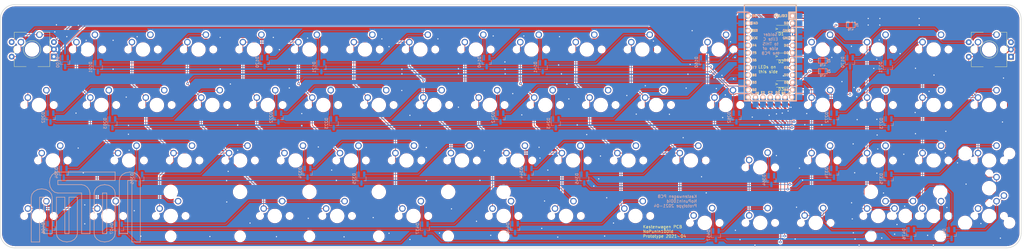
<source format=kicad_pcb>
(kicad_pcb (version 20171130) (host pcbnew "(5.1.9)-1")
  (layers (0 F.Cu signal) (31 B.Cu signal) (34 B.Paste user) (35 F.Paste user) (36 B.SilkS user) (37 F.SilkS user) (38 B.Mask user) (39 F.Mask user) (44 Edge.Cuts user))
  (net 0 "")
  (net 1 LED1)
  (net 2 LED1R)
  (net 3 LED2)
  (net 4 LED2R)
  (net 5 LED3)
  (net 6 LED3R)
  (net 7 Row0)
  (net 8 "Net-(D100-Pad2)")
  (net 9 "Net-(D100-Pad1)")
  (net 10 Row1)
  (net 11 "Net-(D101-Pad2)")
  (net 12 "Net-(D101-Pad1)")
  (net 13 "Net-(D120-Pad2)")
  (net 14 "Net-(D120-Pad1)")
  (net 15 "Net-(D121-Pad2)")
  (net 16 "Net-(D121-Pad1)")
  (net 17 "Net-(D140-Pad2)")
  (net 18 "Net-(D140-Pad1)")
  (net 19 "Net-(D141-Pad2)")
  (net 20 "Net-(D141-Pad1)")
  (net 21 "Net-(D160-Pad2)")
  (net 22 "Net-(D160-Pad1)")
  (net 23 "Net-(D170-Pad2)")
  (net 24 "Net-(D170-Pad1)")
  (net 25 Row2)
  (net 26 "Net-(D202-Pad2)")
  (net 27 "Net-(D202-Pad1)")
  (net 28 Row3)
  (net 29 "Net-(D203-Pad2)")
  (net 30 "Net-(D203-Pad1)")
  (net 31 "Net-(D222-Pad2)")
  (net 32 "Net-(D222-Pad1)")
  (net 33 "Net-(D223-Pad2)")
  (net 34 "Net-(D223-Pad1)")
  (net 35 "Net-(D242-Pad2)")
  (net 36 "Net-(D242-Pad1)")
  (net 37 "Net-(D243-Pad2)")
  (net 38 "Net-(D243-Pad1)")
  (net 39 "Net-(D262-Pad2)")
  (net 40 "Net-(D262-Pad1)")
  (net 41 "Net-(D272-Pad2)")
  (net 42 "Net-(D272-Pad1)")
  (net 43 "Net-(D273-Pad2)")
  (net 44 "Net-(D273-Pad1)")
  (net 45 Row4)
  (net 46 "Net-(D304-Pad2)")
  (net 47 "Net-(D304-Pad1)")
  (net 48 Row5)
  (net 49 "Net-(D305-Pad2)")
  (net 50 "Net-(D305-Pad1)")
  (net 51 "Net-(D324-Pad2)")
  (net 52 "Net-(D324-Pad1)")
  (net 53 "Net-(D325-Pad2)")
  (net 54 "Net-(D325-Pad1)")
  (net 55 "Net-(D344-Pad2)")
  (net 56 "Net-(D344-Pad1)")
  (net 57 "Net-(D345-Pad2)")
  (net 58 "Net-(D345-Pad1)")
  (net 59 "Net-(D364-Pad2)")
  (net 60 "Net-(D364-Pad1)")
  (net 61 "Net-(D374-Pad2)")
  (net 62 "Net-(D374-Pad1)")
  (net 63 "Net-(D375-Pad2)")
  (net 64 "Net-(D375-Pad1)")
  (net 65 Row6)
  (net 66 "Net-(D406-Pad2)")
  (net 67 "Net-(D406-Pad1)")
  (net 68 Row7)
  (net 69 "Net-(D407-Pad2)")
  (net 70 "Net-(D407-Pad1)")
  (net 71 "Net-(D437-Pad2)")
  (net 72 "Net-(D437-Pad1)")
  (net 73 "Net-(D446-Pad2)")
  (net 74 "Net-(D446-Pad1)")
  (net 75 "Net-(D457-Pad2)")
  (net 76 "Net-(D457-Pad1)")
  (net 77 "Net-(D476-Pad2)")
  (net 78 "Net-(D476-Pad1)")
  (net 79 "Net-(D477-Pad2)")
  (net 80 "Net-(D477-Pad1)")
  (net 81 Col0)
  (net 82 Col1)
  (net 83 Col2)
  (net 84 Col3)
  (net 85 Col4)
  (net 86 Col5)
  (net 87 Col6)
  (net 88 Col7)
  (net 89 Col8)
  (net 90 GND)
  (net 91 Rotary0B)
  (net 92 Rotary0A)
  (net 93 Rotary1B)
  (net 94 Rotary1A)
  (net 95 "Net-(U1-Pad21)")
  (net 96 "Net-(D171-Pad2)")
  (net 97 "Net-(D171-Pad1)")
  (net 98 "Net-(U1-Pad22)")
  (module Keebio-Parts:R_0805 (layer B.Cu) (at 296.926 32.8676 180)
    (fp_text reference R3 (at -2.2 0 -90) (layer B.SilkS) (effects (font (size 0.7 0.7)) (justify mirror)))
    (fp_text value 470 (at 0 -1.55) (layer B.SilkS) (effects (font (size 0.7 0.7)) (justify mirror)))
    (pad 1 smd rect (at -0.95 0 180) (size 0.7 1.3) (layers B.Cu B.Paste B.Mask) (net 90 GND) (clearance 0.1))
    (pad 2 smd rect (at 0.95 0 180) (size 0.7 1.3) (layers B.Cu B.Paste B.Mask) (net 6 LED3R) (clearance 0.1))
  )
  (module Keebio-Parts:R_0805 (layer B.Cu) (at 296.9 29.25 180)
    (fp_text reference R2 (at -2.2 0 -90) (layer B.SilkS) (effects (font (size 0.7 0.7)) (justify mirror)))
    (fp_text value 470 (at 0 -1.55) (layer B.SilkS) (effects (font (size 0.7 0.7)) (justify mirror)))
    (pad 1 smd rect (at -0.95 0 180) (size 0.7 1.3) (layers B.Cu B.Paste B.Mask) (net 90 GND) (clearance 0.1))
    (pad 2 smd rect (at 0.95 0 180) (size 0.7 1.3) (layers B.Cu B.Paste B.Mask) (net 4 LED2R) (clearance 0.1))
  )
  (module Keebio-Parts:R_0805 (layer B.Cu) (at 306.5 17 180)
    (fp_text reference R1 (at -2.2 0 -90) (layer B.SilkS) (effects (font (size 0.7 0.7)) (justify mirror)))
    (fp_text value 470 (at 0 -1.55) (layer B.SilkS) (effects (font (size 0.7 0.7)) (justify mirror)))
    (pad 1 smd rect (at -0.95 0 180) (size 0.7 1.3) (layers B.Cu B.Paste B.Mask) (net 90 GND) (clearance 0.1))
    (pad 2 smd rect (at 0.95 0 180) (size 0.7 1.3) (layers B.Cu B.Paste B.Mask) (net 2 LED1R) (clearance 0.1))
  )
  (module LED_SMD:LED_1206_3216Metric_Pad1.42x1.75mm_HandSolder (layer F.Cu) (at 282.5875 37.25 180)
    (fp_text reference D3 (at 0 -1.82) (layer F.SilkS))
    (fp_text value LED)
    (pad 2 smd roundrect (at 1.4875 0 180) (size 1.425 1.75) (layers F.Cu F.Paste F.Mask) (roundrect_rratio 0.175439) (net 5 LED3))
    (pad 1 smd roundrect (at -1.4875 0 180) (size 1.425 1.75) (layers F.Cu F.Paste F.Mask) (roundrect_rratio 0.175439) (net 6 LED3R))
  )
  (module LED_SMD:LED_1206_3216Metric_Pad1.42x1.75mm_HandSolder (layer F.Cu) (at 282.5875 27.7475 180)
    (fp_text reference D2 (at 0 -1.82) (layer F.SilkS))
    (fp_text value LED)
    (pad 2 smd roundrect (at 1.4875 0 180) (size 1.425 1.75) (layers F.Cu F.Paste F.Mask) (roundrect_rratio 0.175439) (net 3 LED2))
    (pad 1 smd roundrect (at -1.4875 0 180) (size 1.425 1.75) (layers F.Cu F.Paste F.Mask) (roundrect_rratio 0.175439) (net 4 LED2R))
  )
  (module LED_SMD:LED_1206_3216Metric_Pad1.42x1.75mm_HandSolder (layer F.Cu) (at 282.5875 18.25 180)
    (fp_text reference D1 (at 0 -1.82) (layer F.SilkS))
    (fp_text value LED)
    (pad 2 smd roundrect (at 1.4875 0 180) (size 1.425 1.75) (layers F.Cu F.Paste F.Mask) (roundrect_rratio 0.175439) (net 1 LED1))
    (pad 1 smd roundrect (at -1.4875 0 180) (size 1.425 1.75) (layers F.Cu F.Paste F.Mask) (roundrect_rratio 0.175439) (net 2 LED1R))
  )
  (module MX_Only:MXOnly-2.25U-ReversedStabilizers-NoLED (layer F.Cu) (at 156.36875 82.55)
    (fp_text reference MX437)
    (fp_text value MX-NoLED)
    (pad 2 thru_hole circle (at 2.54 -5.08) (size 2.25 2.25) (drill 1.47) (layers *.Cu B.Mask) (net 72 "Net-(D437-Pad1)"))
    (pad "" np_thru_hole circle (at 0 0) (size 3.9878 3.9878) (drill 3.9878) (layers *.Cu *.Mask))
    (pad 1 thru_hole circle (at -3.81 -2.54) (size 2.25 2.25) (drill 1.47) (layers *.Cu B.Mask) (net 84 Col3))
    (pad "" np_thru_hole circle (at -5.08 0 48.0996) (size 1.75 1.75) (drill 1.75) (layers *.Cu *.Mask))
    (pad "" np_thru_hole circle (at 5.08 0 48.0996) (size 1.75 1.75) (drill 1.75) (layers *.Cu *.Mask))
    (pad "" np_thru_hole circle (at -11.90625 6.985) (size 3.048 3.048) (drill 3.048) (layers *.Cu *.Mask))
    (pad "" np_thru_hole circle (at 11.90625 6.985) (size 3.048 3.048) (drill 3.048) (layers *.Cu *.Mask))
    (pad "" np_thru_hole circle (at -11.90625 -8.255) (size 3.9878 3.9878) (drill 3.9878) (layers *.Cu *.Mask))
    (pad "" np_thru_hole circle (at 11.90625 -8.255) (size 3.9878 3.9878) (drill 3.9878) (layers *.Cu *.Mask))
  )
  (module MX_Only:MXOnly-2.75U-ReversedStabilizers-NoLED (layer F.Cu) (at 108.74375 82.55)
    (fp_text reference MX417)
    (fp_text value MX-NoLED)
    (pad 2 thru_hole circle (at 2.54 -5.08) (size 2.25 2.25) (drill 1.47) (layers *.Cu B.Mask) (net 69 "Net-(D407-Pad2)"))
    (pad "" np_thru_hole circle (at 0 0) (size 3.9878 3.9878) (drill 3.9878) (layers *.Cu *.Mask))
    (pad 1 thru_hole circle (at -3.81 -2.54) (size 2.25 2.25) (drill 1.47) (layers *.Cu B.Mask) (net 82 Col1))
    (pad "" np_thru_hole circle (at -5.08 0 48.0996) (size 1.75 1.75) (drill 1.75) (layers *.Cu *.Mask))
    (pad "" np_thru_hole circle (at 5.08 0 48.0996) (size 1.75 1.75) (drill 1.75) (layers *.Cu *.Mask))
    (pad "" np_thru_hole circle (at -11.90625 6.985) (size 3.048 3.048) (drill 3.048) (layers *.Cu *.Mask))
    (pad "" np_thru_hole circle (at 11.90625 6.985) (size 3.048 3.048) (drill 3.048) (layers *.Cu *.Mask))
    (pad "" np_thru_hole circle (at -11.90625 -8.255) (size 3.9878 3.9878) (drill 3.9878) (layers *.Cu *.Mask))
    (pad "" np_thru_hole circle (at 11.90625 -8.255) (size 3.9878 3.9878) (drill 3.9878) (layers *.Cu *.Mask))
  )
  (module MX_Only:MXOnly-7U-ReversedStabilizers-NoLED (layer F.Cu) (at 130.175 82.55)
    (fp_text reference MX417.700)
    (fp_text value MX-NoLED)
    (pad 2 thru_hole circle (at 2.54 -5.08) (size 2.25 2.25) (drill 1.47) (layers *.Cu B.Mask) (net 69 "Net-(D407-Pad2)"))
    (pad "" np_thru_hole circle (at 0 0) (size 3.9878 3.9878) (drill 3.9878) (layers *.Cu *.Mask))
    (pad 1 thru_hole circle (at -3.81 -2.54) (size 2.25 2.25) (drill 1.47) (layers *.Cu B.Mask) (net 82 Col1))
    (pad "" np_thru_hole circle (at -5.08 0 48.0996) (size 1.75 1.75) (drill 1.75) (layers *.Cu *.Mask))
    (pad "" np_thru_hole circle (at 5.08 0 48.0996) (size 1.75 1.75) (drill 1.75) (layers *.Cu *.Mask))
    (pad "" np_thru_hole circle (at -57.15 6.985) (size 3.048 3.048) (drill 3.048) (layers *.Cu *.Mask))
    (pad "" np_thru_hole circle (at 57.15 6.985) (size 3.048 3.048) (drill 3.048) (layers *.Cu *.Mask))
    (pad "" np_thru_hole circle (at -57.15 -8.255) (size 3.9878 3.9878) (drill 3.9878) (layers *.Cu *.Mask))
    (pad "" np_thru_hole circle (at 57.15 -8.255) (size 3.9878 3.9878) (drill 3.9878) (layers *.Cu *.Mask))
  )
  (module MX_Only:MXOnly-2U-ReversedStabilizers-NoLED (layer F.Cu) (at 325.3232 82.5246)
    (fp_text reference MX477.200)
    (fp_text value MX-NoLED)
    (pad 2 thru_hole circle (at 2.54 -5.08) (size 2.25 2.25) (drill 1.47) (layers *.Cu B.Mask) (net 80 "Net-(D477-Pad1)"))
    (pad "" np_thru_hole circle (at 0 0) (size 3.9878 3.9878) (drill 3.9878) (layers *.Cu *.Mask))
    (pad 1 thru_hole circle (at -3.81 -2.54) (size 2.25 2.25) (drill 1.47) (layers *.Cu B.Mask) (net 88 Col7))
    (pad "" np_thru_hole circle (at -5.08 0 48.0996) (size 1.75 1.75) (drill 1.75) (layers *.Cu *.Mask))
    (pad "" np_thru_hole circle (at 5.08 0 48.0996) (size 1.75 1.75) (drill 1.75) (layers *.Cu *.Mask))
    (pad "" np_thru_hole circle (at -11.90625 6.985) (size 3.048 3.048) (drill 3.048) (layers *.Cu *.Mask))
    (pad "" np_thru_hole circle (at 11.90625 6.985) (size 3.048 3.048) (drill 3.048) (layers *.Cu *.Mask))
    (pad "" np_thru_hole circle (at -11.90625 -8.255) (size 3.9878 3.9878) (drill 3.9878) (layers *.Cu *.Mask))
    (pad "" np_thru_hole circle (at 11.90625 -8.255) (size 3.9878 3.9878) (drill 3.9878) (layers *.Cu *.Mask))
  )
  (module MX_Only:MXOnly-2U-NoLED (layer F.Cu) (at 354.0125 73.025 270)
    (fp_text reference MX487.200)
    (fp_text value MX-NoLED)
    (pad 2 thru_hole circle (at 2.54 -5.08 270) (size 2.25 2.25) (drill 1.47) (layers *.Cu B.Mask) (net 79 "Net-(D477-Pad2)"))
    (pad "" np_thru_hole circle (at 0 0 270) (size 3.9878 3.9878) (drill 3.9878) (layers *.Cu *.Mask))
    (pad 1 thru_hole circle (at -3.81 -2.54 270) (size 2.25 2.25) (drill 1.47) (layers *.Cu B.Mask) (net 89 Col8))
    (pad "" np_thru_hole circle (at -5.08 0 318.0996) (size 1.75 1.75) (drill 1.75) (layers *.Cu *.Mask))
    (pad "" np_thru_hole circle (at 5.08 0 318.0996) (size 1.75 1.75) (drill 1.75) (layers *.Cu *.Mask))
    (pad "" np_thru_hole circle (at -11.90625 -6.985 270) (size 3.048 3.048) (drill 3.048) (layers *.Cu *.Mask))
    (pad "" np_thru_hole circle (at 11.90625 -6.985 270) (size 3.048 3.048) (drill 3.048) (layers *.Cu *.Mask))
    (pad "" np_thru_hole circle (at -11.90625 8.255 270) (size 3.9878 3.9878) (drill 3.9878) (layers *.Cu *.Mask))
    (pad "" np_thru_hole circle (at 11.90625 8.255 270) (size 3.9878 3.9878) (drill 3.9878) (layers *.Cu *.Mask))
  )
  (module MX_Only:MXOnly-1U-NoLED (layer F.Cu) (at 239.7125 44.45)
    (fp_text reference MX253)
    (fp_text value MX-NoLED)
    (pad 2 thru_hole circle (at 2.54 -5.08) (size 2.25 2.25) (drill 1.47) (layers *.Cu B.Mask) (net 37 "Net-(D243-Pad2)"))
    (pad "" np_thru_hole circle (at 0 0) (size 3.9878 3.9878) (drill 3.9878) (layers *.Cu *.Mask))
    (pad 1 thru_hole circle (at -3.81 -2.54) (size 2.25 2.25) (drill 1.47) (layers *.Cu B.Mask) (net 86 Col5))
    (pad "" np_thru_hole circle (at -5.08 0 48.0996) (size 1.75 1.75) (drill 1.75) (layers *.Cu *.Mask))
    (pad "" np_thru_hole circle (at 5.08 0 48.0996) (size 1.75 1.75) (drill 1.75) (layers *.Cu *.Mask))
  )
  (module Keebio-Parts:RotaryEncoder_EC11-no-legs (layer F.Cu) (at 354.0125 25.4 180)
    (fp_text reference RSW181)
    (fp_text value Rotary_Encoder_Switch)
    (pad A thru_hole rect (at -7.5 -2.5 180) (size 2 2) (drill 1) (layers *.Cu *.Mask) (net 94 Rotary1A))
    (pad C thru_hole circle (at -7.5 0 180) (size 2 2) (drill 1) (layers *.Cu *.Mask) (net 90 GND))
    (pad B thru_hole circle (at -7.5 2.5 180) (size 2 2) (drill 1) (layers *.Cu *.Mask) (net 93 Rotary1B))
    (pad S2 thru_hole circle (at 7 -2.5 180) (size 2 2) (drill 1) (layers *.Cu *.Mask) (net 89 Col8))
    (pad S1 thru_hole circle (at 7 2.5 180) (size 2 2) (drill 1) (layers *.Cu *.Mask) (net 96 "Net-(D171-Pad2)"))
  )
  (module Keebio-Parts:RotaryEncoder_EC11-no-legs (layer F.Cu) (at 25.4 25.35625 180)
    (fp_text reference RSW100)
    (fp_text value Rotary_Encoder_Switch)
    (pad A thru_hole rect (at -7.5 -2.5 180) (size 2 2) (drill 1) (layers *.Cu *.Mask) (net 92 Rotary0A))
    (pad C thru_hole circle (at -7.5 0 180) (size 2 2) (drill 1) (layers *.Cu *.Mask) (net 90 GND))
    (pad B thru_hole circle (at -7.5 2.5 180) (size 2 2) (drill 1) (layers *.Cu *.Mask) (net 91 Rotary0B))
    (pad S2 thru_hole circle (at 7 -2.5 180) (size 2 2) (drill 1) (layers *.Cu *.Mask) (net 81 Col0))
    (pad S1 thru_hole circle (at 7 2.5 180) (size 2 2) (drill 1) (layers *.Cu *.Mask) (net 9 "Net-(D100-Pad1)"))
  )
  (module Keebio-Parts:Elite-C-castellated-29pin-holes (layer B.Cu) (at 278.88 27.81 270)
    (fp_text reference U1 hide)
    (fp_text value Elite-C hide)
    (fp_text user D2 (at -11.43 -5.461) (layer F.SilkS) (effects (font (size 0.8 0.8))))
    (fp_text user D0 (at -1.27 -5.461) (layer F.SilkS) (effects (font (size 0.8 0.8))))
    (fp_text user D1 (at -3.81 -5.461) (layer F.SilkS) (effects (font (size 0.8 0.8))))
    (fp_text user GND (at -6.35 -5.461) (layer F.SilkS) (effects (font (size 0.8 0.8))))
    (fp_text user GND (at -8.89 -5.461) (layer F.SilkS) (effects (font (size 0.8 0.8))))
    (fp_text user D4 (at 1.27 -5.461) (layer F.SilkS) (effects (font (size 0.8 0.8))))
    (fp_text user C6 (at 3.81 -5.461) (layer F.SilkS) (effects (font (size 0.8 0.8))))
    (fp_text user D7 (at 6.35 -5.461) (layer F.SilkS) (effects (font (size 0.8 0.8))))
    (fp_text user E6 (at 8.89 -5.461) (layer F.SilkS) (effects (font (size 0.8 0.8))))
    (fp_text user B4 (at 11.43 -5.461) (layer F.SilkS) (effects (font (size 0.8 0.8))))
    (fp_text user B5 (at 12.7 -6.4 225) (layer F.SilkS) (effects (font (size 0.7 0.7))))
    (fp_text user B2 (at 11.43 5.461) (layer B.SilkS) (effects (font (size 0.8 0.8)) (justify mirror)))
    (fp_text user B3 (at 8.89 5.461) (layer F.SilkS) (effects (font (size 0.8 0.8))))
    (fp_text user B1 (at 6.35 5.461) (layer F.SilkS) (effects (font (size 0.8 0.8))))
    (fp_text user F7 (at 3.81 5.461) (layer B.SilkS) (effects (font (size 0.8 0.8)) (justify mirror)))
    (fp_text user F6 (at 1.27 5.461) (layer B.SilkS) (effects (font (size 0.8 0.8)) (justify mirror)))
    (fp_text user F5 (at -1.27 5.461) (layer B.SilkS) (effects (font (size 0.8 0.8)) (justify mirror)))
    (fp_text user F4 (at -3.81 5.461) (layer F.SilkS) (effects (font (size 0.8 0.8))))
    (fp_text user VCC (at -6.35 5.461) (layer F.SilkS) (effects (font (size 0.8 0.8))))
    (fp_text user GND (at -11.43 5.461) (layer F.SilkS) (effects (font (size 0.8 0.8))))
    (fp_text user B0 (at -13.97 5.461) (layer F.SilkS) (effects (font (size 0.8 0.8))))
    (fp_text user B0 (at -13.97 5.461) (layer B.SilkS) (effects (font (size 0.8 0.8)) (justify mirror)))
    (fp_text user GND (at -11.43 5.461) (layer B.SilkS) (effects (font (size 0.8 0.8)) (justify mirror)))
    (fp_text user ST (at -8.92 5.73312) (layer B.SilkS) (effects (font (size 0.8 0.8)) (justify mirror)))
    (fp_text user VCC (at -6.35 5.461) (layer B.SilkS) (effects (font (size 0.8 0.8)) (justify mirror)))
    (fp_text user F4 (at -3.81 5.461) (layer B.SilkS) (effects (font (size 0.8 0.8)) (justify mirror)))
    (fp_text user F5 (at -1.27 5.461) (layer F.SilkS) (effects (font (size 0.8 0.8))))
    (fp_text user F6 (at 1.27 5.461) (layer F.SilkS) (effects (font (size 0.8 0.8))))
    (fp_text user F7 (at 3.81 5.461) (layer F.SilkS) (effects (font (size 0.8 0.8))))
    (fp_text user B1 (at 6.35 5.461) (layer B.SilkS) (effects (font (size 0.8 0.8)) (justify mirror)))
    (fp_text user B3 (at 8.89 5.461) (layer B.SilkS) (effects (font (size 0.8 0.8)) (justify mirror)))
    (fp_text user B2 (at 11.43 5.461) (layer F.SilkS) (effects (font (size 0.8 0.8))))
    (fp_text user B5 (at 12.7 -6.4 225) (layer B.SilkS) (effects (font (size 0.7 0.7)) (justify mirror)))
    (fp_text user B4 (at 11.43 -5.461) (layer B.SilkS) (effects (font (size 0.8 0.8)) (justify mirror)))
    (fp_text user E6 (at 8.89 -5.461) (layer B.SilkS) (effects (font (size 0.8 0.8)) (justify mirror)))
    (fp_text user D7 (at 6.35 -5.461) (layer B.SilkS) (effects (font (size 0.8 0.8)) (justify mirror)))
    (fp_text user C6 (at 3.81 -5.461) (layer B.SilkS) (effects (font (size 0.8 0.8)) (justify mirror)))
    (fp_text user D4 (at 1.27 -5.461) (layer B.SilkS) (effects (font (size 0.8 0.8)) (justify mirror)))
    (fp_text user GND (at -8.89 -5.461) (layer B.SilkS) (effects (font (size 0.8 0.8)) (justify mirror)))
    (fp_text user GND (at -6.35 -5.461) (layer B.SilkS) (effects (font (size 0.8 0.8)) (justify mirror)))
    (fp_text user D1 (at -3.81 -5.461) (layer B.SilkS) (effects (font (size 0.8 0.8)) (justify mirror)))
    (fp_text user D0 (at -1.27 -5.461) (layer B.SilkS) (effects (font (size 0.8 0.8)) (justify mirror)))
    (fp_text user D2 (at -11.43 -5.461) (layer B.SilkS) (effects (font (size 0.8 0.8)) (justify mirror)))
    (fp_text user TX0/D3 (at -13.97 -3.571872) (layer F.SilkS) (effects (font (size 0.8 0.8))))
    (fp_text user TX0/D3 (at -13.97 -3.571872) (layer B.SilkS) (effects (font (size 0.8 0.8)) (justify mirror)))
    (fp_text user ST (at -8.91 5.04) (layer F.SilkS) (effects (font (size 0.8 0.8))))
    (fp_text user B7 (at 12.6 -4.5) (layer B.SilkS) (effects (font (size 0.7 0.7)) (justify mirror)))
    (fp_text user B7 (at 12.6 -4.5) (layer F.SilkS) (effects (font (size 0.7 0.7))))
    (fp_text user F0 (at 12.6 4.5) (layer F.SilkS) (effects (font (size 0.7 0.7))))
    (fp_text user F0 (at 12.6 4.5) (layer B.SilkS) (effects (font (size 0.7 0.7)) (justify mirror)))
    (fp_text user B6 (at 12.7 6.4 135 unlocked) (layer B.SilkS) (effects (font (size 0.7 0.7)) (justify mirror)))
    (fp_text user B6 (at 12.7 6.4 135 unlocked) (layer F.SilkS) (effects (font (size 0.7 0.7))))
    (fp_text user C7 (at 12.4 0) (layer B.SilkS) (effects (font (size 0.8 0.8)) (justify mirror)))
    (fp_text user C7 (at 12.4 0) (layer F.SilkS) (effects (font (size 0.8 0.8))))
    (fp_text user F1 (at 12.4 2.54) (layer F.SilkS) (effects (font (size 0.8 0.8))))
    (fp_text user F1 (at 12.4 2.54) (layer B.SilkS) (effects (font (size 0.8 0.8)) (justify mirror)))
    (fp_text user D5 (at 12.4 -2.54) (layer B.SilkS) (effects (font (size 0.8 0.8)) (justify mirror)))
    (fp_text user D5 (at 12.4 -2.54) (layer F.SilkS) (effects (font (size 0.8 0.8))))
    (pad 29 smd rect (at 15.875 5.08 180) (size 2 3.25) (layers B.Cu B.Paste B.Mask) (net 65 Row6))
    (pad 28 smd rect (at 15.875 2.54 180) (size 2 3.25) (layers B.Cu B.Paste B.Mask) (net 48 Row5))
    (pad 27 smd rect (at 15.875 0 180) (size 2 3.25) (layers B.Cu B.Paste B.Mask) (net 45 Row4))
    (pad 26 smd rect (at 15.875 -2.54 180) (size 2 3.25) (layers B.Cu B.Paste B.Mask) (net 28 Row3))
    (pad 25 smd rect (at 15.875 -5.08 180) (size 2 3.25) (layers B.Cu B.Paste B.Mask) (net 25 Row2))
    (pad 24 smd rect (at -13.97 9.398 270) (size 2 3.25) (layers B.Cu B.Paste B.Mask) (net 1 LED1))
    (pad 23 smd rect (at -11.43 9.398 270) (size 2 3.25) (layers B.Cu B.Paste B.Mask) (net 90 GND))
    (pad 22 smd rect (at -8.89 9.398 270) (size 2 3.25) (layers B.Cu B.Paste B.Mask) (net 98 "Net-(U1-Pad22)"))
    (pad 21 smd rect (at -6.35 9.398 270) (size 2 3.25) (layers B.Cu B.Paste B.Mask) (net 95 "Net-(U1-Pad21)"))
    (pad 20 smd rect (at -3.81 9.398 270) (size 2 3.25) (layers B.Cu B.Paste B.Mask) (net 81 Col0))
    (pad 19 smd rect (at -1.27 9.398 270) (size 2 3.25) (layers B.Cu B.Paste B.Mask) (net 82 Col1))
    (pad 18 smd rect (at 1.27 9.398 270) (size 2 3.25) (layers B.Cu B.Paste B.Mask) (net 83 Col2))
    (pad 17 smd rect (at 3.81 9.398 270) (size 2 3.25) (layers B.Cu B.Paste B.Mask) (net 84 Col3))
    (pad 16 smd rect (at 6.35 9.398 270) (size 2 3.25) (layers B.Cu B.Paste B.Mask) (net 85 Col4))
    (pad 15 smd rect (at 8.89 9.398 270) (size 2 3.25) (layers B.Cu B.Paste B.Mask) (net 86 Col5))
    (pad 14 smd rect (at 11.43 9.398 270) (size 2 3.25) (layers B.Cu B.Paste B.Mask) (net 87 Col6))
    (pad 13 smd rect (at 13.97 9.398 270) (size 2 3.25) (layers B.Cu B.Paste B.Mask) (net 68 Row7))
    (pad 12 smd rect (at 13.97 -9.398 270) (size 2 3.25) (layers B.Cu B.Paste B.Mask) (net 10 Row1))
    (pad 11 smd rect (at 11.43 -9.398 270) (size 2 3.25) (layers B.Cu B.Paste B.Mask) (net 7 Row0))
    (pad 10 smd rect (at 8.89 -9.398 270) (size 2 3.25) (layers B.Cu B.Paste B.Mask) (net 88 Col7))
    (pad 9 smd rect (at 6.35 -9.398 270) (size 2 3.25) (layers B.Cu B.Paste B.Mask) (net 89 Col8))
    (pad 8 smd rect (at 3.81 -9.398 270) (size 2 3.25) (layers B.Cu B.Paste B.Mask) (net 5 LED3))
    (pad 7 smd rect (at 1.27 -9.398 270) (size 2 3.25) (layers B.Cu B.Paste B.Mask) (net 3 LED2))
    (pad 6 smd rect (at -1.27 -9.398 270) (size 2 3.25) (layers B.Cu B.Paste B.Mask) (net 92 Rotary0A))
    (pad 5 smd rect (at -3.81 -9.398 270) (size 2 3.25) (layers B.Cu B.Paste B.Mask) (net 91 Rotary0B))
    (pad 4 smd rect (at -6.35 -9.398 270) (size 2 3.25) (layers B.Cu B.Paste B.Mask) (net 90 GND))
    (pad 3 smd rect (at -8.89 -9.398 270) (size 2 3.25) (layers B.Cu B.Paste B.Mask) (net 90 GND))
    (pad 2 smd rect (at -11.43 -9.398 270) (size 2 3.25) (layers B.Cu B.Paste B.Mask) (net 93 Rotary1B))
    (pad 1 smd rect (at -13.97 -9.398 270) (size 2 3.25) (layers B.Cu B.Paste B.Mask) (net 94 Rotary1A))
    (pad 25 thru_hole circle (at 13.97 -5.08 270) (size 1.7526 1.7526) (drill 1.0922) (layers *.Cu *.SilkS *.Mask) (net 25 Row2))
    (pad 26 thru_hole circle (at 13.97 -2.54 270) (size 1.7526 1.7526) (drill 1.0922) (layers *.Cu *.SilkS *.Mask) (net 28 Row3))
    (pad 27 thru_hole circle (at 13.97 0 270) (size 1.7526 1.7526) (drill 1.0922) (layers *.Cu *.SilkS *.Mask) (net 45 Row4))
    (pad 28 thru_hole circle (at 13.97 2.54 270) (size 1.7526 1.7526) (drill 1.0922) (layers *.Cu *.SilkS *.Mask) (net 48 Row5))
    (pad 29 thru_hole circle (at 13.97 5.08 270) (size 1.7526 1.7526) (drill 1.0922) (layers *.Cu *.SilkS *.Mask) (net 65 Row6))
    (pad 24 thru_hole circle (at -13.97 7.62 270) (size 1.7526 1.7526) (drill 1.0922) (layers *.Cu *.SilkS *.Mask) (net 1 LED1))
    (pad 12 thru_hole circle (at 13.97 -7.3914 270) (size 1.7526 1.7526) (drill 1.0922) (layers *.Cu *.SilkS *.Mask) (net 10 Row1))
    (pad 23 thru_hole circle (at -11.43 7.62 270) (size 1.7526 1.7526) (drill 1.0922) (layers *.Cu *.SilkS *.Mask) (net 90 GND))
    (pad 22 thru_hole circle (at -8.89 7.62 270) (size 1.7526 1.7526) (drill 1.0922) (layers *.Cu *.SilkS *.Mask) (net 98 "Net-(U1-Pad22)"))
    (pad 21 thru_hole circle (at -6.35 7.62 270) (size 1.7526 1.7526) (drill 1.0922) (layers *.Cu *.SilkS *.Mask) (net 95 "Net-(U1-Pad21)"))
    (pad 20 thru_hole circle (at -3.81 7.62 270) (size 1.7526 1.7526) (drill 1.0922) (layers *.Cu *.SilkS *.Mask) (net 81 Col0))
    (pad 19 thru_hole circle (at -1.27 7.62 270) (size 1.7526 1.7526) (drill 1.0922) (layers *.Cu *.SilkS *.Mask) (net 82 Col1))
    (pad 18 thru_hole circle (at 1.27 7.62 270) (size 1.7526 1.7526) (drill 1.0922) (layers *.Cu *.SilkS *.Mask) (net 83 Col2))
    (pad 17 thru_hole circle (at 3.81 7.62 270) (size 1.7526 1.7526) (drill 1.0922) (layers *.Cu *.SilkS *.Mask) (net 84 Col3))
    (pad 16 thru_hole circle (at 6.35 7.62 270) (size 1.7526 1.7526) (drill 1.0922) (layers *.Cu *.SilkS *.Mask) (net 85 Col4))
    (pad 15 thru_hole circle (at 8.89 7.62 270) (size 1.7526 1.7526) (drill 1.0922) (layers *.Cu *.SilkS *.Mask) (net 86 Col5))
    (pad 14 thru_hole circle (at 11.43 7.62 270) (size 1.7526 1.7526) (drill 1.0922) (layers *.Cu *.SilkS *.Mask) (net 87 Col6))
    (pad 13 thru_hole circle (at 13.97 7.62 270) (size 1.7526 1.7526) (drill 1.0922) (layers *.Cu *.SilkS *.Mask) (net 68 Row7))
    (pad 11 thru_hole circle (at 11.43 -7.62 270) (size 1.7526 1.7526) (drill 1.0922) (layers *.Cu *.SilkS *.Mask) (net 7 Row0))
    (pad 10 thru_hole circle (at 8.89 -7.62 270) (size 1.7526 1.7526) (drill 1.0922) (layers *.Cu *.SilkS *.Mask) (net 88 Col7))
    (pad 9 thru_hole circle (at 6.35 -7.62 270) (size 1.7526 1.7526) (drill 1.0922) (layers *.Cu *.SilkS *.Mask) (net 89 Col8))
    (pad 8 thru_hole circle (at 3.81 -7.62 270) (size 1.7526 1.7526) (drill 1.0922) (layers *.Cu *.SilkS *.Mask) (net 5 LED3))
    (pad 7 thru_hole circle (at 1.27 -7.62 270) (size 1.7526 1.7526) (drill 1.0922) (layers *.Cu *.SilkS *.Mask) (net 3 LED2))
    (pad 6 thru_hole circle (at -1.27 -7.62 270) (size 1.7526 1.7526) (drill 1.0922) (layers *.Cu *.SilkS *.Mask) (net 92 Rotary0A))
    (pad 5 thru_hole circle (at -3.81 -7.62 270) (size 1.7526 1.7526) (drill 1.0922) (layers *.Cu *.SilkS *.Mask) (net 91 Rotary0B))
    (pad 4 thru_hole circle (at -6.35 -7.62 270) (size 1.7526 1.7526) (drill 1.0922) (layers *.Cu *.SilkS *.Mask) (net 90 GND))
    (pad 3 thru_hole circle (at -8.89 -7.62 270) (size 1.7526 1.7526) (drill 1.0922) (layers *.Cu *.SilkS *.Mask) (net 90 GND))
    (pad 2 thru_hole circle (at -11.43 -7.62 270) (size 1.7526 1.7526) (drill 1.0922) (layers *.Cu *.SilkS *.Mask) (net 93 Rotary1B))
    (pad 1 thru_hole rect (at -13.97 -7.62 270) (size 1.7526 1.7526) (drill 1.0922) (layers *.Cu *.SilkS *.Mask) (net 94 Rotary1A))
  )
  (module MX_Only:MXOnly-1U-NoLED (layer F.Cu) (at 354.0125 82.55)
    (fp_text reference MX487)
    (fp_text value MX-NoLED)
    (pad 2 thru_hole circle (at 2.54 -5.08) (size 2.25 2.25) (drill 1.47) (layers *.Cu B.Mask) (net 79 "Net-(D477-Pad2)"))
    (pad "" np_thru_hole circle (at 0 0) (size 3.9878 3.9878) (drill 3.9878) (layers *.Cu *.Mask))
    (pad 1 thru_hole circle (at -3.81 -2.54) (size 2.25 2.25) (drill 1.47) (layers *.Cu B.Mask) (net 89 Col8))
    (pad "" np_thru_hole circle (at -5.08 0 48.0996) (size 1.75 1.75) (drill 1.75) (layers *.Cu *.Mask))
    (pad "" np_thru_hole circle (at 5.08 0 48.0996) (size 1.75 1.75) (drill 1.75) (layers *.Cu *.Mask))
  )
  (module MX_Only:MXOnly-1U-NoLED (layer F.Cu) (at 334.9625 82.55)
    (fp_text reference MX486)
    (fp_text value MX-NoLED)
    (pad 2 thru_hole circle (at 2.54 -5.08) (size 2.25 2.25) (drill 1.47) (layers *.Cu B.Mask) (net 77 "Net-(D476-Pad2)"))
    (pad "" np_thru_hole circle (at 0 0) (size 3.9878 3.9878) (drill 3.9878) (layers *.Cu *.Mask))
    (pad 1 thru_hole circle (at -3.81 -2.54) (size 2.25 2.25) (drill 1.47) (layers *.Cu B.Mask) (net 89 Col8))
    (pad "" np_thru_hole circle (at -5.08 0 48.0996) (size 1.75 1.75) (drill 1.75) (layers *.Cu *.Mask))
    (pad "" np_thru_hole circle (at 5.08 0 48.0996) (size 1.75 1.75) (drill 1.75) (layers *.Cu *.Mask))
  )
  (module MX_Only:MXOnly-1U-NoLED (layer F.Cu) (at 315.9125 82.55)
    (fp_text reference MX477)
    (fp_text value MX-NoLED)
    (pad 2 thru_hole circle (at 2.54 -5.08) (size 2.25 2.25) (drill 1.47) (layers *.Cu B.Mask) (net 80 "Net-(D477-Pad1)"))
    (pad "" np_thru_hole circle (at 0 0) (size 3.9878 3.9878) (drill 3.9878) (layers *.Cu *.Mask))
    (pad 1 thru_hole circle (at -3.81 -2.54) (size 2.25 2.25) (drill 1.47) (layers *.Cu B.Mask) (net 88 Col7))
    (pad "" np_thru_hole circle (at -5.08 0 48.0996) (size 1.75 1.75) (drill 1.75) (layers *.Cu *.Mask))
    (pad "" np_thru_hole circle (at 5.08 0 48.0996) (size 1.75 1.75) (drill 1.75) (layers *.Cu *.Mask))
  )
  (module MX_Only:MXOnly-1U-NoLED (layer F.Cu) (at 294.48125 84.93125)
    (fp_text reference MX476)
    (fp_text value MX-NoLED)
    (pad 2 thru_hole circle (at 2.54 -5.08) (size 2.25 2.25) (drill 1.47) (layers *.Cu B.Mask) (net 78 "Net-(D476-Pad1)"))
    (pad "" np_thru_hole circle (at 0 0) (size 3.9878 3.9878) (drill 3.9878) (layers *.Cu *.Mask))
    (pad 1 thru_hole circle (at -3.81 -2.54) (size 2.25 2.25) (drill 1.47) (layers *.Cu B.Mask) (net 88 Col7))
    (pad "" np_thru_hole circle (at -5.08 0 48.0996) (size 1.75 1.75) (drill 1.75) (layers *.Cu *.Mask))
    (pad "" np_thru_hole circle (at 5.08 0 48.0996) (size 1.75 1.75) (drill 1.75) (layers *.Cu *.Mask))
  )
  (module MX_Only:MXOnly-1U-NoLED (layer F.Cu) (at 275.43125 84.93125)
    (fp_text reference MX467)
    (fp_text value MX-NoLED)
    (pad 2 thru_hole circle (at 2.54 -5.08) (size 2.25 2.25) (drill 1.47) (layers *.Cu B.Mask) (net 75 "Net-(D457-Pad2)"))
    (pad "" np_thru_hole circle (at 0 0) (size 3.9878 3.9878) (drill 3.9878) (layers *.Cu *.Mask))
    (pad 1 thru_hole circle (at -3.81 -2.54) (size 2.25 2.25) (drill 1.47) (layers *.Cu B.Mask) (net 87 Col6))
    (pad "" np_thru_hole circle (at -5.08 0 48.0996) (size 1.75 1.75) (drill 1.75) (layers *.Cu *.Mask))
    (pad "" np_thru_hole circle (at 5.08 0 48.0996) (size 1.75 1.75) (drill 1.75) (layers *.Cu *.Mask))
  )
  (module MX_Only:MXOnly-1U-NoLED (layer F.Cu) (at 256.38125 84.93125)
    (fp_text reference MX457)
    (fp_text value MX-NoLED)
    (pad 2 thru_hole circle (at 2.54 -5.08) (size 2.25 2.25) (drill 1.47) (layers *.Cu B.Mask) (net 76 "Net-(D457-Pad1)"))
    (pad "" np_thru_hole circle (at 0 0) (size 3.9878 3.9878) (drill 3.9878) (layers *.Cu *.Mask))
    (pad 1 thru_hole circle (at -3.81 -2.54) (size 2.25 2.25) (drill 1.47) (layers *.Cu B.Mask) (net 86 Col5))
    (pad "" np_thru_hole circle (at -5.08 0 48.0996) (size 1.75 1.75) (drill 1.75) (layers *.Cu *.Mask))
    (pad "" np_thru_hole circle (at 5.08 0 48.0996) (size 1.75 1.75) (drill 1.75) (layers *.Cu *.Mask))
  )
  (module MX_Only:MXOnly-1.25U-NoLED (layer F.Cu) (at 232.56875 82.55)
    (fp_text reference MX456)
    (fp_text value MX-NoLED)
    (pad 2 thru_hole circle (at 2.54 -5.08) (size 2.25 2.25) (drill 1.47) (layers *.Cu B.Mask) (net 73 "Net-(D446-Pad2)"))
    (pad "" np_thru_hole circle (at 0 0) (size 3.9878 3.9878) (drill 3.9878) (layers *.Cu *.Mask))
    (pad 1 thru_hole circle (at -3.81 -2.54) (size 2.25 2.25) (drill 1.47) (layers *.Cu B.Mask) (net 86 Col5))
    (pad "" np_thru_hole circle (at -5.08 0 48.0996) (size 1.75 1.75) (drill 1.75) (layers *.Cu *.Mask))
    (pad "" np_thru_hole circle (at 5.08 0 48.0996) (size 1.75 1.75) (drill 1.75) (layers *.Cu *.Mask))
  )
  (module MX_Only:MXOnly-1.25U-NoLED (layer F.Cu) (at 208.75625 82.55)
    (fp_text reference MX447)
    (fp_text value MX-NoLED)
    (pad 2 thru_hole circle (at 2.54 -5.08) (size 2.25 2.25) (drill 1.47) (layers *.Cu B.Mask) (net 71 "Net-(D437-Pad2)"))
    (pad "" np_thru_hole circle (at 0 0) (size 3.9878 3.9878) (drill 3.9878) (layers *.Cu *.Mask))
    (pad 1 thru_hole circle (at -3.81 -2.54) (size 2.25 2.25) (drill 1.47) (layers *.Cu B.Mask) (net 85 Col4))
    (pad "" np_thru_hole circle (at -5.08 0 48.0996) (size 1.75 1.75) (drill 1.75) (layers *.Cu *.Mask))
    (pad "" np_thru_hole circle (at 5.08 0 48.0996) (size 1.75 1.75) (drill 1.75) (layers *.Cu *.Mask))
  )
  (module MX_Only:MXOnly-1U-NoLED (layer F.Cu) (at 187.325 82.55)
    (fp_text reference MX446)
    (fp_text value MX-NoLED)
    (pad 2 thru_hole circle (at 2.54 -5.08) (size 2.25 2.25) (drill 1.47) (layers *.Cu B.Mask) (net 74 "Net-(D446-Pad1)"))
    (pad "" np_thru_hole circle (at 0 0) (size 3.9878 3.9878) (drill 3.9878) (layers *.Cu *.Mask))
    (pad 1 thru_hole circle (at -3.81 -2.54) (size 2.25 2.25) (drill 1.47) (layers *.Cu B.Mask) (net 85 Col4))
    (pad "" np_thru_hole circle (at -5.08 0 48.0996) (size 1.75 1.75) (drill 1.75) (layers *.Cu *.Mask))
    (pad "" np_thru_hole circle (at 5.08 0 48.0996) (size 1.75 1.75) (drill 1.75) (layers *.Cu *.Mask))
  )
  (module MX_Only:MXOnly-1U-NoLED (layer F.Cu) (at 73.025 82.55)
    (fp_text reference MX416)
    (fp_text value MX-NoLED)
    (pad 2 thru_hole circle (at 2.54 -5.08) (size 2.25 2.25) (drill 1.47) (layers *.Cu B.Mask) (net 66 "Net-(D406-Pad2)"))
    (pad "" np_thru_hole circle (at 0 0) (size 3.9878 3.9878) (drill 3.9878) (layers *.Cu *.Mask))
    (pad 1 thru_hole circle (at -3.81 -2.54) (size 2.25 2.25) (drill 1.47) (layers *.Cu B.Mask) (net 82 Col1))
    (pad "" np_thru_hole circle (at -5.08 0 48.0996) (size 1.75 1.75) (drill 1.75) (layers *.Cu *.Mask))
    (pad "" np_thru_hole circle (at 5.08 0 48.0996) (size 1.75 1.75) (drill 1.75) (layers *.Cu *.Mask))
  )
  (module MX_Only:MXOnly-1.25U-NoLED (layer F.Cu) (at 51.59375 82.55)
    (fp_text reference MX407)
    (fp_text value MX-NoLED)
    (pad 2 thru_hole circle (at 2.54 -5.08) (size 2.25 2.25) (drill 1.47) (layers *.Cu B.Mask) (net 70 "Net-(D407-Pad1)"))
    (pad "" np_thru_hole circle (at 0 0) (size 3.9878 3.9878) (drill 3.9878) (layers *.Cu *.Mask))
    (pad 1 thru_hole circle (at -3.81 -2.54) (size 2.25 2.25) (drill 1.47) (layers *.Cu B.Mask) (net 81 Col0))
    (pad "" np_thru_hole circle (at -5.08 0 48.0996) (size 1.75 1.75) (drill 1.75) (layers *.Cu *.Mask))
    (pad "" np_thru_hole circle (at 5.08 0 48.0996) (size 1.75 1.75) (drill 1.75) (layers *.Cu *.Mask))
  )
  (module MX_Only:MXOnly-1.25U-NoLED (layer F.Cu) (at 27.78125 82.55)
    (fp_text reference MX406)
    (fp_text value MX-NoLED)
    (pad 2 thru_hole circle (at 2.54 -5.08) (size 2.25 2.25) (drill 1.47) (layers *.Cu B.Mask) (net 67 "Net-(D406-Pad1)"))
    (pad "" np_thru_hole circle (at 0 0) (size 3.9878 3.9878) (drill 3.9878) (layers *.Cu *.Mask))
    (pad 1 thru_hole circle (at -3.81 -2.54) (size 2.25 2.25) (drill 1.47) (layers *.Cu B.Mask) (net 81 Col0))
    (pad "" np_thru_hole circle (at -5.08 0 48.0996) (size 1.75 1.75) (drill 1.75) (layers *.Cu *.Mask))
    (pad "" np_thru_hole circle (at 5.08 0 48.0996) (size 1.75 1.75) (drill 1.75) (layers *.Cu *.Mask))
  )
  (module MX_Only:MXOnly-1U-NoLED (layer F.Cu) (at 354.0125 63.5)
    (fp_text reference MX385)
    (fp_text value MX-NoLED)
    (pad 2 thru_hole circle (at 2.54 -5.08) (size 2.25 2.25) (drill 1.47) (layers *.Cu B.Mask) (net 63 "Net-(D375-Pad2)"))
    (pad "" np_thru_hole circle (at 0 0) (size 3.9878 3.9878) (drill 3.9878) (layers *.Cu *.Mask))
    (pad 1 thru_hole circle (at -3.81 -2.54) (size 2.25 2.25) (drill 1.47) (layers *.Cu B.Mask) (net 89 Col8))
    (pad "" np_thru_hole circle (at -5.08 0 48.0996) (size 1.75 1.75) (drill 1.75) (layers *.Cu *.Mask))
    (pad "" np_thru_hole circle (at 5.08 0 48.0996) (size 1.75 1.75) (drill 1.75) (layers *.Cu *.Mask))
  )
  (module MX_Only:MXOnly-1U-NoLED (layer F.Cu) (at 334.9625 63.5)
    (fp_text reference MX384)
    (fp_text value MX-NoLED)
    (pad 2 thru_hole circle (at 2.54 -5.08) (size 2.25 2.25) (drill 1.47) (layers *.Cu B.Mask) (net 61 "Net-(D374-Pad2)"))
    (pad "" np_thru_hole circle (at 0 0) (size 3.9878 3.9878) (drill 3.9878) (layers *.Cu *.Mask))
    (pad 1 thru_hole circle (at -3.81 -2.54) (size 2.25 2.25) (drill 1.47) (layers *.Cu B.Mask) (net 89 Col8))
    (pad "" np_thru_hole circle (at -5.08 0 48.0996) (size 1.75 1.75) (drill 1.75) (layers *.Cu *.Mask))
    (pad "" np_thru_hole circle (at 5.08 0 48.0996) (size 1.75 1.75) (drill 1.75) (layers *.Cu *.Mask))
  )
  (module MX_Only:MXOnly-1U-NoLED (layer F.Cu) (at 315.9125 63.5)
    (fp_text reference MX375)
    (fp_text value MX-NoLED)
    (pad 2 thru_hole circle (at 2.54 -5.08) (size 2.25 2.25) (drill 1.47) (layers *.Cu B.Mask) (net 64 "Net-(D375-Pad1)"))
    (pad "" np_thru_hole circle (at 0 0) (size 3.9878 3.9878) (drill 3.9878) (layers *.Cu *.Mask))
    (pad 1 thru_hole circle (at -3.81 -2.54) (size 2.25 2.25) (drill 1.47) (layers *.Cu B.Mask) (net 88 Col7))
    (pad "" np_thru_hole circle (at -5.08 0 48.0996) (size 1.75 1.75) (drill 1.75) (layers *.Cu *.Mask))
    (pad "" np_thru_hole circle (at 5.08 0 48.0996) (size 1.75 1.75) (drill 1.75) (layers *.Cu *.Mask))
  )
  (module MX_Only:MXOnly-1U-NoLED (layer F.Cu) (at 296.8625 63.5)
    (fp_text reference MX374)
    (fp_text value MX-NoLED)
    (pad 2 thru_hole circle (at 2.54 -5.08) (size 2.25 2.25) (drill 1.47) (layers *.Cu B.Mask) (net 62 "Net-(D374-Pad1)"))
    (pad "" np_thru_hole circle (at 0 0) (size 3.9878 3.9878) (drill 3.9878) (layers *.Cu *.Mask))
    (pad 1 thru_hole circle (at -3.81 -2.54) (size 2.25 2.25) (drill 1.47) (layers *.Cu B.Mask) (net 88 Col7))
    (pad "" np_thru_hole circle (at -5.08 0 48.0996) (size 1.75 1.75) (drill 1.75) (layers *.Cu *.Mask))
    (pad "" np_thru_hole circle (at 5.08 0 48.0996) (size 1.75 1.75) (drill 1.75) (layers *.Cu *.Mask))
  )
  (module MX_Only:MXOnly-1U-NoLED (layer F.Cu) (at 275.43125 65.88125)
    (fp_text reference MX364)
    (fp_text value MX-NoLED)
    (pad 2 thru_hole circle (at 2.54 -5.08) (size 2.25 2.25) (drill 1.47) (layers *.Cu B.Mask) (net 60 "Net-(D364-Pad1)"))
    (pad "" np_thru_hole circle (at 0 0) (size 3.9878 3.9878) (drill 3.9878) (layers *.Cu *.Mask))
    (pad 1 thru_hole circle (at -3.81 -2.54) (size 2.25 2.25) (drill 1.47) (layers *.Cu B.Mask) (net 87 Col6))
    (pad "" np_thru_hole circle (at -5.08 0 48.0996) (size 1.75 1.75) (drill 1.75) (layers *.Cu *.Mask))
    (pad "" np_thru_hole circle (at 5.08 0 48.0996) (size 1.75 1.75) (drill 1.75) (layers *.Cu *.Mask))
  )
  (module MX_Only:MXOnly-1.25U-NoLED (layer F.Cu) (at 251.61875 63.5)
    (fp_text reference MX355)
    (fp_text value MX-NoLED)
    (pad 2 thru_hole circle (at 2.54 -5.08) (size 2.25 2.25) (drill 1.47) (layers *.Cu B.Mask) (net 57 "Net-(D345-Pad2)"))
    (pad "" np_thru_hole circle (at 0 0) (size 3.9878 3.9878) (drill 3.9878) (layers *.Cu *.Mask))
    (pad 1 thru_hole circle (at -3.81 -2.54) (size 2.25 2.25) (drill 1.47) (layers *.Cu B.Mask) (net 86 Col5))
    (pad "" np_thru_hole circle (at -5.08 0 48.0996) (size 1.75 1.75) (drill 1.75) (layers *.Cu *.Mask))
    (pad "" np_thru_hole circle (at 5.08 0 48.0996) (size 1.75 1.75) (drill 1.75) (layers *.Cu *.Mask))
  )
  (module MX_Only:MXOnly-1U-NoLED (layer F.Cu) (at 230.1875 63.5)
    (fp_text reference MX354)
    (fp_text value MX-NoLED)
    (pad 2 thru_hole circle (at 2.54 -5.08) (size 2.25 2.25) (drill 1.47) (layers *.Cu B.Mask) (net 55 "Net-(D344-Pad2)"))
    (pad "" np_thru_hole circle (at 0 0) (size 3.9878 3.9878) (drill 3.9878) (layers *.Cu *.Mask))
    (pad 1 thru_hole circle (at -3.81 -2.54) (size 2.25 2.25) (drill 1.47) (layers *.Cu B.Mask) (net 86 Col5))
    (pad "" np_thru_hole circle (at -5.08 0 48.0996) (size 1.75 1.75) (drill 1.75) (layers *.Cu *.Mask))
    (pad "" np_thru_hole circle (at 5.08 0 48.0996) (size 1.75 1.75) (drill 1.75) (layers *.Cu *.Mask))
  )
  (module MX_Only:MXOnly-1U-NoLED (layer F.Cu) (at 211.1375 63.5)
    (fp_text reference MX345)
    (fp_text value MX-NoLED)
    (pad 2 thru_hole circle (at 2.54 -5.08) (size 2.25 2.25) (drill 1.47) (layers *.Cu B.Mask) (net 58 "Net-(D345-Pad1)"))
    (pad "" np_thru_hole circle (at 0 0) (size 3.9878 3.9878) (drill 3.9878) (layers *.Cu *.Mask))
    (pad 1 thru_hole circle (at -3.81 -2.54) (size 2.25 2.25) (drill 1.47) (layers *.Cu B.Mask) (net 85 Col4))
    (pad "" np_thru_hole circle (at -5.08 0 48.0996) (size 1.75 1.75) (drill 1.75) (layers *.Cu *.Mask))
    (pad "" np_thru_hole circle (at 5.08 0 48.0996) (size 1.75 1.75) (drill 1.75) (layers *.Cu *.Mask))
  )
  (module MX_Only:MXOnly-1U-NoLED (layer F.Cu) (at 192.0875 63.5)
    (fp_text reference MX344)
    (fp_text value MX-NoLED)
    (pad 2 thru_hole circle (at 2.54 -5.08) (size 2.25 2.25) (drill 1.47) (layers *.Cu B.Mask) (net 56 "Net-(D344-Pad1)"))
    (pad "" np_thru_hole circle (at 0 0) (size 3.9878 3.9878) (drill 3.9878) (layers *.Cu *.Mask))
    (pad 1 thru_hole circle (at -3.81 -2.54) (size 2.25 2.25) (drill 1.47) (layers *.Cu B.Mask) (net 85 Col4))
    (pad "" np_thru_hole circle (at -5.08 0 48.0996) (size 1.75 1.75) (drill 1.75) (layers *.Cu *.Mask))
    (pad "" np_thru_hole circle (at 5.08 0 48.0996) (size 1.75 1.75) (drill 1.75) (layers *.Cu *.Mask))
  )
  (module MX_Only:MXOnly-1U-NoLED (layer F.Cu) (at 173.0375 63.5)
    (fp_text reference MX335)
    (fp_text value MX-NoLED)
    (pad 2 thru_hole circle (at 2.54 -5.08) (size 2.25 2.25) (drill 1.47) (layers *.Cu B.Mask) (net 53 "Net-(D325-Pad2)"))
    (pad "" np_thru_hole circle (at 0 0) (size 3.9878 3.9878) (drill 3.9878) (layers *.Cu *.Mask))
    (pad 1 thru_hole circle (at -3.81 -2.54) (size 2.25 2.25) (drill 1.47) (layers *.Cu B.Mask) (net 84 Col3))
    (pad "" np_thru_hole circle (at -5.08 0 48.0996) (size 1.75 1.75) (drill 1.75) (layers *.Cu *.Mask))
    (pad "" np_thru_hole circle (at 5.08 0 48.0996) (size 1.75 1.75) (drill 1.75) (layers *.Cu *.Mask))
  )
  (module MX_Only:MXOnly-1U-NoLED (layer F.Cu) (at 153.9875 63.5)
    (fp_text reference MX334)
    (fp_text value MX-NoLED)
    (pad 2 thru_hole circle (at 2.54 -5.08) (size 2.25 2.25) (drill 1.47) (layers *.Cu B.Mask) (net 51 "Net-(D324-Pad2)"))
    (pad "" np_thru_hole circle (at 0 0) (size 3.9878 3.9878) (drill 3.9878) (layers *.Cu *.Mask))
    (pad 1 thru_hole circle (at -3.81 -2.54) (size 2.25 2.25) (drill 1.47) (layers *.Cu B.Mask) (net 84 Col3))
    (pad "" np_thru_hole circle (at -5.08 0 48.0996) (size 1.75 1.75) (drill 1.75) (layers *.Cu *.Mask))
    (pad "" np_thru_hole circle (at 5.08 0 48.0996) (size 1.75 1.75) (drill 1.75) (layers *.Cu *.Mask))
  )
  (module MX_Only:MXOnly-1U-NoLED (layer F.Cu) (at 134.9375 63.5)
    (fp_text reference MX325)
    (fp_text value MX-NoLED)
    (pad 2 thru_hole circle (at 2.54 -5.08) (size 2.25 2.25) (drill 1.47) (layers *.Cu B.Mask) (net 54 "Net-(D325-Pad1)"))
    (pad "" np_thru_hole circle (at 0 0) (size 3.9878 3.9878) (drill 3.9878) (layers *.Cu *.Mask))
    (pad 1 thru_hole circle (at -3.81 -2.54) (size 2.25 2.25) (drill 1.47) (layers *.Cu B.Mask) (net 83 Col2))
    (pad "" np_thru_hole circle (at -5.08 0 48.0996) (size 1.75 1.75) (drill 1.75) (layers *.Cu *.Mask))
    (pad "" np_thru_hole circle (at 5.08 0 48.0996) (size 1.75 1.75) (drill 1.75) (layers *.Cu *.Mask))
  )
  (module MX_Only:MXOnly-1U-NoLED (layer F.Cu) (at 115.8875 63.5)
    (fp_text reference MX324)
    (fp_text value MX-NoLED)
    (pad 2 thru_hole circle (at 2.54 -5.08) (size 2.25 2.25) (drill 1.47) (layers *.Cu B.Mask) (net 52 "Net-(D324-Pad1)"))
    (pad "" np_thru_hole circle (at 0 0) (size 3.9878 3.9878) (drill 3.9878) (layers *.Cu *.Mask))
    (pad 1 thru_hole circle (at -3.81 -2.54) (size 2.25 2.25) (drill 1.47) (layers *.Cu B.Mask) (net 83 Col2))
    (pad "" np_thru_hole circle (at -5.08 0 48.0996) (size 1.75 1.75) (drill 1.75) (layers *.Cu *.Mask))
    (pad "" np_thru_hole circle (at 5.08 0 48.0996) (size 1.75 1.75) (drill 1.75) (layers *.Cu *.Mask))
  )
  (module MX_Only:MXOnly-1U-NoLED (layer F.Cu) (at 96.8375 63.5)
    (fp_text reference MX315)
    (fp_text value MX-NoLED)
    (pad 2 thru_hole circle (at 2.54 -5.08) (size 2.25 2.25) (drill 1.47) (layers *.Cu B.Mask) (net 49 "Net-(D305-Pad2)"))
    (pad "" np_thru_hole circle (at 0 0) (size 3.9878 3.9878) (drill 3.9878) (layers *.Cu *.Mask))
    (pad 1 thru_hole circle (at -3.81 -2.54) (size 2.25 2.25) (drill 1.47) (layers *.Cu B.Mask) (net 82 Col1))
    (pad "" np_thru_hole circle (at -5.08 0 48.0996) (size 1.75 1.75) (drill 1.75) (layers *.Cu *.Mask))
    (pad "" np_thru_hole circle (at 5.08 0 48.0996) (size 1.75 1.75) (drill 1.75) (layers *.Cu *.Mask))
  )
  (module MX_Only:MXOnly-1U-NoLED (layer F.Cu) (at 77.7875 63.5)
    (fp_text reference MX314)
    (fp_text value MX-NoLED)
    (pad 2 thru_hole circle (at 2.54 -5.08) (size 2.25 2.25) (drill 1.47) (layers *.Cu B.Mask) (net 46 "Net-(D304-Pad2)"))
    (pad "" np_thru_hole circle (at 0 0) (size 3.9878 3.9878) (drill 3.9878) (layers *.Cu *.Mask))
    (pad 1 thru_hole circle (at -3.81 -2.54) (size 2.25 2.25) (drill 1.47) (layers *.Cu B.Mask) (net 82 Col1))
    (pad "" np_thru_hole circle (at -5.08 0 48.0996) (size 1.75 1.75) (drill 1.75) (layers *.Cu *.Mask))
    (pad "" np_thru_hole circle (at 5.08 0 48.0996) (size 1.75 1.75) (drill 1.75) (layers *.Cu *.Mask))
  )
  (module MX_Only:MXOnly-1U-NoLED (layer F.Cu) (at 58.7375 63.5)
    (fp_text reference MX305)
    (fp_text value MX-NoLED)
    (pad 2 thru_hole circle (at 2.54 -5.08) (size 2.25 2.25) (drill 1.47) (layers *.Cu B.Mask) (net 50 "Net-(D305-Pad1)"))
    (pad "" np_thru_hole circle (at 0 0) (size 3.9878 3.9878) (drill 3.9878) (layers *.Cu *.Mask))
    (pad 1 thru_hole circle (at -3.81 -2.54) (size 2.25 2.25) (drill 1.47) (layers *.Cu B.Mask) (net 81 Col0))
    (pad "" np_thru_hole circle (at -5.08 0 48.0996) (size 1.75 1.75) (drill 1.75) (layers *.Cu *.Mask))
    (pad "" np_thru_hole circle (at 5.08 0 48.0996) (size 1.75 1.75) (drill 1.75) (layers *.Cu *.Mask))
  )
  (module MX_Only:MXOnly-1.75U-NoLED (layer F.Cu) (at 32.54375 63.5)
    (fp_text reference MX304)
    (fp_text value MX-NoLED)
    (pad 2 thru_hole circle (at 2.54 -5.08) (size 2.25 2.25) (drill 1.47) (layers *.Cu B.Mask) (net 47 "Net-(D304-Pad1)"))
    (pad "" np_thru_hole circle (at 0 0) (size 3.9878 3.9878) (drill 3.9878) (layers *.Cu *.Mask))
    (pad 1 thru_hole circle (at -3.81 -2.54) (size 2.25 2.25) (drill 1.47) (layers *.Cu B.Mask) (net 81 Col0))
    (pad "" np_thru_hole circle (at -5.08 0 48.0996) (size 1.75 1.75) (drill 1.75) (layers *.Cu *.Mask))
    (pad "" np_thru_hole circle (at 5.08 0 48.0996) (size 1.75 1.75) (drill 1.75) (layers *.Cu *.Mask))
  )
  (module MX_Only:MXOnly-1U-NoLED (layer F.Cu) (at 354.0125 44.45)
    (fp_text reference MX283)
    (fp_text value MX-NoLED)
    (pad 2 thru_hole circle (at 2.54 -5.08) (size 2.25 2.25) (drill 1.47) (layers *.Cu B.Mask) (net 43 "Net-(D273-Pad2)"))
    (pad "" np_thru_hole circle (at 0 0) (size 3.9878 3.9878) (drill 3.9878) (layers *.Cu *.Mask))
    (pad 1 thru_hole circle (at -3.81 -2.54) (size 2.25 2.25) (drill 1.47) (layers *.Cu B.Mask) (net 89 Col8))
    (pad "" np_thru_hole circle (at -5.08 0 48.0996) (size 1.75 1.75) (drill 1.75) (layers *.Cu *.Mask))
    (pad "" np_thru_hole circle (at 5.08 0 48.0996) (size 1.75 1.75) (drill 1.75) (layers *.Cu *.Mask))
  )
  (module MX_Only:MXOnly-1U-NoLED (layer F.Cu) (at 334.9625 44.45)
    (fp_text reference MX282)
    (fp_text value MX-NoLED)
    (pad 2 thru_hole circle (at 2.54 -5.08) (size 2.25 2.25) (drill 1.47) (layers *.Cu B.Mask) (net 41 "Net-(D272-Pad2)"))
    (pad "" np_thru_hole circle (at 0 0) (size 3.9878 3.9878) (drill 3.9878) (layers *.Cu *.Mask))
    (pad 1 thru_hole circle (at -3.81 -2.54) (size 2.25 2.25) (drill 1.47) (layers *.Cu B.Mask) (net 89 Col8))
    (pad "" np_thru_hole circle (at -5.08 0 48.0996) (size 1.75 1.75) (drill 1.75) (layers *.Cu *.Mask))
    (pad "" np_thru_hole circle (at 5.08 0 48.0996) (size 1.75 1.75) (drill 1.75) (layers *.Cu *.Mask))
  )
  (module MX_Only:MXOnly-1U-NoLED (layer F.Cu) (at 315.9125 44.45)
    (fp_text reference MX273)
    (fp_text value MX-NoLED)
    (pad 2 thru_hole circle (at 2.54 -5.08) (size 2.25 2.25) (drill 1.47) (layers *.Cu B.Mask) (net 44 "Net-(D273-Pad1)"))
    (pad "" np_thru_hole circle (at 0 0) (size 3.9878 3.9878) (drill 3.9878) (layers *.Cu *.Mask))
    (pad 1 thru_hole circle (at -3.81 -2.54) (size 2.25 2.25) (drill 1.47) (layers *.Cu B.Mask) (net 88 Col7))
    (pad "" np_thru_hole circle (at -5.08 0 48.0996) (size 1.75 1.75) (drill 1.75) (layers *.Cu *.Mask))
    (pad "" np_thru_hole circle (at 5.08 0 48.0996) (size 1.75 1.75) (drill 1.75) (layers *.Cu *.Mask))
  )
  (module MX_Only:MXOnly-1U-NoLED (layer F.Cu) (at 296.8625 44.45)
    (fp_text reference MX272)
    (fp_text value MX-NoLED)
    (pad 2 thru_hole circle (at 2.54 -5.08) (size 2.25 2.25) (drill 1.47) (layers *.Cu B.Mask) (net 42 "Net-(D272-Pad1)"))
    (pad "" np_thru_hole circle (at 0 0) (size 3.9878 3.9878) (drill 3.9878) (layers *.Cu *.Mask))
    (pad 1 thru_hole circle (at -3.81 -2.54) (size 2.25 2.25) (drill 1.47) (layers *.Cu B.Mask) (net 88 Col7))
    (pad "" np_thru_hole circle (at -5.08 0 48.0996) (size 1.75 1.75) (drill 1.75) (layers *.Cu *.Mask))
    (pad "" np_thru_hole circle (at 5.08 0 48.0996) (size 1.75 1.75) (drill 1.75) (layers *.Cu *.Mask))
  )
  (module MX_Only:MXOnly-1.5U-NoLED (layer F.Cu) (at 263.525 44.45)
    (fp_text reference MX262)
    (fp_text value MX-NoLED)
    (pad 2 thru_hole circle (at 2.54 -5.08) (size 2.25 2.25) (drill 1.47) (layers *.Cu B.Mask) (net 40 "Net-(D262-Pad1)"))
    (pad "" np_thru_hole circle (at 0 0) (size 3.9878 3.9878) (drill 3.9878) (layers *.Cu *.Mask))
    (pad 1 thru_hole circle (at -3.81 -2.54) (size 2.25 2.25) (drill 1.47) (layers *.Cu B.Mask) (net 87 Col6))
    (pad "" np_thru_hole circle (at -5.08 0 48.0996) (size 1.75 1.75) (drill 1.75) (layers *.Cu *.Mask))
    (pad "" np_thru_hole circle (at 5.08 0 48.0996) (size 1.75 1.75) (drill 1.75) (layers *.Cu *.Mask))
  )
  (module MX_Only:MXOnly-1U-NoLED (layer F.Cu) (at 220.6625 44.45)
    (fp_text reference MX252)
    (fp_text value MX-NoLED)
    (pad 2 thru_hole circle (at 2.54 -5.08) (size 2.25 2.25) (drill 1.47) (layers *.Cu B.Mask) (net 35 "Net-(D242-Pad2)"))
    (pad "" np_thru_hole circle (at 0 0) (size 3.9878 3.9878) (drill 3.9878) (layers *.Cu *.Mask))
    (pad 1 thru_hole circle (at -3.81 -2.54) (size 2.25 2.25) (drill 1.47) (layers *.Cu B.Mask) (net 86 Col5))
    (pad "" np_thru_hole circle (at -5.08 0 48.0996) (size 1.75 1.75) (drill 1.75) (layers *.Cu *.Mask))
    (pad "" np_thru_hole circle (at 5.08 0 48.0996) (size 1.75 1.75) (drill 1.75) (layers *.Cu *.Mask))
  )
  (module MX_Only:MXOnly-1U-NoLED (layer F.Cu) (at 201.6125 44.45)
    (fp_text reference MX243)
    (fp_text value MX-NoLED)
    (pad 2 thru_hole circle (at 2.54 -5.08) (size 2.25 2.25) (drill 1.47) (layers *.Cu B.Mask) (net 38 "Net-(D243-Pad1)"))
    (pad "" np_thru_hole circle (at 0 0) (size 3.9878 3.9878) (drill 3.9878) (layers *.Cu *.Mask))
    (pad 1 thru_hole circle (at -3.81 -2.54) (size 2.25 2.25) (drill 1.47) (layers *.Cu B.Mask) (net 85 Col4))
    (pad "" np_thru_hole circle (at -5.08 0 48.0996) (size 1.75 1.75) (drill 1.75) (layers *.Cu *.Mask))
    (pad "" np_thru_hole circle (at 5.08 0 48.0996) (size 1.75 1.75) (drill 1.75) (layers *.Cu *.Mask))
  )
  (module MX_Only:MXOnly-1U-NoLED (layer F.Cu) (at 182.5625 44.45)
    (fp_text reference MX242)
    (fp_text value MX-NoLED)
    (pad 2 thru_hole circle (at 2.54 -5.08) (size 2.25 2.25) (drill 1.47) (layers *.Cu B.Mask) (net 36 "Net-(D242-Pad1)"))
    (pad "" np_thru_hole circle (at 0 0) (size 3.9878 3.9878) (drill 3.9878) (layers *.Cu *.Mask))
    (pad 1 thru_hole circle (at -3.81 -2.54) (size 2.25 2.25) (drill 1.47) (layers *.Cu B.Mask) (net 85 Col4))
    (pad "" np_thru_hole circle (at -5.08 0 48.0996) (size 1.75 1.75) (drill 1.75) (layers *.Cu *.Mask))
    (pad "" np_thru_hole circle (at 5.08 0 48.0996) (size 1.75 1.75) (drill 1.75) (layers *.Cu *.Mask))
  )
  (module MX_Only:MXOnly-1U-NoLED (layer F.Cu) (at 163.5125 44.45)
    (fp_text reference MX233)
    (fp_text value MX-NoLED)
    (pad 2 thru_hole circle (at 2.54 -5.08) (size 2.25 2.25) (drill 1.47) (layers *.Cu B.Mask) (net 33 "Net-(D223-Pad2)"))
    (pad "" np_thru_hole circle (at 0 0) (size 3.9878 3.9878) (drill 3.9878) (layers *.Cu *.Mask))
    (pad 1 thru_hole circle (at -3.81 -2.54) (size 2.25 2.25) (drill 1.47) (layers *.Cu B.Mask) (net 84 Col3))
    (pad "" np_thru_hole circle (at -5.08 0 48.0996) (size 1.75 1.75) (drill 1.75) (layers *.Cu *.Mask))
    (pad "" np_thru_hole circle (at 5.08 0 48.0996) (size 1.75 1.75) (drill 1.75) (layers *.Cu *.Mask))
  )
  (module MX_Only:MXOnly-1U-NoLED (layer F.Cu) (at 144.4625 44.45)
    (fp_text reference MX232)
    (fp_text value MX-NoLED)
    (pad 2 thru_hole circle (at 2.54 -5.08) (size 2.25 2.25) (drill 1.47) (layers *.Cu B.Mask) (net 31 "Net-(D222-Pad2)"))
    (pad "" np_thru_hole circle (at 0 0) (size 3.9878 3.9878) (drill 3.9878) (layers *.Cu *.Mask))
    (pad 1 thru_hole circle (at -3.81 -2.54) (size 2.25 2.25) (drill 1.47) (layers *.Cu B.Mask) (net 84 Col3))
    (pad "" np_thru_hole circle (at -5.08 0 48.0996) (size 1.75 1.75) (drill 1.75) (layers *.Cu *.Mask))
    (pad "" np_thru_hole circle (at 5.08 0 48.0996) (size 1.75 1.75) (drill 1.75) (layers *.Cu *.Mask))
  )
  (module MX_Only:MXOnly-1U-NoLED (layer F.Cu) (at 125.4125 44.45)
    (fp_text reference MX223)
    (fp_text value MX-NoLED)
    (pad 2 thru_hole circle (at 2.54 -5.08) (size 2.25 2.25) (drill 1.47) (layers *.Cu B.Mask) (net 34 "Net-(D223-Pad1)"))
    (pad "" np_thru_hole circle (at 0 0) (size 3.9878 3.9878) (drill 3.9878) (layers *.Cu *.Mask))
    (pad 1 thru_hole circle (at -3.81 -2.54) (size 2.25 2.25) (drill 1.47) (layers *.Cu B.Mask) (net 83 Col2))
    (pad "" np_thru_hole circle (at -5.08 0 48.0996) (size 1.75 1.75) (drill 1.75) (layers *.Cu *.Mask))
    (pad "" np_thru_hole circle (at 5.08 0 48.0996) (size 1.75 1.75) (drill 1.75) (layers *.Cu *.Mask))
  )
  (module MX_Only:MXOnly-1U-NoLED (layer F.Cu) (at 106.3625 44.45)
    (fp_text reference MX222)
    (fp_text value MX-NoLED)
    (pad 2 thru_hole circle (at 2.54 -5.08) (size 2.25 2.25) (drill 1.47) (layers *.Cu B.Mask) (net 32 "Net-(D222-Pad1)"))
    (pad "" np_thru_hole circle (at 0 0) (size 3.9878 3.9878) (drill 3.9878) (layers *.Cu *.Mask))
    (pad 1 thru_hole circle (at -3.81 -2.54) (size 2.25 2.25) (drill 1.47) (layers *.Cu B.Mask) (net 83 Col2))
    (pad "" np_thru_hole circle (at -5.08 0 48.0996) (size 1.75 1.75) (drill 1.75) (layers *.Cu *.Mask))
    (pad "" np_thru_hole circle (at 5.08 0 48.0996) (size 1.75 1.75) (drill 1.75) (layers *.Cu *.Mask))
  )
  (module MX_Only:MXOnly-1U-NoLED (layer F.Cu) (at 87.3125 44.45)
    (fp_text reference MX213)
    (fp_text value MX-NoLED)
    (pad 2 thru_hole circle (at 2.54 -5.08) (size 2.25 2.25) (drill 1.47) (layers *.Cu B.Mask) (net 29 "Net-(D203-Pad2)"))
    (pad "" np_thru_hole circle (at 0 0) (size 3.9878 3.9878) (drill 3.9878) (layers *.Cu *.Mask))
    (pad 1 thru_hole circle (at -3.81 -2.54) (size 2.25 2.25) (drill 1.47) (layers *.Cu B.Mask) (net 82 Col1))
    (pad "" np_thru_hole circle (at -5.08 0 48.0996) (size 1.75 1.75) (drill 1.75) (layers *.Cu *.Mask))
    (pad "" np_thru_hole circle (at 5.08 0 48.0996) (size 1.75 1.75) (drill 1.75) (layers *.Cu *.Mask))
  )
  (module MX_Only:MXOnly-1U-NoLED (layer F.Cu) (at 68.2625 44.45)
    (fp_text reference MX212)
    (fp_text value MX-NoLED)
    (pad 2 thru_hole circle (at 2.54 -5.08) (size 2.25 2.25) (drill 1.47) (layers *.Cu B.Mask) (net 26 "Net-(D202-Pad2)"))
    (pad "" np_thru_hole circle (at 0 0) (size 3.9878 3.9878) (drill 3.9878) (layers *.Cu *.Mask))
    (pad 1 thru_hole circle (at -3.81 -2.54) (size 2.25 2.25) (drill 1.47) (layers *.Cu B.Mask) (net 82 Col1))
    (pad "" np_thru_hole circle (at -5.08 0 48.0996) (size 1.75 1.75) (drill 1.75) (layers *.Cu *.Mask))
    (pad "" np_thru_hole circle (at 5.08 0 48.0996) (size 1.75 1.75) (drill 1.75) (layers *.Cu *.Mask))
  )
  (module MX_Only:MXOnly-1U-NoLED (layer F.Cu) (at 49.2125 44.45)
    (fp_text reference MX203)
    (fp_text value MX-NoLED)
    (pad 2 thru_hole circle (at 2.54 -5.08) (size 2.25 2.25) (drill 1.47) (layers *.Cu B.Mask) (net 30 "Net-(D203-Pad1)"))
    (pad "" np_thru_hole circle (at 0 0) (size 3.9878 3.9878) (drill 3.9878) (layers *.Cu *.Mask))
    (pad 1 thru_hole circle (at -3.81 -2.54) (size 2.25 2.25) (drill 1.47) (layers *.Cu B.Mask) (net 81 Col0))
    (pad "" np_thru_hole circle (at -5.08 0 48.0996) (size 1.75 1.75) (drill 1.75) (layers *.Cu *.Mask))
    (pad "" np_thru_hole circle (at 5.08 0 48.0996) (size 1.75 1.75) (drill 1.75) (layers *.Cu *.Mask))
  )
  (module MX_Only:MXOnly-1.25U-NoLED (layer F.Cu) (at 27.78125 44.45)
    (fp_text reference MX202)
    (fp_text value MX-NoLED)
    (pad 2 thru_hole circle (at 2.54 -5.08) (size 2.25 2.25) (drill 1.47) (layers *.Cu B.Mask) (net 27 "Net-(D202-Pad1)"))
    (pad "" np_thru_hole circle (at 0 0) (size 3.9878 3.9878) (drill 3.9878) (layers *.Cu *.Mask))
    (pad 1 thru_hole circle (at -3.81 -2.54) (size 2.25 2.25) (drill 1.47) (layers *.Cu B.Mask) (net 81 Col0))
    (pad "" np_thru_hole circle (at -5.08 0 48.0996) (size 1.75 1.75) (drill 1.75) (layers *.Cu *.Mask))
    (pad "" np_thru_hole circle (at 5.08 0 48.0996) (size 1.75 1.75) (drill 1.75) (layers *.Cu *.Mask))
  )
  (module MX_Only:MXOnly-1U-NoLED (layer F.Cu) (at 354.0125 25.4)
    (fp_text reference MX181)
    (fp_text value MX-NoLED)
    (pad 2 thru_hole circle (at 2.54 -5.08) (size 2.25 2.25) (drill 1.47) (layers *.Cu B.Mask) (net 96 "Net-(D171-Pad2)"))
    (pad "" np_thru_hole circle (at 0 0) (size 3.9878 3.9878) (drill 3.9878) (layers *.Cu *.Mask))
    (pad 1 thru_hole circle (at -3.81 -2.54) (size 2.25 2.25) (drill 1.47) (layers *.Cu B.Mask) (net 89 Col8))
    (pad "" np_thru_hole circle (at -5.08 0 48.0996) (size 1.75 1.75) (drill 1.75) (layers *.Cu *.Mask))
    (pad "" np_thru_hole circle (at 5.08 0 48.0996) (size 1.75 1.75) (drill 1.75) (layers *.Cu *.Mask))
  )
  (module MX_Only:MXOnly-1U-NoLED (layer F.Cu) (at 334.9625 25.4)
    (fp_text reference MX180)
    (fp_text value MX-NoLED)
    (pad 2 thru_hole circle (at 2.54 -5.08) (size 2.25 2.25) (drill 1.47) (layers *.Cu B.Mask) (net 23 "Net-(D170-Pad2)"))
    (pad "" np_thru_hole circle (at 0 0) (size 3.9878 3.9878) (drill 3.9878) (layers *.Cu *.Mask))
    (pad 1 thru_hole circle (at -3.81 -2.54) (size 2.25 2.25) (drill 1.47) (layers *.Cu B.Mask) (net 89 Col8))
    (pad "" np_thru_hole circle (at -5.08 0 48.0996) (size 1.75 1.75) (drill 1.75) (layers *.Cu *.Mask))
    (pad "" np_thru_hole circle (at 5.08 0 48.0996) (size 1.75 1.75) (drill 1.75) (layers *.Cu *.Mask))
  )
  (module MX_Only:MXOnly-1U-NoLED (layer F.Cu) (at 315.9125 25.4)
    (fp_text reference MX171)
    (fp_text value MX-NoLED)
    (pad 2 thru_hole circle (at 2.54 -5.08) (size 2.25 2.25) (drill 1.47) (layers *.Cu B.Mask) (net 97 "Net-(D171-Pad1)"))
    (pad "" np_thru_hole circle (at 0 0) (size 3.9878 3.9878) (drill 3.9878) (layers *.Cu *.Mask))
    (pad 1 thru_hole circle (at -3.81 -2.54) (size 2.25 2.25) (drill 1.47) (layers *.Cu B.Mask) (net 88 Col7))
    (pad "" np_thru_hole circle (at -5.08 0 48.0996) (size 1.75 1.75) (drill 1.75) (layers *.Cu *.Mask))
    (pad "" np_thru_hole circle (at 5.08 0 48.0996) (size 1.75 1.75) (drill 1.75) (layers *.Cu *.Mask))
  )
  (module MX_Only:MXOnly-1U-NoLED (layer F.Cu) (at 296.8625 25.4)
    (fp_text reference MX170)
    (fp_text value MX-NoLED)
    (pad 2 thru_hole circle (at 2.54 -5.08) (size 2.25 2.25) (drill 1.47) (layers *.Cu B.Mask) (net 24 "Net-(D170-Pad1)"))
    (pad "" np_thru_hole circle (at 0 0) (size 3.9878 3.9878) (drill 3.9878) (layers *.Cu *.Mask))
    (pad 1 thru_hole circle (at -3.81 -2.54) (size 2.25 2.25) (drill 1.47) (layers *.Cu B.Mask) (net 88 Col7))
    (pad "" np_thru_hole circle (at -5.08 0 48.0996) (size 1.75 1.75) (drill 1.75) (layers *.Cu *.Mask))
    (pad "" np_thru_hole circle (at 5.08 0 48.0996) (size 1.75 1.75) (drill 1.75) (layers *.Cu *.Mask))
  )
  (module MX_Only:MXOnly-1.75U-NoLED (layer F.Cu) (at 261.14375 25.4)
    (fp_text reference MX160)
    (fp_text value MX-NoLED)
    (pad 2 thru_hole circle (at 2.54 -5.08) (size 2.25 2.25) (drill 1.47) (layers *.Cu B.Mask) (net 21 "Net-(D160-Pad2)"))
    (pad "" np_thru_hole circle (at 0 0) (size 3.9878 3.9878) (drill 3.9878) (layers *.Cu *.Mask))
    (pad 1 thru_hole circle (at -3.81 -2.54) (size 2.25 2.25) (drill 1.47) (layers *.Cu B.Mask) (net 87 Col6))
    (pad "" np_thru_hole circle (at -5.08 0 48.0996) (size 1.75 1.75) (drill 1.75) (layers *.Cu *.Mask))
    (pad "" np_thru_hole circle (at 5.08 0 48.0996) (size 1.75 1.75) (drill 1.75) (layers *.Cu *.Mask))
  )
  (module MX_Only:MXOnly-1U-NoLED (layer F.Cu) (at 234.95 25.4)
    (fp_text reference MX151)
    (fp_text value MX-NoLED)
    (pad 2 thru_hole circle (at 2.54 -5.08) (size 2.25 2.25) (drill 1.47) (layers *.Cu B.Mask) (net 19 "Net-(D141-Pad2)"))
    (pad "" np_thru_hole circle (at 0 0) (size 3.9878 3.9878) (drill 3.9878) (layers *.Cu *.Mask))
    (pad 1 thru_hole circle (at -3.81 -2.54) (size 2.25 2.25) (drill 1.47) (layers *.Cu B.Mask) (net 86 Col5))
    (pad "" np_thru_hole circle (at -5.08 0 48.0996) (size 1.75 1.75) (drill 1.75) (layers *.Cu *.Mask))
    (pad "" np_thru_hole circle (at 5.08 0 48.0996) (size 1.75 1.75) (drill 1.75) (layers *.Cu *.Mask))
  )
  (module MX_Only:MXOnly-1U-NoLED (layer F.Cu) (at 215.9 25.4)
    (fp_text reference MX150)
    (fp_text value MX-NoLED)
    (pad 2 thru_hole circle (at 2.54 -5.08) (size 2.25 2.25) (drill 1.47) (layers *.Cu B.Mask) (net 17 "Net-(D140-Pad2)"))
    (pad "" np_thru_hole circle (at 0 0) (size 3.9878 3.9878) (drill 3.9878) (layers *.Cu *.Mask))
    (pad 1 thru_hole circle (at -3.81 -2.54) (size 2.25 2.25) (drill 1.47) (layers *.Cu B.Mask) (net 86 Col5))
    (pad "" np_thru_hole circle (at -5.08 0 48.0996) (size 1.75 1.75) (drill 1.75) (layers *.Cu *.Mask))
    (pad "" np_thru_hole circle (at 5.08 0 48.0996) (size 1.75 1.75) (drill 1.75) (layers *.Cu *.Mask))
  )
  (module MX_Only:MXOnly-1U-NoLED (layer F.Cu) (at 196.85 25.4)
    (fp_text reference MX141)
    (fp_text value MX-NoLED)
    (pad 2 thru_hole circle (at 2.54 -5.08) (size 2.25 2.25) (drill 1.47) (layers *.Cu B.Mask) (net 20 "Net-(D141-Pad1)"))
    (pad "" np_thru_hole circle (at 0 0) (size 3.9878 3.9878) (drill 3.9878) (layers *.Cu *.Mask))
    (pad 1 thru_hole circle (at -3.81 -2.54) (size 2.25 2.25) (drill 1.47) (layers *.Cu B.Mask) (net 85 Col4))
    (pad "" np_thru_hole circle (at -5.08 0 48.0996) (size 1.75 1.75) (drill 1.75) (layers *.Cu *.Mask))
    (pad "" np_thru_hole circle (at 5.08 0 48.0996) (size 1.75 1.75) (drill 1.75) (layers *.Cu *.Mask))
  )
  (module MX_Only:MXOnly-1U-NoLED (layer F.Cu) (at 177.8 25.4)
    (fp_text reference MX140)
    (fp_text value MX-NoLED)
    (pad 2 thru_hole circle (at 2.54 -5.08) (size 2.25 2.25) (drill 1.47) (layers *.Cu B.Mask) (net 18 "Net-(D140-Pad1)"))
    (pad "" np_thru_hole circle (at 0 0) (size 3.9878 3.9878) (drill 3.9878) (layers *.Cu *.Mask))
    (pad 1 thru_hole circle (at -3.81 -2.54) (size 2.25 2.25) (drill 1.47) (layers *.Cu B.Mask) (net 85 Col4))
    (pad "" np_thru_hole circle (at -5.08 0 48.0996) (size 1.75 1.75) (drill 1.75) (layers *.Cu *.Mask))
    (pad "" np_thru_hole circle (at 5.08 0 48.0996) (size 1.75 1.75) (drill 1.75) (layers *.Cu *.Mask))
  )
  (module MX_Only:MXOnly-1U-NoLED (layer F.Cu) (at 158.75 25.4)
    (fp_text reference MX131)
    (fp_text value MX-NoLED)
    (pad 2 thru_hole circle (at 2.54 -5.08) (size 2.25 2.25) (drill 1.47) (layers *.Cu B.Mask) (net 15 "Net-(D121-Pad2)"))
    (pad "" np_thru_hole circle (at 0 0) (size 3.9878 3.9878) (drill 3.9878) (layers *.Cu *.Mask))
    (pad 1 thru_hole circle (at -3.81 -2.54) (size 2.25 2.25) (drill 1.47) (layers *.Cu B.Mask) (net 84 Col3))
    (pad "" np_thru_hole circle (at -5.08 0 48.0996) (size 1.75 1.75) (drill 1.75) (layers *.Cu *.Mask))
    (pad "" np_thru_hole circle (at 5.08 0 48.0996) (size 1.75 1.75) (drill 1.75) (layers *.Cu *.Mask))
  )
  (module MX_Only:MXOnly-1U-NoLED (layer F.Cu) (at 139.7 25.4)
    (fp_text reference MX130)
    (fp_text value MX-NoLED)
    (pad 2 thru_hole circle (at 2.54 -5.08) (size 2.25 2.25) (drill 1.47) (layers *.Cu B.Mask) (net 13 "Net-(D120-Pad2)"))
    (pad "" np_thru_hole circle (at 0 0) (size 3.9878 3.9878) (drill 3.9878) (layers *.Cu *.Mask))
    (pad 1 thru_hole circle (at -3.81 -2.54) (size 2.25 2.25) (drill 1.47) (layers *.Cu B.Mask) (net 84 Col3))
    (pad "" np_thru_hole circle (at -5.08 0 48.0996) (size 1.75 1.75) (drill 1.75) (layers *.Cu *.Mask))
    (pad "" np_thru_hole circle (at 5.08 0 48.0996) (size 1.75 1.75) (drill 1.75) (layers *.Cu *.Mask))
  )
  (module MX_Only:MXOnly-1U-NoLED (layer F.Cu) (at 120.65 25.4)
    (fp_text reference MX121)
    (fp_text value MX-NoLED)
    (pad 2 thru_hole circle (at 2.54 -5.08) (size 2.25 2.25) (drill 1.47) (layers *.Cu B.Mask) (net 16 "Net-(D121-Pad1)"))
    (pad "" np_thru_hole circle (at 0 0) (size 3.9878 3.9878) (drill 3.9878) (layers *.Cu *.Mask))
    (pad 1 thru_hole circle (at -3.81 -2.54) (size 2.25 2.25) (drill 1.47) (layers *.Cu B.Mask) (net 83 Col2))
    (pad "" np_thru_hole circle (at -5.08 0 48.0996) (size 1.75 1.75) (drill 1.75) (layers *.Cu *.Mask))
    (pad "" np_thru_hole circle (at 5.08 0 48.0996) (size 1.75 1.75) (drill 1.75) (layers *.Cu *.Mask))
  )
  (module MX_Only:MXOnly-1U-NoLED (layer F.Cu) (at 101.6 25.4)
    (fp_text reference MX120)
    (fp_text value MX-NoLED)
    (pad 2 thru_hole circle (at 2.54 -5.08) (size 2.25 2.25) (drill 1.47) (layers *.Cu B.Mask) (net 14 "Net-(D120-Pad1)"))
    (pad "" np_thru_hole circle (at 0 0) (size 3.9878 3.9878) (drill 3.9878) (layers *.Cu *.Mask))
    (pad 1 thru_hole circle (at -3.81 -2.54) (size 2.25 2.25) (drill 1.47) (layers *.Cu B.Mask) (net 83 Col2))
    (pad "" np_thru_hole circle (at -5.08 0 48.0996) (size 1.75 1.75) (drill 1.75) (layers *.Cu *.Mask))
    (pad "" np_thru_hole circle (at 5.08 0 48.0996) (size 1.75 1.75) (drill 1.75) (layers *.Cu *.Mask))
  )
  (module MX_Only:MXOnly-1U-NoLED (layer F.Cu) (at 82.55 25.4)
    (fp_text reference MX111)
    (fp_text value MX-NoLED)
    (pad 2 thru_hole circle (at 2.54 -5.08) (size 2.25 2.25) (drill 1.47) (layers *.Cu B.Mask) (net 11 "Net-(D101-Pad2)"))
    (pad "" np_thru_hole circle (at 0 0) (size 3.9878 3.9878) (drill 3.9878) (layers *.Cu *.Mask))
    (pad 1 thru_hole circle (at -3.81 -2.54) (size 2.25 2.25) (drill 1.47) (layers *.Cu B.Mask) (net 82 Col1))
    (pad "" np_thru_hole circle (at -5.08 0 48.0996) (size 1.75 1.75) (drill 1.75) (layers *.Cu *.Mask))
    (pad "" np_thru_hole circle (at 5.08 0 48.0996) (size 1.75 1.75) (drill 1.75) (layers *.Cu *.Mask))
  )
  (module MX_Only:MXOnly-1U-NoLED (layer F.Cu) (at 63.5 25.4)
    (fp_text reference MX110)
    (fp_text value MX-NoLED)
    (pad 2 thru_hole circle (at 2.54 -5.08) (size 2.25 2.25) (drill 1.47) (layers *.Cu B.Mask) (net 8 "Net-(D100-Pad2)"))
    (pad "" np_thru_hole circle (at 0 0) (size 3.9878 3.9878) (drill 3.9878) (layers *.Cu *.Mask))
    (pad 1 thru_hole circle (at -3.81 -2.54) (size 2.25 2.25) (drill 1.47) (layers *.Cu B.Mask) (net 82 Col1))
    (pad "" np_thru_hole circle (at -5.08 0 48.0996) (size 1.75 1.75) (drill 1.75) (layers *.Cu *.Mask))
    (pad "" np_thru_hole circle (at 5.08 0 48.0996) (size 1.75 1.75) (drill 1.75) (layers *.Cu *.Mask))
  )
  (module MX_Only:MXOnly-1U-NoLED (layer F.Cu) (at 44.45 25.4)
    (fp_text reference MX101)
    (fp_text value MX-NoLED)
    (pad 2 thru_hole circle (at 2.54 -5.08) (size 2.25 2.25) (drill 1.47) (layers *.Cu B.Mask) (net 12 "Net-(D101-Pad1)"))
    (pad "" np_thru_hole circle (at 0 0) (size 3.9878 3.9878) (drill 3.9878) (layers *.Cu *.Mask))
    (pad 1 thru_hole circle (at -3.81 -2.54) (size 2.25 2.25) (drill 1.47) (layers *.Cu B.Mask) (net 81 Col0))
    (pad "" np_thru_hole circle (at -5.08 0 48.0996) (size 1.75 1.75) (drill 1.75) (layers *.Cu *.Mask))
    (pad "" np_thru_hole circle (at 5.08 0 48.0996) (size 1.75 1.75) (drill 1.75) (layers *.Cu *.Mask))
  )
  (module MX_Only:MXOnly-1U-NoLED (layer F.Cu) (at 25.4 25.4)
    (fp_text reference MX100)
    (fp_text value MX-NoLED)
    (pad 2 thru_hole circle (at 2.54 -5.08) (size 2.25 2.25) (drill 1.47) (layers *.Cu B.Mask) (net 9 "Net-(D100-Pad1)"))
    (pad "" np_thru_hole circle (at 0 0) (size 3.9878 3.9878) (drill 3.9878) (layers *.Cu *.Mask))
    (pad 1 thru_hole circle (at -3.81 -2.54) (size 2.25 2.25) (drill 1.47) (layers *.Cu B.Mask) (net 81 Col0))
    (pad "" np_thru_hole circle (at -5.08 0 48.0996) (size 1.75 1.75) (drill 1.75) (layers *.Cu *.Mask))
    (pad "" np_thru_hole circle (at 5.08 0 48.0996) (size 1.75 1.75) (drill 1.75) (layers *.Cu *.Mask))
  )
  (module Keebio-Parts:SOT-23_Handsoldering (layer B.Cu) (at 341.122 88.7716 270)
    (fp_text reference D477 (at 0 2.5 90) (layer B.SilkS) (effects (justify mirror)))
    (fp_text value BAV70)
    (pad 3 smd rect (at 1.5 0 270) (size 1.9 0.8) (layers B.Cu B.Paste B.Mask) (net 68 Row7))
    (pad 2 smd rect (at -1.5 -0.95 270) (size 1.9 0.8) (layers B.Cu B.Paste B.Mask) (net 79 "Net-(D477-Pad2)"))
    (pad 1 smd rect (at -1.5 0.95 270) (size 1.9 0.8) (layers B.Cu B.Paste B.Mask) (net 80 "Net-(D477-Pad1)"))
  )
  (module Keebio-Parts:SOT-23_Handsoldering (layer B.Cu) (at 327.3 88.75 270)
    (fp_text reference D476 (at 0 2.5 90) (layer B.SilkS) (effects (justify mirror)))
    (fp_text value BAV70)
    (pad 3 smd rect (at 1.5 0 270) (size 1.9 0.8) (layers B.Cu B.Paste B.Mask) (net 65 Row6))
    (pad 2 smd rect (at -1.5 -0.95 270) (size 1.9 0.8) (layers B.Cu B.Paste B.Mask) (net 77 "Net-(D476-Pad2)"))
    (pad 1 smd rect (at -1.5 0.95 270) (size 1.9 0.8) (layers B.Cu B.Paste B.Mask) (net 78 "Net-(D476-Pad1)"))
  )
  (module Keebio-Parts:SOT-23_Handsoldering (layer B.Cu) (at 260.2 89.2062 270)
    (fp_text reference D457 (at 0 2.5 90) (layer B.SilkS) (effects (justify mirror)))
    (fp_text value BAV70)
    (pad 3 smd rect (at 1.5 0 270) (size 1.9 0.8) (layers B.Cu B.Paste B.Mask) (net 68 Row7))
    (pad 2 smd rect (at -1.5 -0.95 270) (size 1.9 0.8) (layers B.Cu B.Paste B.Mask) (net 75 "Net-(D457-Pad2)"))
    (pad 1 smd rect (at -1.5 0.95 270) (size 1.9 0.8) (layers B.Cu B.Paste B.Mask) (net 76 "Net-(D457-Pad1)"))
  )
  (module Keebio-Parts:SOT-23_Handsoldering (layer B.Cu) (at 191.25 86.75 270)
    (fp_text reference D446 (at 0 2.5 90) (layer B.SilkS) (effects (justify mirror)))
    (fp_text value BAV70)
    (pad 3 smd rect (at 1.5 0 270) (size 1.9 0.8) (layers B.Cu B.Paste B.Mask) (net 65 Row6))
    (pad 2 smd rect (at -1.5 -0.95 270) (size 1.9 0.8) (layers B.Cu B.Paste B.Mask) (net 73 "Net-(D446-Pad2)"))
    (pad 1 smd rect (at -1.5 0.95 270) (size 1.9 0.8) (layers B.Cu B.Paste B.Mask) (net 74 "Net-(D446-Pad1)"))
  )
  (module Keebio-Parts:SOT-23_Handsoldering (layer B.Cu) (at 160.274 86.868 270)
    (fp_text reference D437 (at 0 2.5 90) (layer B.SilkS) (effects (justify mirror)))
    (fp_text value BAV70)
    (pad 3 smd rect (at 1.5 0 270) (size 1.9 0.8) (layers B.Cu B.Paste B.Mask) (net 68 Row7))
    (pad 2 smd rect (at -1.5 -0.95 270) (size 1.9 0.8) (layers B.Cu B.Paste B.Mask) (net 71 "Net-(D437-Pad2)"))
    (pad 1 smd rect (at -1.5 0.95 270) (size 1.9 0.8) (layers B.Cu B.Paste B.Mask) (net 72 "Net-(D437-Pad1)"))
  )
  (module Keebio-Parts:SOT-23_Handsoldering (layer B.Cu) (at 55.25 86.892 270)
    (fp_text reference D407 (at 0 2.5 90) (layer B.SilkS) (effects (justify mirror)))
    (fp_text value BAV70)
    (pad 3 smd rect (at 1.5 0 270) (size 1.9 0.8) (layers B.Cu B.Paste B.Mask) (net 68 Row7))
    (pad 2 smd rect (at -1.5 -0.95 270) (size 1.9 0.8) (layers B.Cu B.Paste B.Mask) (net 69 "Net-(D407-Pad2)"))
    (pad 1 smd rect (at -1.5 0.95 270) (size 1.9 0.8) (layers B.Cu B.Paste B.Mask) (net 70 "Net-(D407-Pad1)"))
  )
  (module Keebio-Parts:SOT-23_Handsoldering (layer B.Cu) (at 31.75 86.75 270)
    (fp_text reference D406 (at 0 2.5 90) (layer B.SilkS) (effects (justify mirror)))
    (fp_text value BAV70)
    (pad 3 smd rect (at 1.5 0 270) (size 1.9 0.8) (layers B.Cu B.Paste B.Mask) (net 65 Row6))
    (pad 2 smd rect (at -1.5 -0.95 270) (size 1.9 0.8) (layers B.Cu B.Paste B.Mask) (net 66 "Net-(D406-Pad2)"))
    (pad 1 smd rect (at -1.5 0.95 270) (size 1.9 0.8) (layers B.Cu B.Paste B.Mask) (net 67 "Net-(D406-Pad1)"))
  )
  (module Keebio-Parts:SOT-23_Handsoldering (layer B.Cu) (at 319.5 69.75 270)
    (fp_text reference D375 (at 0 2.5 90) (layer B.SilkS) (effects (justify mirror)))
    (fp_text value BAV70)
    (pad 3 smd rect (at 1.5 0 270) (size 1.9 0.8) (layers B.Cu B.Paste B.Mask) (net 48 Row5))
    (pad 2 smd rect (at -1.5 -0.95 270) (size 1.9 0.8) (layers B.Cu B.Paste B.Mask) (net 63 "Net-(D375-Pad2)"))
    (pad 1 smd rect (at -1.5 0.95 270) (size 1.9 0.8) (layers B.Cu B.Paste B.Mask) (net 64 "Net-(D375-Pad1)"))
  )
  (module Keebio-Parts:SOT-23_Handsoldering (layer B.Cu) (at 300.75 67.75 270)
    (fp_text reference D374 (at 0 2.5 90) (layer B.SilkS) (effects (justify mirror)))
    (fp_text value BAV70)
    (pad 3 smd rect (at 1.5 0 270) (size 1.9 0.8) (layers B.Cu B.Paste B.Mask) (net 45 Row4))
    (pad 2 smd rect (at -1.5 -0.95 270) (size 1.9 0.8) (layers B.Cu B.Paste B.Mask) (net 61 "Net-(D374-Pad2)"))
    (pad 1 smd rect (at -1.5 0.95 270) (size 1.9 0.8) (layers B.Cu B.Paste B.Mask) (net 62 "Net-(D374-Pad1)"))
  )
  (module Keebio-Parts:SOT-23_Handsoldering (layer B.Cu) (at 279.25 70.25 270)
    (fp_text reference D364 (at 0 2.5 90) (layer B.SilkS) (effects (justify mirror)))
    (fp_text value BAV70)
    (pad 3 smd rect (at 1.5 0 270) (size 1.9 0.8) (layers B.Cu B.Paste B.Mask) (net 45 Row4))
    (pad 2 smd rect (at -1.5 -0.95 270) (size 1.9 0.8) (layers B.Cu B.Paste B.Mask) (net 59 "Net-(D364-Pad2)"))
    (pad 1 smd rect (at -1.5 0.95 270) (size 1.9 0.8) (layers B.Cu B.Paste B.Mask) (net 60 "Net-(D364-Pad1)"))
  )
  (module Keebio-Parts:SOT-23_Handsoldering (layer B.Cu) (at 215 69.75 270)
    (fp_text reference D345 (at 0 2.5 90) (layer B.SilkS) (effects (justify mirror)))
    (fp_text value BAV70)
    (pad 3 smd rect (at 1.5 0 270) (size 1.9 0.8) (layers B.Cu B.Paste B.Mask) (net 48 Row5))
    (pad 2 smd rect (at -1.5 -0.95 270) (size 1.9 0.8) (layers B.Cu B.Paste B.Mask) (net 57 "Net-(D345-Pad2)"))
    (pad 1 smd rect (at -1.5 0.95 270) (size 1.9 0.8) (layers B.Cu B.Paste B.Mask) (net 58 "Net-(D345-Pad1)"))
  )
  (module Keebio-Parts:SOT-23_Handsoldering (layer B.Cu) (at 195.95 67.75 270)
    (fp_text reference D344 (at 0 2.5 90) (layer B.SilkS) (effects (justify mirror)))
    (fp_text value BAV70)
    (pad 3 smd rect (at 1.5 0 270) (size 1.9 0.8) (layers B.Cu B.Paste B.Mask) (net 45 Row4))
    (pad 2 smd rect (at -1.5 -0.95 270) (size 1.9 0.8) (layers B.Cu B.Paste B.Mask) (net 55 "Net-(D344-Pad2)"))
    (pad 1 smd rect (at -1.5 0.95 270) (size 1.9 0.8) (layers B.Cu B.Paste B.Mask) (net 56 "Net-(D344-Pad1)"))
  )
  (module Keebio-Parts:SOT-23_Handsoldering (layer B.Cu) (at 138.5 69.75 270)
    (fp_text reference D325 (at 0 2.5 90) (layer B.SilkS) (effects (justify mirror)))
    (fp_text value BAV70)
    (pad 3 smd rect (at 1.5 0 270) (size 1.9 0.8) (layers B.Cu B.Paste B.Mask) (net 48 Row5))
    (pad 2 smd rect (at -1.5 -0.95 270) (size 1.9 0.8) (layers B.Cu B.Paste B.Mask) (net 53 "Net-(D325-Pad2)"))
    (pad 1 smd rect (at -1.5 0.95 270) (size 1.9 0.8) (layers B.Cu B.Paste B.Mask) (net 54 "Net-(D325-Pad1)"))
  )
  (module Keebio-Parts:SOT-23_Handsoldering (layer B.Cu) (at 120 67.75 270)
    (fp_text reference D324 (at 0 2.5 90) (layer B.SilkS) (effects (justify mirror)))
    (fp_text value BAV70)
    (pad 3 smd rect (at 1.5 0 270) (size 1.9 0.8) (layers B.Cu B.Paste B.Mask) (net 45 Row4))
    (pad 2 smd rect (at -1.5 -0.95 270) (size 1.9 0.8) (layers B.Cu B.Paste B.Mask) (net 51 "Net-(D324-Pad2)"))
    (pad 1 smd rect (at -1.5 0.95 270) (size 1.9 0.8) (layers B.Cu B.Paste B.Mask) (net 52 "Net-(D324-Pad1)"))
  )
  (module Keebio-Parts:SOT-23_Handsoldering (layer B.Cu) (at 62.25 69.75 270)
    (fp_text reference D305 (at 0 2.5 90) (layer B.SilkS) (effects (justify mirror)))
    (fp_text value BAV70)
    (pad 3 smd rect (at 1.5 0 270) (size 1.9 0.8) (layers B.Cu B.Paste B.Mask) (net 48 Row5))
    (pad 2 smd rect (at -1.5 -0.95 270) (size 1.9 0.8) (layers B.Cu B.Paste B.Mask) (net 49 "Net-(D305-Pad2)"))
    (pad 1 smd rect (at -1.5 0.95 270) (size 1.9 0.8) (layers B.Cu B.Paste B.Mask) (net 50 "Net-(D305-Pad1)"))
  )
  (module Keebio-Parts:SOT-23_Handsoldering (layer B.Cu) (at 36.3 67.75 270)
    (fp_text reference D304 (at 0 2.5 90) (layer B.SilkS) (effects (justify mirror)))
    (fp_text value BAV70)
    (pad 3 smd rect (at 1.5 0 270) (size 1.9 0.8) (layers B.Cu B.Paste B.Mask) (net 45 Row4))
    (pad 2 smd rect (at -1.5 -0.95 270) (size 1.9 0.8) (layers B.Cu B.Paste B.Mask) (net 46 "Net-(D304-Pad2)"))
    (pad 1 smd rect (at -1.5 0.95 270) (size 1.9 0.8) (layers B.Cu B.Paste B.Mask) (net 47 "Net-(D304-Pad1)"))
  )
  (module Keebio-Parts:SOT-23_Handsoldering (layer B.Cu) (at 319.5 50.75 270)
    (fp_text reference D273 (at 0 2.5 90) (layer B.SilkS) (effects (justify mirror)))
    (fp_text value BAV70)
    (pad 3 smd rect (at 1.5 0 270) (size 1.9 0.8) (layers B.Cu B.Paste B.Mask) (net 28 Row3))
    (pad 2 smd rect (at -1.5 -0.95 270) (size 1.9 0.8) (layers B.Cu B.Paste B.Mask) (net 43 "Net-(D273-Pad2)"))
    (pad 1 smd rect (at -1.5 0.95 270) (size 1.9 0.8) (layers B.Cu B.Paste B.Mask) (net 44 "Net-(D273-Pad1)"))
  )
  (module Keebio-Parts:SOT-23_Handsoldering (layer B.Cu) (at 300.75 48.75 270)
    (fp_text reference D272 (at 0 2.5 90) (layer B.SilkS) (effects (justify mirror)))
    (fp_text value BAV70)
    (pad 3 smd rect (at 1.5 0 270) (size 1.9 0.8) (layers B.Cu B.Paste B.Mask) (net 25 Row2))
    (pad 2 smd rect (at -1.5 -0.95 270) (size 1.9 0.8) (layers B.Cu B.Paste B.Mask) (net 41 "Net-(D272-Pad2)"))
    (pad 1 smd rect (at -1.5 0.95 270) (size 1.9 0.8) (layers B.Cu B.Paste B.Mask) (net 42 "Net-(D272-Pad1)"))
  )
  (module Keebio-Parts:SOT-23_Handsoldering (layer B.Cu) (at 267.25 48.75 270)
    (fp_text reference D262 (at 0 2.5 90) (layer B.SilkS) (effects (justify mirror)))
    (fp_text value BAV70)
    (pad 3 smd rect (at 1.5 0 270) (size 1.9 0.8) (layers B.Cu B.Paste B.Mask) (net 25 Row2))
    (pad 2 smd rect (at -1.5 -0.95 270) (size 1.9 0.8) (layers B.Cu B.Paste B.Mask) (net 39 "Net-(D262-Pad2)"))
    (pad 1 smd rect (at -1.5 0.95 270) (size 1.9 0.8) (layers B.Cu B.Paste B.Mask) (net 40 "Net-(D262-Pad1)"))
  )
  (module Keebio-Parts:SOT-23_Handsoldering (layer B.Cu) (at 205.25 50.75 270)
    (fp_text reference D243 (at 0 2.5 90) (layer B.SilkS) (effects (justify mirror)))
    (fp_text value BAV70)
    (pad 3 smd rect (at 1.5 0 270) (size 1.9 0.8) (layers B.Cu B.Paste B.Mask) (net 28 Row3))
    (pad 2 smd rect (at -1.5 -0.95 270) (size 1.9 0.8) (layers B.Cu B.Paste B.Mask) (net 37 "Net-(D243-Pad2)"))
    (pad 1 smd rect (at -1.5 0.95 270) (size 1.9 0.8) (layers B.Cu B.Paste B.Mask) (net 38 "Net-(D243-Pad1)"))
  )
  (module Keebio-Parts:SOT-23_Handsoldering (layer B.Cu) (at 186.25 48.75 270)
    (fp_text reference D242 (at 0 2.5 90) (layer B.SilkS) (effects (justify mirror)))
    (fp_text value BAV70)
    (pad 3 smd rect (at 1.5 0 270) (size 1.9 0.8) (layers B.Cu B.Paste B.Mask) (net 25 Row2))
    (pad 2 smd rect (at -1.5 -0.95 270) (size 1.9 0.8) (layers B.Cu B.Paste B.Mask) (net 35 "Net-(D242-Pad2)"))
    (pad 1 smd rect (at -1.5 0.95 270) (size 1.9 0.8) (layers B.Cu B.Paste B.Mask) (net 36 "Net-(D242-Pad1)"))
  )
  (module Keebio-Parts:SOT-23_Handsoldering (layer B.Cu) (at 129 50.75 270)
    (fp_text reference D223 (at 0 2.5 90) (layer B.SilkS) (effects (justify mirror)))
    (fp_text value BAV70)
    (pad 3 smd rect (at 1.5 0 270) (size 1.9 0.8) (layers B.Cu B.Paste B.Mask) (net 28 Row3))
    (pad 2 smd rect (at -1.5 -0.95 270) (size 1.9 0.8) (layers B.Cu B.Paste B.Mask) (net 33 "Net-(D223-Pad2)"))
    (pad 1 smd rect (at -1.5 0.95 270) (size 1.9 0.8) (layers B.Cu B.Paste B.Mask) (net 34 "Net-(D223-Pad1)"))
  )
  (module Keebio-Parts:SOT-23_Handsoldering (layer B.Cu) (at 110 48.75 270)
    (fp_text reference D222 (at 0 2.5 90) (layer B.SilkS) (effects (justify mirror)))
    (fp_text value BAV70)
    (pad 3 smd rect (at 1.5 0 270) (size 1.9 0.8) (layers B.Cu B.Paste B.Mask) (net 25 Row2))
    (pad 2 smd rect (at -1.5 -0.95 270) (size 1.9 0.8) (layers B.Cu B.Paste B.Mask) (net 31 "Net-(D222-Pad2)"))
    (pad 1 smd rect (at -1.5 0.95 270) (size 1.9 0.8) (layers B.Cu B.Paste B.Mask) (net 32 "Net-(D222-Pad1)"))
  )
  (module Keebio-Parts:SOT-23_Handsoldering (layer B.Cu) (at 53 50.75 270)
    (fp_text reference D203 (at 0 2.5 90) (layer B.SilkS) (effects (justify mirror)))
    (fp_text value BAV70)
    (pad 3 smd rect (at 1.5 0 270) (size 1.9 0.8) (layers B.Cu B.Paste B.Mask) (net 28 Row3))
    (pad 2 smd rect (at -1.5 -0.95 270) (size 1.9 0.8) (layers B.Cu B.Paste B.Mask) (net 29 "Net-(D203-Pad2)"))
    (pad 1 smd rect (at -1.5 0.95 270) (size 1.9 0.8) (layers B.Cu B.Paste B.Mask) (net 30 "Net-(D203-Pad1)"))
  )
  (module Keebio-Parts:SOT-23_Handsoldering (layer B.Cu) (at 31.75 48.75 270)
    (fp_text reference D202 (at 0 2.5 90) (layer B.SilkS) (effects (justify mirror)))
    (fp_text value BAV70)
    (pad 3 smd rect (at 1.5 0 270) (size 1.9 0.8) (layers B.Cu B.Paste B.Mask) (net 25 Row2))
    (pad 2 smd rect (at -1.5 -0.95 270) (size 1.9 0.8) (layers B.Cu B.Paste B.Mask) (net 26 "Net-(D202-Pad2)"))
    (pad 1 smd rect (at -1.5 0.95 270) (size 1.9 0.8) (layers B.Cu B.Paste B.Mask) (net 27 "Net-(D202-Pad1)"))
  )
  (module Keebio-Parts:SOT-23_Handsoldering (layer B.Cu) (at 319.25 31.5 270)
    (fp_text reference D171 (at 0 2.5 90) (layer B.SilkS) (effects (justify mirror)))
    (fp_text value BAV70)
    (pad 3 smd rect (at 1.5 0 270) (size 1.9 0.8) (layers B.Cu B.Paste B.Mask) (net 10 Row1))
    (pad 2 smd rect (at -1.5 -0.95 270) (size 1.9 0.8) (layers B.Cu B.Paste B.Mask) (net 96 "Net-(D171-Pad2)"))
    (pad 1 smd rect (at -1.5 0.95 270) (size 1.9 0.8) (layers B.Cu B.Paste B.Mask) (net 97 "Net-(D171-Pad1)"))
  )
  (module Keebio-Parts:SOT-23_Handsoldering (layer B.Cu) (at 306.25 29.75 270)
    (fp_text reference D170 (at 0 2.5 90) (layer B.SilkS) (effects (justify mirror)))
    (fp_text value BAV70)
    (pad 3 smd rect (at 1.5 0 270) (size 1.9 0.8) (layers B.Cu B.Paste B.Mask) (net 7 Row0))
    (pad 2 smd rect (at -1.5 -0.95 270) (size 1.9 0.8) (layers B.Cu B.Paste B.Mask) (net 23 "Net-(D170-Pad2)"))
    (pad 1 smd rect (at -1.5 0.95 270) (size 1.9 0.8) (layers B.Cu B.Paste B.Mask) (net 24 "Net-(D170-Pad1)"))
  )
  (module Keebio-Parts:SOT-23_Handsoldering (layer B.Cu) (at 256 29.75 270)
    (fp_text reference D160 (at 0 2.5 90) (layer B.SilkS) (effects (justify mirror)))
    (fp_text value BAV70)
    (pad 3 smd rect (at 1.5 0 270) (size 1.9 0.8) (layers B.Cu B.Paste B.Mask) (net 7 Row0))
    (pad 2 smd rect (at -1.5 -0.95 270) (size 1.9 0.8) (layers B.Cu B.Paste B.Mask) (net 21 "Net-(D160-Pad2)"))
    (pad 1 smd rect (at -1.5 0.95 270) (size 1.9 0.8) (layers B.Cu B.Paste B.Mask) (net 22 "Net-(D160-Pad1)"))
  )
  (module Keebio-Parts:SOT-23_Handsoldering (layer B.Cu) (at 200.75 31.5 270)
    (fp_text reference D141 (at 0 2.5 90) (layer B.SilkS) (effects (justify mirror)))
    (fp_text value BAV70)
    (pad 3 smd rect (at 1.5 0 270) (size 1.9 0.8) (layers B.Cu B.Paste B.Mask) (net 10 Row1))
    (pad 2 smd rect (at -1.5 -0.95 270) (size 1.9 0.8) (layers B.Cu B.Paste B.Mask) (net 19 "Net-(D141-Pad2)"))
    (pad 1 smd rect (at -1.5 0.95 270) (size 1.9 0.8) (layers B.Cu B.Paste B.Mask) (net 20 "Net-(D141-Pad1)"))
  )
  (module Keebio-Parts:SOT-23_Handsoldering (layer B.Cu) (at 181.5 29.75 270)
    (fp_text reference D140 (at 0 2.5 90) (layer B.SilkS) (effects (justify mirror)))
    (fp_text value BAV70)
    (pad 3 smd rect (at 1.5 0 270) (size 1.9 0.8) (layers B.Cu B.Paste B.Mask) (net 7 Row0))
    (pad 2 smd rect (at -1.5 -0.95 270) (size 1.9 0.8) (layers B.Cu B.Paste B.Mask) (net 17 "Net-(D140-Pad2)"))
    (pad 1 smd rect (at -1.5 0.95 270) (size 1.9 0.8) (layers B.Cu B.Paste B.Mask) (net 18 "Net-(D140-Pad1)"))
  )
  (module Keebio-Parts:SOT-23_Handsoldering (layer B.Cu) (at 124.75 31.5 270)
    (fp_text reference D121 (at 0 2.5 90) (layer B.SilkS) (effects (justify mirror)))
    (fp_text value BAV70)
    (pad 3 smd rect (at 1.5 0 270) (size 1.9 0.8) (layers B.Cu B.Paste B.Mask) (net 10 Row1))
    (pad 2 smd rect (at -1.5 -0.95 270) (size 1.9 0.8) (layers B.Cu B.Paste B.Mask) (net 15 "Net-(D121-Pad2)"))
    (pad 1 smd rect (at -1.5 0.95 270) (size 1.9 0.8) (layers B.Cu B.Paste B.Mask) (net 16 "Net-(D121-Pad1)"))
  )
  (module Keebio-Parts:SOT-23_Handsoldering (layer B.Cu) (at 105.25 29.75 270)
    (fp_text reference D120 (at 0 2.5 90) (layer B.SilkS) (effects (justify mirror)))
    (fp_text value BAV70)
    (pad 3 smd rect (at 1.5 0 270) (size 1.9 0.8) (layers B.Cu B.Paste B.Mask) (net 7 Row0))
    (pad 2 smd rect (at -1.5 -0.95 270) (size 1.9 0.8) (layers B.Cu B.Paste B.Mask) (net 13 "Net-(D120-Pad2)"))
    (pad 1 smd rect (at -1.5 0.95 270) (size 1.9 0.8) (layers B.Cu B.Paste B.Mask) (net 14 "Net-(D120-Pad1)"))
  )
  (module Keebio-Parts:SOT-23_Handsoldering (layer B.Cu) (at 48 31.5 270)
    (fp_text reference D101 (at 0 2.5 90) (layer B.SilkS) (effects (justify mirror)))
    (fp_text value BAV70)
    (pad 3 smd rect (at 1.5 0 270) (size 1.9 0.8) (layers B.Cu B.Paste B.Mask) (net 10 Row1))
    (pad 2 smd rect (at -1.5 -0.95 270) (size 1.9 0.8) (layers B.Cu B.Paste B.Mask) (net 11 "Net-(D101-Pad2)"))
    (pad 1 smd rect (at -1.5 0.95 270) (size 1.9 0.8) (layers B.Cu B.Paste B.Mask) (net 12 "Net-(D101-Pad1)"))
  )
  (module Keebio-Parts:SOT-23_Handsoldering (layer B.Cu) (at 36.75 29.75 270)
    (fp_text reference D100 (at 0 2.5 90) (layer B.SilkS) (effects (justify mirror)))
    (fp_text value BAV70)
    (pad 3 smd rect (at 1.5 0 270) (size 1.9 0.8) (layers B.Cu B.Paste B.Mask) (net 7 Row0))
    (pad 2 smd rect (at -1.5 -0.95 270) (size 1.9 0.8) (layers B.Cu B.Paste B.Mask) (net 8 "Net-(D100-Pad2)"))
    (pad 1 smd rect (at -1.5 0.95 270) (size 1.9 0.8) (layers B.Cu B.Paste B.Mask) (net 9 "Net-(D100-Pad1)"))
  )
  (gr_text "Solder\nElite C\nto THIS\nside of\nthe PCB" (at 278.9428 23.4696) (layer B.SilkS) (effects (font (size 1 1)) (justify mirror)))
  (gr_line (start 59.69 91.4781) (end 59.69 70.358) (layer B.SilkS) (width 0.2))
  (gr_line (start 62.57 91.4781) (end 59.69 91.4781) (layer B.SilkS) (width 0.2))
  (gr_line (start 62.57 70.3581) (end 62.57 91.4781) (layer B.SilkS) (width 0.2))
  (gr_line (start 62.31125 69.3006) (end 62.57 70.3581) (layer B.SilkS) (width 0.2))
  (gr_line (start 50.33 91.4781) (end 48.85625 91.2306) (layer B.SilkS) (width 0.2))
  (gr_line (start 61.58 68.3781) (end 62.31125 69.3006) (layer B.SilkS) (width 0.2))
  (gr_line (start 49.61 88.5981) (end 51.05 88.5981) (layer B.SilkS) (width 0.2))
  (gr_line (start 60.44375 67.7256) (end 61.58 68.3781) (layer B.SilkS) (width 0.2))
  (gr_line (start 52.94 72.6981) (end 53.67125 73.6206) (layer B.SilkS) (width 0.2))
  (gr_line (start 48.85625 72.0456) (end 50.33 71.7981) (layer B.SilkS) (width 0.2))
  (gr_line (start 51.05 74.6781) (end 49.61 74.6781) (layer B.SilkS) (width 0.2))
  (gr_line (start 58.97 67.4781) (end 60.44375 67.7256) (layer B.SilkS) (width 0.2))
  (gr_line (start 47.72 90.5781) (end 46.98875 89.6556) (layer B.SilkS) (width 0.2))
  (gr_line (start 47.72 72.6981) (end 48.85625 72.0456) (layer B.SilkS) (width 0.2))
  (gr_line (start 46.98875 89.6556) (end 46.73 88.5981) (layer B.SilkS) (width 0.2))
  (gr_line (start 53.93 88.5981) (end 53.67125 89.6556) (layer B.SilkS) (width 0.2))
  (gr_line (start 46.98875 73.6206) (end 47.72 72.6981) (layer B.SilkS) (width 0.2))
  (gr_line (start 51.05 88.5981) (end 51.05 74.6781) (layer B.SilkS) (width 0.2))
  (gr_line (start 49.61 74.6781) (end 49.61 88.5981) (layer B.SilkS) (width 0.2))
  (gr_line (start 50.33 71.7981) (end 50.33 71.7981) (layer B.SilkS) (width 0.2))
  (gr_line (start 53.93 74.6781) (end 53.93 88.5981) (layer B.SilkS) (width 0.2))
  (gr_line (start 46.73 74.6781) (end 46.98875 73.6206) (layer B.SilkS) (width 0.2))
  (gr_line (start 52.94 90.5781) (end 51.80375 91.2306) (layer B.SilkS) (width 0.2))
  (gr_line (start 51.80375 91.2306) (end 50.33 91.4781) (layer B.SilkS) (width 0.2))
  (gr_line (start 46.73 88.5981) (end 46.73 74.6781) (layer B.SilkS) (width 0.2))
  (gr_line (start 53.67125 89.6556) (end 52.94 90.5781) (layer B.SilkS) (width 0.2))
  (gr_line (start 48.85625 91.2306) (end 47.72 90.5781) (layer B.SilkS) (width 0.2))
  (gr_line (start 53.67125 73.6206) (end 53.93 74.6781) (layer B.SilkS) (width 0.2))
  (gr_line (start 31.6175 69.60435) (end 32.27 68.4681) (layer B.SilkS) (width 0.2))
  (gr_line (start 45.29 88.5981) (end 42.41 88.5981) (layer B.SilkS) (width 0.2))
  (gr_line (start 45.0425 73.6206) (end 45.29 74.6781) (layer B.SilkS) (width 0.2))
  (gr_line (start 32.27 73.6881) (end 31.6175 72.55185) (layer B.SilkS) (width 0.2))
  (gr_line (start 34.25 71.7981) (end 42.41 71.7981) (layer B.SilkS) (width 0.2))
  (gr_line (start 51.80375 72.0456) (end 52.94 72.6981) (layer B.SilkS) (width 0.2))
  (gr_line (start 50.33 71.7981) (end 51.80375 72.0456) (layer B.SilkS) (width 0.2))
  (gr_line (start 33.77 76.1181) (end 33.77 88.5981) (layer B.SilkS) (width 0.2))
  (gr_line (start 42.41 74.6781) (end 34.25 74.6781) (layer B.SilkS) (width 0.2))
  (gr_line (start 38.84375 91.2306) (end 39.98 90.5781) (layer B.SilkS) (width 0.2))
  (gr_line (start 36.65 76.1181) (end 33.77 76.1181) (layer B.SilkS) (width 0.2))
  (gr_line (start 36.65 88.5981) (end 36.65 76.1181) (layer B.SilkS) (width 0.2))
  (gr_line (start 33.1925 74.41935) (end 32.27 73.6881) (layer B.SilkS) (width 0.2))
  (gr_line (start 38.09 76.1181) (end 38.09 88.5981) (layer B.SilkS) (width 0.2))
  (gr_line (start 34.25 67.4781) (end 53.93 67.4781) (layer B.SilkS) (width 0.2))
  (gr_line (start 38.09 88.5981) (end 36.65 88.5981) (layer B.SilkS) (width 0.2))
  (gr_line (start 34.25 74.6781) (end 33.1925 74.41935) (layer B.SilkS) (width 0.2))
  (gr_line (start 40.97 76.1181) (end 38.09 76.1181) (layer B.SilkS) (width 0.2))
  (gr_line (start 40.97 88.5981) (end 40.97 76.1181) (layer B.SilkS) (width 0.2))
  (gr_line (start 40.71125 89.6556) (end 40.97 88.5981) (layer B.SilkS) (width 0.2))
  (gr_line (start 39.98 90.5781) (end 40.71125 89.6556) (layer B.SilkS) (width 0.2))
  (gr_line (start 35.89625 91.2306) (end 37.37 91.4781) (layer B.SilkS) (width 0.2))
  (gr_line (start 34.02875 89.6556) (end 34.76 90.5781) (layer B.SilkS) (width 0.2))
  (gr_line (start 31.37 71.0781) (end 31.6175 69.60435) (layer B.SilkS) (width 0.2))
  (gr_line (start 42.41 88.5981) (end 42.41 74.6781) (layer B.SilkS) (width 0.2))
  (gr_line (start 44.39 72.6981) (end 45.0425 73.6206) (layer B.SilkS) (width 0.2))
  (gr_line (start 45.29 74.6781) (end 45.29 88.5981) (layer B.SilkS) (width 0.2))
  (gr_line (start 43.4675 72.0456) (end 44.39 72.6981) (layer B.SilkS) (width 0.2))
  (gr_line (start 53.93 70.3581) (end 34.25 70.3581) (layer B.SilkS) (width 0.2))
  (gr_line (start 53.93 67.4781) (end 53.93 70.3581) (layer B.SilkS) (width 0.2))
  (gr_line (start 33.1925 67.73685) (end 34.25 67.4781) (layer B.SilkS) (width 0.2))
  (gr_line (start 34.76 90.5781) (end 35.89625 91.2306) (layer B.SilkS) (width 0.2))
  (gr_line (start 42.41 71.7981) (end 43.4675 72.0456) (layer B.SilkS) (width 0.2))
  (gr_line (start 37.37 91.4781) (end 38.84375 91.2306) (layer B.SilkS) (width 0.2))
  (gr_line (start 33.77 88.5981) (end 34.02875 89.6556) (layer B.SilkS) (width 0.2))
  (gr_line (start 34.25 70.3581) (end 34.25 71.7981) (layer B.SilkS) (width 0.2))
  (gr_line (start 31.6175 72.55185) (end 31.37 71.0781) (layer B.SilkS) (width 0.2))
  (gr_line (start 32.27 68.4681) (end 33.1925 67.73685) (layer B.SilkS) (width 0.2))
  (gr_line (start 28.73 73.2381) (end 30.20375 73.4856) (layer B.SilkS) (width 0.2))
  (gr_line (start 58.25 88.59808) (end 55.37006 88.59808) (layer B.SilkS) (width 0.2))
  (gr_line (start 32.33 88.5981) (end 29.45 88.5981) (layer B.SilkS) (width 0.2))
  (gr_line (start 56.36 68.37808) (end 57.49625 67.72558) (layer B.SilkS) (width 0.2))
  (gr_line (start 26.12 74.1381) (end 27.25625 73.4856) (layer B.SilkS) (width 0.2))
  (gr_line (start 31.34 74.1381) (end 32.07125 75.0606) (layer B.SilkS) (width 0.2))
  (gr_line (start 32.07125 75.0606) (end 32.33 76.1181) (layer B.SilkS) (width 0.2))
  (gr_line (start 57.49625 67.72558) (end 58.97 67.47808) (layer B.SilkS) (width 0.2))
  (gr_line (start 28.01 76.1181) (end 28.01 91.4781) (layer B.SilkS) (width 0.2))
  (gr_line (start 27.25625 73.4856) (end 28.73 73.2381) (layer B.SilkS) (width 0.2))
  (gr_line (start 25.13 76.1181) (end 25.388749 75.0606) (layer B.SilkS) (width 0.2))
  (gr_line (start 30.20375 73.4856) (end 31.34 74.1381) (layer B.SilkS) (width 0.2))
  (gr_line (start 58.97 67.47808) (end 58.97 67.4781) (layer B.SilkS) (width 0.2))
  (gr_line (start 32.33 76.1181) (end 32.33 88.5981) (layer B.SilkS) (width 0.2))
  (gr_line (start 29.45 76.1181) (end 28.01 76.1181) (layer B.SilkS) (width 0.2))
  (gr_line (start 25.388749 75.0606) (end 26.12 74.1381) (layer B.SilkS) (width 0.2))
  (gr_line (start 58.25 70.35808) (end 58.25 88.59808) (layer B.SilkS) (width 0.2))
  (gr_line (start 25.13 91.4781) (end 25.13 76.1181) (layer B.SilkS) (width 0.2))
  (gr_line (start 55.37006 88.59808) (end 55.37 70.35808) (layer B.SilkS) (width 0.2))
  (gr_line (start 55.37 70.35808) (end 55.62875 69.30058) (layer B.SilkS) (width 0.2))
  (gr_line (start 28.01 91.4781) (end 25.13 91.4781) (layer B.SilkS) (width 0.2))
  (gr_line (start 55.62875 69.30058) (end 56.36 68.37808) (layer B.SilkS) (width 0.2))
  (gr_line (start 29.45 88.5981) (end 29.45 76.1181) (layer B.SilkS) (width 0.2))
  (gr_line (start 59.69 70.358) (end 58.25 70.35808) (layer B.SilkS) (width 0.2))
  (gr_text "Kastenwagen PCB\nNoPunIn10Did\nPrototype 2021-04" (at 253.772476 77.47) (layer B.SilkS) (effects (font (size 1 1)) (justify left mirror)))
  (gr_text "Kastenwagen PCB\nNoPunIn10Did\nPrototype 2021-04" (at 235.0516 87.884) (layer F.SilkS) (effects (font (size 1 1)) (justify left)))
  (gr_text "LEDs on \nthis side" (at 278.1808 32.2072) (layer F.SilkS) (effects (font (size 1 1))))
  (gr_line (start 14.5 15) (end 14.5 88.5) (layer Edge.Cuts) (width 0.2))
  (gr_arc (start 19.5 15) (end 19.5 10) (angle -90) (layer Edge.Cuts) (width 0.2))
  (gr_line (start 19.5 93.5) (end 360 93.5) (layer Edge.Cuts) (width 0.2))
  (gr_arc (start 19.5 88.5) (end 14.5 88.5) (angle -90) (layer Edge.Cuts) (width 0.2))
  (gr_arc (start 360 88.5) (end 360 93.5) (angle -90) (layer Edge.Cuts) (width 0.2))
  (gr_arc (start 360 15) (end 365 15) (angle -90) (layer Edge.Cuts) (width 0.2))
  (gr_line (start 365 15) (end 365 88.5) (layer Edge.Cuts) (width 0.2))
  (gr_line (start 19.5 10) (end 360 10) (layer Edge.Cuts) (width 0.2))
  (gr_text > (at 281.05 18.27) (layer F.SilkS) (effects (font (size 1 1))))
  (gr_text > (at 281.05 27.67) (layer F.SilkS) (effects (font (size 1 1))))
  (gr_text > (at 281 37.2) (layer F.SilkS) (effects (font (size 1 1))))
  (segment (start 271.26 13.84) (end 269.482 13.84) (width 0.2032) (layer B.Cu) (net 1))
  (via (at 280.924 13.8684) (size 0.8) (drill 0.4) (layers F.Cu B.Cu) (net 1))
  (segment (start 281.1 14.0444) (end 280.924 13.8684) (width 0.2032) (layer F.Cu) (net 1))
  (segment (start 281.1 18.25) (end 281.1 14.0444) (width 0.2032) (layer F.Cu) (net 1))
  (segment (start 271.2884 13.8684) (end 271.26 13.84) (width 0.2032) (layer B.Cu) (net 1))
  (segment (start 280.924 13.8684) (end 271.2884 13.8684) (width 0.2032) (layer B.Cu) (net 1))
  (segment (start 284.075 18.25) (end 285.4832 18.25) (width 0.2032) (layer F.Cu) (net 2))
  (via (at 301.3964 17.018) (size 0.8) (drill 0.4) (layers F.Cu B.Cu) (net 2))
  (segment (start 300.856499 17.557901) (end 301.3964 17.018) (width 0.2032) (layer F.Cu) (net 2))
  (segment (start 286.175299 17.557901) (end 300.856499 17.557901) (width 0.2032) (layer F.Cu) (net 2))
  (segment (start 285.4832 18.25) (end 286.175299 17.557901) (width 0.2032) (layer F.Cu) (net 2))
  (segment (start 305.532 17.018) (end 305.55 17) (width 0.2032) (layer B.Cu) (net 2))
  (segment (start 301.3964 17.018) (end 305.532 17.018) (width 0.2032) (layer B.Cu) (net 2))
  (segment (start 288.278 29.08) (end 286.5 29.08) (width 0.2032) (layer B.Cu) (net 3))
  (segment (start 281.1 27.7475) (end 281.1 29.386) (width 0.2032) (layer F.Cu) (net 3))
  (segment (start 281.1 29.386) (end 281.6352 29.9212) (width 0.2032) (layer F.Cu) (net 3))
  (segment (start 285.6588 29.9212) (end 286.5 29.08) (width 0.2032) (layer F.Cu) (net 3))
  (segment (start 281.6352 29.9212) (end 285.6588 29.9212) (width 0.2032) (layer F.Cu) (net 3))
  (via (at 292.7096 29.2608) (size 0.8) (drill 0.4) (layers F.Cu B.Cu) (net 4))
  (segment (start 291.1963 27.7475) (end 292.7096 29.2608) (width 0.2032) (layer F.Cu) (net 4))
  (segment (start 284.075 27.7475) (end 291.1963 27.7475) (width 0.2032) (layer F.Cu) (net 4))
  (segment (start 295.9392 29.2608) (end 295.95 29.25) (width 0.2032) (layer B.Cu) (net 4))
  (segment (start 292.7096 29.2608) (end 295.9392 29.2608) (width 0.2032) (layer B.Cu) (net 4))
  (segment (start 286.5 31.62) (end 288.278 31.62) (width 0.2032) (layer B.Cu) (net 5))
  (segment (start 281.1 37.25) (end 281.1 34.8125) (width 0.2032) (layer F.Cu) (net 5))
  (segment (start 284.2925 31.62) (end 286.5 31.62) (width 0.2032) (layer F.Cu) (net 5))
  (segment (start 281.1 34.8125) (end 284.2925 31.62) (width 0.2032) (layer F.Cu) (net 5))
  (via (at 292.4048 32.8676) (size 0.8) (drill 0.4) (layers F.Cu B.Cu) (net 6))
  (segment (start 292.4048 32.8676) (end 295.976 32.8676) (width 0.2032) (layer B.Cu) (net 6))
  (segment (start 287.394499 37.877901) (end 292.4048 32.8676) (width 0.2032) (layer F.Cu) (net 6))
  (segment (start 285.934607 37.877901) (end 287.394499 37.877901) (width 0.2032) (layer F.Cu) (net 6))
  (segment (start 285.394706 37.338) (end 285.934607 37.877901) (width 0.2032) (layer F.Cu) (net 6))
  (segment (start 284.163 37.338) (end 285.394706 37.338) (width 0.2032) (layer F.Cu) (net 6))
  (segment (start 284.075 37.25) (end 284.163 37.338) (width 0.2032) (layer F.Cu) (net 6))
  (segment (start 288.278 39.24) (end 286.5 39.24) (width 0.2032) (layer B.Cu) (net 7))
  (segment (start 306.243599 40.796601) (end 306.2478 40.7924) (width 0.2032) (layer F.Cu) (net 7))
  (segment (start 298.717731 40.796601) (end 306.243599 40.796601) (width 0.2032) (layer F.Cu) (net 7))
  (segment (start 297.16113 39.24) (end 298.717731 40.796601) (width 0.2032) (layer F.Cu) (net 7))
  (via (at 306.2478 40.7924) (size 0.8) (drill 0.4) (layers F.Cu B.Cu) (net 7))
  (segment (start 286.5 39.24) (end 297.16113 39.24) (width 0.2032) (layer F.Cu) (net 7))
  (segment (start 306.2478 31.2522) (end 306.25 31.25) (width 0.2032) (layer B.Cu) (net 7))
  (segment (start 306.2478 40.7924) (end 306.2478 31.2522) (width 0.2032) (layer B.Cu) (net 7))
  (segment (start 105.248399 31.251601) (end 105.25 31.25) (width 0.2032) (layer B.Cu) (net 7))
  (segment (start 36.751601 31.251601) (end 105.248399 31.251601) (width 0.2032) (layer B.Cu) (net 7))
  (segment (start 36.75 31.25) (end 36.751601 31.251601) (width 0.2032) (layer B.Cu) (net 7))
  (segment (start 181.498399 31.251601) (end 181.5 31.25) (width 0.2032) (layer B.Cu) (net 7))
  (segment (start 105.251601 31.251601) (end 181.498399 31.251601) (width 0.2032) (layer B.Cu) (net 7))
  (segment (start 105.25 31.25) (end 105.251601 31.251601) (width 0.2032) (layer B.Cu) (net 7))
  (segment (start 181.5 31.25) (end 198.0264 31.25) (width 0.2032) (layer B.Cu) (net 7))
  (segment (start 198.0264 31.25) (end 198.374 31.5976) (width 0.2032) (layer B.Cu) (net 7))
  (segment (start 255.6524 31.5976) (end 256 31.25) (width 0.2032) (layer B.Cu) (net 7))
  (segment (start 198.374 31.5976) (end 255.6524 31.5976) (width 0.2032) (layer B.Cu) (net 7))
  (via (at 258.4196 31.2928) (size 0.8) (drill 0.4) (layers F.Cu B.Cu) (net 7))
  (segment (start 256.0428 31.2928) (end 256 31.25) (width 0.2032) (layer B.Cu) (net 7))
  (segment (start 258.4196 31.2928) (end 256.0428 31.2928) (width 0.2032) (layer B.Cu) (net 7))
  (segment (start 264.587599 37.943399) (end 258.4196 31.7754) (width 0.2032) (layer F.Cu) (net 7))
  (segment (start 258.4196 31.7754) (end 258.4196 31.2928) (width 0.2032) (layer F.Cu) (net 7))
  (segment (start 271.706693 37.943399) (end 264.587599 37.943399) (width 0.2032) (layer F.Cu) (net 7))
  (segment (start 273.003294 39.24) (end 271.706693 37.943399) (width 0.2032) (layer F.Cu) (net 7))
  (segment (start 286.5 39.24) (end 273.003294 39.24) (width 0.2032) (layer F.Cu) (net 7))
  (segment (start 64.613399 18.893399) (end 66.04 20.32) (width 0.2032) (layer B.Cu) (net 8))
  (segment (start 42.495231 18.893399) (end 64.613399 18.893399) (width 0.2032) (layer B.Cu) (net 8))
  (segment (start 37.7 23.68863) (end 42.495231 18.893399) (width 0.2032) (layer B.Cu) (net 8))
  (segment (start 37.7 28.25) (end 37.7 23.68863) (width 0.2032) (layer B.Cu) (net 8))
  (segment (start 32.29012 20.32) (end 27.94 20.32) (width 0.2032) (layer B.Cu) (net 9))
  (segment (start 35.8 23.82988) (end 32.29012 20.32) (width 0.2032) (layer B.Cu) (net 9))
  (segment (start 35.8 28.25) (end 35.8 23.82988) (width 0.2032) (layer B.Cu) (net 9))
  (segment (start 20.93625 20.32) (end 18.4 22.85625) (width 0.2032) (layer F.Cu) (net 9))
  (segment (start 27.94 20.32) (end 20.93625 20.32) (width 0.2032) (layer F.Cu) (net 9))
  (segment (start 286.2714 41.78) (end 288.278 41.78) (width 0.2032) (layer B.Cu) (net 10))
  (segment (start 306.7842 41.78) (end 309.245 39.3192) (width 0.2032) (layer F.Cu) (net 10))
  (segment (start 295.03387 41.78) (end 306.7842 41.78) (width 0.2032) (layer F.Cu) (net 10))
  (segment (start 293.737269 40.483399) (end 295.03387 41.78) (width 0.2032) (layer F.Cu) (net 10))
  (via (at 309.245 39.3192) (size 0.8) (drill 0.4) (layers F.Cu B.Cu) (net 10))
  (segment (start 287.568001 40.483399) (end 293.737269 40.483399) (width 0.2032) (layer F.Cu) (net 10))
  (segment (start 286.2714 41.78) (end 287.568001 40.483399) (width 0.2032) (layer F.Cu) (net 10))
  (segment (start 315.5642 33) (end 319.25 33) (width 0.2032) (layer B.Cu) (net 10))
  (segment (start 309.245 39.3192) (end 315.5642 33) (width 0.2032) (layer B.Cu) (net 10))
  (segment (start 48 33) (end 124.75 33) (width 0.2032) (layer B.Cu) (net 10))
  (segment (start 124.75 33) (end 200.75 33) (width 0.2032) (layer B.Cu) (net 10))
  (via (at 258.3688 33.02) (size 0.8) (drill 0.4) (layers F.Cu B.Cu) (net 10))
  (segment (start 200.75 33) (end 258.3488 33) (width 0.2032) (layer B.Cu) (net 10))
  (segment (start 258.3488 33) (end 258.3688 33.02) (width 0.2032) (layer B.Cu) (net 10))
  (segment (start 258.7244 33.02) (end 258.3688 33.02) (width 0.2032) (layer F.Cu) (net 10))
  (segment (start 264.638399 38.933999) (end 258.7244 33.02) (width 0.2032) (layer F.Cu) (net 10))
  (segment (start 264.638399 40.054769) (end 264.638399 38.933999) (width 0.2032) (layer F.Cu) (net 10))
  (segment (start 265.380231 40.796601) (end 264.638399 40.054769) (width 0.2032) (layer F.Cu) (net 10))
  (segment (start 266.749769 40.796601) (end 265.380231 40.796601) (width 0.2032) (layer F.Cu) (net 10))
  (segment (start 266.944271 40.602099) (end 266.749769 40.796601) (width 0.2032) (layer F.Cu) (net 10))
  (segment (start 285.093499 40.602099) (end 266.944271 40.602099) (width 0.2032) (layer F.Cu) (net 10))
  (segment (start 286.2714 41.78) (end 285.093499 40.602099) (width 0.2032) (layer F.Cu) (net 10))
  (segment (start 79.16863 20.32) (end 85.09 20.32) (width 0.2032) (layer B.Cu) (net 11))
  (segment (start 69.48863 30) (end 79.16863 20.32) (width 0.2032) (layer B.Cu) (net 11))
  (segment (start 48.95 30) (end 69.48863 30) (width 0.2032) (layer B.Cu) (net 11))
  (segment (start 47.05 20.38) (end 46.99 20.32) (width 0.2032) (layer B.Cu) (net 12))
  (segment (start 47.05 30) (end 47.05 20.38) (width 0.2032) (layer B.Cu) (net 12))
  (segment (start 106.2 28.25) (end 109.164 28.25) (width 0.2032) (layer B.Cu) (net 13))
  (segment (start 140.813399 18.893399) (end 142.24 20.32) (width 0.2032) (layer B.Cu) (net 13))
  (segment (start 118.520601 18.893399) (end 140.813399 18.893399) (width 0.2032) (layer B.Cu) (net 13))
  (segment (start 109.164 28.25) (end 118.520601 18.893399) (width 0.2032) (layer B.Cu) (net 13))
  (segment (start 104.3 20.48) (end 104.14 20.32) (width 0.2032) (layer B.Cu) (net 14))
  (segment (start 104.3 28.25) (end 104.3 20.48) (width 0.2032) (layer B.Cu) (net 14))
  (segment (start 154.2796 20.32) (end 161.29 20.32) (width 0.2032) (layer B.Cu) (net 15))
  (segment (start 144.5996 30) (end 154.2796 20.32) (width 0.2032) (layer B.Cu) (net 15))
  (segment (start 125.7 30) (end 144.5996 30) (width 0.2032) (layer B.Cu) (net 15))
  (segment (start 123.8 20.93) (end 123.19 20.32) (width 0.2032) (layer B.Cu) (net 16))
  (segment (start 123.8 30) (end 123.8 20.93) (width 0.2032) (layer B.Cu) (net 16))
  (segment (start 182.45 28.25) (end 183.9416 28.25) (width 0.2032) (layer B.Cu) (net 17))
  (segment (start 217.013399 18.893399) (end 218.44 20.32) (width 0.2032) (layer B.Cu) (net 17))
  (segment (start 193.298201 18.893399) (end 217.013399 18.893399) (width 0.2032) (layer B.Cu) (net 17))
  (segment (start 183.9416 28.25) (end 193.298201 18.893399) (width 0.2032) (layer B.Cu) (net 17))
  (segment (start 180.55 20.53) (end 180.34 20.32) (width 0.2032) (layer B.Cu) (net 18))
  (segment (start 180.55 28.25) (end 180.55 20.53) (width 0.2032) (layer B.Cu) (net 18))
  (segment (start 201.7 30) (end 218.92 30) (width 0.2032) (layer B.Cu) (net 19))
  (segment (start 228.6 20.32) (end 237.49 20.32) (width 0.2032) (layer B.Cu) (net 19))
  (segment (start 218.92 30) (end 228.6 20.32) (width 0.2032) (layer B.Cu) (net 19))
  (segment (start 199.8 20.73) (end 199.39 20.32) (width 0.2032) (layer B.Cu) (net 20))
  (segment (start 199.8 30) (end 199.8 20.73) (width 0.2032) (layer B.Cu) (net 20))
  (segment (start 263.68375 26.257342) (end 263.68375 20.32) (width 0.2032) (layer B.Cu) (net 21))
  (segment (start 261.691092 28.25) (end 263.68375 26.257342) (width 0.2032) (layer B.Cu) (net 21))
  (segment (start 256.95 28.25) (end 261.691092 28.25) (width 0.2032) (layer B.Cu) (net 21))
  (segment (start 335.2673 18.0848) (end 337.5025 20.32) (width 0.2032) (layer B.Cu) (net 23))
  (segment (start 317.1444 18.0848) (end 335.2673 18.0848) (width 0.2032) (layer B.Cu) (net 23))
  (segment (start 313.6392 21.59) (end 317.1444 18.0848) (width 0.2032) (layer B.Cu) (net 23))
  (segment (start 313.6392 24.33467) (end 313.6392 21.59) (width 0.2032) (layer B.Cu) (net 23))
  (segment (start 309.72387 28.25) (end 313.6392 24.33467) (width 0.2032) (layer B.Cu) (net 23))
  (segment (start 307.2 28.25) (end 309.72387 28.25) (width 0.2032) (layer B.Cu) (net 23))
  (segment (start 305.3 26.2175) (end 299.4025 20.32) (width 0.2032) (layer B.Cu) (net 24))
  (segment (start 305.3 28.25) (end 305.3 26.2175) (width 0.2032) (layer B.Cu) (net 24))
  (segment (start 283.96 41.78) (end 283.96 43.685) (width 0.2032) (layer B.Cu) (net 25))
  (segment (start 300.75 50.25) (end 267.25 50.25) (width 0.2032) (layer B.Cu) (net 25))
  (via (at 287.0058 50.25) (size 0.8) (drill 0.4) (layers F.Cu B.Cu) (net 25))
  (segment (start 287.0058 44.8258) (end 287.0058 50.25) (width 0.2032) (layer F.Cu) (net 25))
  (segment (start 283.96 41.78) (end 287.0058 44.8258) (width 0.2032) (layer F.Cu) (net 25))
  (segment (start 186.501601 50.501601) (end 186.25 50.25) (width 0.2032) (layer B.Cu) (net 25))
  (segment (start 266.998399 50.501601) (end 186.501601 50.501601) (width 0.2032) (layer B.Cu) (net 25))
  (segment (start 267.25 50.25) (end 266.998399 50.501601) (width 0.2032) (layer B.Cu) (net 25))
  (segment (start 111.972 50.25) (end 110 50.25) (width 0.2032) (layer B.Cu) (net 25))
  (segment (start 112.3188 50.5968) (end 111.972 50.25) (width 0.2032) (layer B.Cu) (net 25))
  (segment (start 182.7276 50.5968) (end 112.3188 50.5968) (width 0.2032) (layer B.Cu) (net 25))
  (segment (start 183.0744 50.25) (end 182.7276 50.5968) (width 0.2032) (layer B.Cu) (net 25))
  (segment (start 186.25 50.25) (end 183.0744 50.25) (width 0.2032) (layer B.Cu) (net 25))
  (segment (start 109.748399 50.501601) (end 33.636001 50.501601) (width 0.2032) (layer B.Cu) (net 25))
  (segment (start 110 50.25) (end 109.748399 50.501601) (width 0.2032) (layer B.Cu) (net 25))
  (segment (start 33.3844 50.25) (end 31.75 50.25) (width 0.2032) (layer B.Cu) (net 25))
  (segment (start 33.636001 50.501601) (end 33.3844 50.25) (width 0.2032) (layer B.Cu) (net 25))
  (segment (start 32.7 47.25) (end 36.2144 47.25) (width 0.2032) (layer B.Cu) (net 26))
  (segment (start 69.375899 37.943399) (end 70.8025 39.37) (width 0.2032) (layer B.Cu) (net 26))
  (segment (start 45.521001 37.943399) (end 69.375899 37.943399) (width 0.2032) (layer B.Cu) (net 26))
  (segment (start 36.2144 47.25) (end 45.521001 37.943399) (width 0.2032) (layer B.Cu) (net 26))
  (segment (start 30.8 39.84875) (end 30.32125 39.37) (width 0.2032) (layer B.Cu) (net 27))
  (segment (start 30.8 47.25) (end 30.8 39.84875) (width 0.2032) (layer B.Cu) (net 27))
  (segment (start 281.42 43.685) (end 281.42 41.78) (width 0.2032) (layer B.Cu) (net 28))
  (segment (start 319.5 52.25) (end 205.25 52.25) (width 0.2032) (layer B.Cu) (net 28))
  (segment (start 286.3042 46.6642) (end 286.3042 52.25) (width 0.2032) (layer F.Cu) (net 28))
  (via (at 286.3042 52.25) (size 0.8) (drill 0.4) (layers F.Cu B.Cu) (net 28))
  (segment (start 281.42 41.78) (end 286.3042 46.6642) (width 0.2032) (layer F.Cu) (net 28))
  (segment (start 53 52.25) (end 129 52.25) (width 0.2032) (layer B.Cu) (net 28))
  (segment (start 129 52.25) (end 205.25 52.25) (width 0.2032) (layer B.Cu) (net 28))
  (segment (start 53.95 49.25) (end 73.8384 49.25) (width 0.2032) (layer B.Cu) (net 29))
  (segment (start 83.7184 39.37) (end 89.8525 39.37) (width 0.2032) (layer B.Cu) (net 29))
  (segment (start 73.8384 49.25) (end 83.7184 39.37) (width 0.2032) (layer B.Cu) (net 29))
  (segment (start 52.05 39.6675) (end 51.7525 39.37) (width 0.2032) (layer B.Cu) (net 30))
  (segment (start 52.05 49.25) (end 52.05 39.6675) (width 0.2032) (layer B.Cu) (net 30))
  (segment (start 110.95 47.25) (end 113.0748 47.25) (width 0.2032) (layer B.Cu) (net 31))
  (segment (start 145.575899 37.943399) (end 147.0025 39.37) (width 0.2032) (layer B.Cu) (net 31))
  (segment (start 122.381401 37.943399) (end 145.575899 37.943399) (width 0.2032) (layer B.Cu) (net 31))
  (segment (start 113.0748 47.25) (end 122.381401 37.943399) (width 0.2032) (layer B.Cu) (net 31))
  (segment (start 109.05 39.5175) (end 108.9025 39.37) (width 0.2032) (layer B.Cu) (net 32))
  (segment (start 109.05 47.25) (end 109.05 39.5175) (width 0.2032) (layer B.Cu) (net 32))
  (segment (start 129.95 49.25) (end 148.5144 49.25) (width 0.2032) (layer B.Cu) (net 33))
  (segment (start 158.3944 39.37) (end 166.0525 39.37) (width 0.2032) (layer B.Cu) (net 33))
  (segment (start 148.5144 49.25) (end 158.3944 39.37) (width 0.2032) (layer B.Cu) (net 33))
  (segment (start 128.05 39.4675) (end 127.9525 39.37) (width 0.2032) (layer B.Cu) (net 34))
  (segment (start 128.05 49.25) (end 128.05 39.4675) (width 0.2032) (layer B.Cu) (net 34))
  (segment (start 187.2 47.25) (end 189.6812 47.25) (width 0.2032) (layer B.Cu) (net 35))
  (segment (start 221.775899 37.943399) (end 223.2025 39.37) (width 0.2032) (layer B.Cu) (net 35))
  (segment (start 198.987801 37.943399) (end 221.775899 37.943399) (width 0.2032) (layer B.Cu) (net 35))
  (segment (start 189.6812 47.25) (end 198.987801 37.943399) (width 0.2032) (layer B.Cu) (net 35))
  (segment (start 185.3 39.5675) (end 185.1025 39.37) (width 0.2032) (layer B.Cu) (net 36))
  (segment (start 185.3 47.25) (end 185.3 39.5675) (width 0.2032) (layer B.Cu) (net 36))
  (segment (start 206.2 49.25) (end 225.07 49.25) (width 0.2032) (layer B.Cu) (net 37))
  (segment (start 234.95 39.37) (end 242.2525 39.37) (width 0.2032) (layer B.Cu) (net 37))
  (segment (start 225.07 49.25) (end 234.95 39.37) (width 0.2032) (layer B.Cu) (net 37))
  (segment (start 204.3 39.5175) (end 204.1525 39.37) (width 0.2032) (layer B.Cu) (net 38))
  (segment (start 204.3 49.25) (end 204.3 39.5175) (width 0.2032) (layer B.Cu) (net 38))
  (segment (start 266.3 39.605) (end 266.065 39.37) (width 0.2032) (layer B.Cu) (net 40))
  (segment (start 266.3 47.25) (end 266.3 39.605) (width 0.2032) (layer B.Cu) (net 40))
  (segment (start 313.957731 37.943399) (end 304.9016 46.99953) (width 0.2032) (layer B.Cu) (net 41))
  (segment (start 336.075899 37.943399) (end 313.957731 37.943399) (width 0.2032) (layer B.Cu) (net 41))
  (segment (start 337.5025 39.37) (end 336.075899 37.943399) (width 0.2032) (layer B.Cu) (net 41))
  (segment (start 301.95047 46.99953) (end 301.7 47.25) (width 0.2032) (layer B.Cu) (net 41))
  (segment (start 304.9016 46.99953) (end 301.95047 46.99953) (width 0.2032) (layer B.Cu) (net 41))
  (segment (start 299.8 39.7675) (end 299.4025 39.37) (width 0.2032) (layer B.Cu) (net 42))
  (segment (start 299.8 47.25) (end 299.8 39.7675) (width 0.2032) (layer B.Cu) (net 42))
  (segment (start 340.75113 49.25) (end 320.45 49.25) (width 0.2032) (layer B.Cu) (net 43))
  (segment (start 350.63113 39.37) (end 340.75113 49.25) (width 0.2032) (layer B.Cu) (net 43))
  (segment (start 356.5525 39.37) (end 350.63113 39.37) (width 0.2032) (layer B.Cu) (net 43))
  (segment (start 318.55 39.4675) (end 318.4525 39.37) (width 0.2032) (layer B.Cu) (net 44))
  (segment (start 318.55 49.25) (end 318.55 39.4675) (width 0.2032) (layer B.Cu) (net 44))
  (segment (start 278.88 41.78) (end 278.88 43.685) (width 0.2032) (layer B.Cu) (net 45))
  (segment (start 300.75 69.25) (end 289.1694 69.25) (width 0.2032) (layer B.Cu) (net 45))
  (segment (start 289.1694 69.25) (end 286.6694 71.75) (width 0.2032) (layer B.Cu) (net 45))
  (segment (start 279.25 71.75) (end 219.6796 71.75) (width 0.2032) (layer B.Cu) (net 45))
  (segment (start 196.201601 69.501601) (end 195.95 69.25) (width 0.2032) (layer B.Cu) (net 45))
  (segment (start 217.431201 69.501601) (end 196.201601 69.501601) (width 0.2032) (layer B.Cu) (net 45))
  (segment (start 219.6796 71.75) (end 217.431201 69.501601) (width 0.2032) (layer B.Cu) (net 45))
  (segment (start 120.251601 69.501601) (end 120 69.25) (width 0.2032) (layer B.Cu) (net 45))
  (segment (start 195.698399 69.501601) (end 120.251601 69.501601) (width 0.2032) (layer B.Cu) (net 45))
  (segment (start 195.95 69.25) (end 195.698399 69.501601) (width 0.2032) (layer B.Cu) (net 45))
  (segment (start 36.551601 69.501601) (end 36.3 69.25) (width 0.2032) (layer B.Cu) (net 45))
  (segment (start 119.748399 69.501601) (end 36.551601 69.501601) (width 0.2032) (layer B.Cu) (net 45))
  (segment (start 120 69.25) (end 119.748399 69.501601) (width 0.2032) (layer B.Cu) (net 45))
  (via (at 285.6026 71.75) (size 0.8) (drill 0.4) (layers F.Cu B.Cu) (net 45))
  (segment (start 278.88 41.78) (end 285.6026 48.5026) (width 0.2032) (layer F.Cu) (net 45))
  (segment (start 285.6026 48.5026) (end 285.6026 71.75) (width 0.2032) (layer F.Cu) (net 45))
  (segment (start 285.6026 71.75) (end 279.25 71.75) (width 0.2032) (layer B.Cu) (net 45))
  (segment (start 286.6694 71.75) (end 285.6026 71.75) (width 0.2032) (layer B.Cu) (net 45))
  (segment (start 37.25 66.25) (end 41.192 66.25) (width 0.2032) (layer B.Cu) (net 46))
  (segment (start 78.900899 56.993399) (end 80.3275 58.42) (width 0.2032) (layer B.Cu) (net 46))
  (segment (start 50.448601 56.993399) (end 78.900899 56.993399) (width 0.2032) (layer B.Cu) (net 46))
  (segment (start 41.192 66.25) (end 50.448601 56.993399) (width 0.2032) (layer B.Cu) (net 46))
  (segment (start 35.35 58.68625) (end 35.08375 58.42) (width 0.2032) (layer B.Cu) (net 47))
  (segment (start 35.35 66.25) (end 35.35 58.68625) (width 0.2032) (layer B.Cu) (net 47))
  (segment (start 276.34 41.78) (end 276.34 43.685) (width 0.2032) (layer B.Cu) (net 48))
  (segment (start 62.25 71.25) (end 138.5 71.25) (width 0.2032) (layer B.Cu) (net 48))
  (segment (start 138.5 71.25) (end 215 71.25) (width 0.2032) (layer B.Cu) (net 48))
  (segment (start 288.1376 73.3552) (end 284.8864 73.3552) (width 0.2032) (layer B.Cu) (net 48))
  (segment (start 290.2428 71.25) (end 288.1376 73.3552) (width 0.2032) (layer B.Cu) (net 48))
  (segment (start 319.5 71.25) (end 290.2428 71.25) (width 0.2032) (layer B.Cu) (net 48))
  (segment (start 215 71.25) (end 217.1052 73.3552) (width 0.2032) (layer B.Cu) (net 48))
  (segment (start 217.1052 73.3552) (end 284.8864 73.3552) (width 0.2032) (layer B.Cu) (net 48))
  (segment (start 284.8864 50.3264) (end 284.8864 73.3552) (width 0.2032) (layer F.Cu) (net 48))
  (segment (start 276.34 41.78) (end 284.8864 50.3264) (width 0.2032) (layer F.Cu) (net 48))
  (via (at 284.8864 73.3552) (size 0.8) (drill 0.4) (layers F.Cu B.Cu) (net 48))
  (segment (start 63.2 68.25) (end 83.3372 68.25) (width 0.2032) (layer B.Cu) (net 49))
  (segment (start 93.1672 58.42) (end 99.3775 58.42) (width 0.2032) (layer B.Cu) (net 49))
  (segment (start 83.3372 68.25) (end 93.1672 58.42) (width 0.2032) (layer B.Cu) (net 49))
  (segment (start 61.3 58.4425) (end 61.2775 58.42) (width 0.2032) (layer B.Cu) (net 50))
  (segment (start 61.3 68.25) (end 61.3 58.4425) (width 0.2032) (layer B.Cu) (net 50))
  (segment (start 120.95 66.25) (end 122.5736 66.25) (width 0.2032) (layer B.Cu) (net 51))
  (segment (start 155.100899 56.993399) (end 156.5275 58.42) (width 0.2032) (layer B.Cu) (net 51))
  (segment (start 131.830201 56.993399) (end 155.100899 56.993399) (width 0.2032) (layer B.Cu) (net 51))
  (segment (start 122.5736 66.25) (end 131.830201 56.993399) (width 0.2032) (layer B.Cu) (net 51))
  (segment (start 119.05 59.0425) (end 118.4275 58.42) (width 0.2032) (layer B.Cu) (net 52))
  (segment (start 119.05 66.25) (end 119.05 59.0425) (width 0.2032) (layer B.Cu) (net 52))
  (segment (start 139.45 68.25) (end 157.9624 68.25) (width 0.2032) (layer B.Cu) (net 53))
  (segment (start 167.7924 58.42) (end 175.5775 58.42) (width 0.2032) (layer B.Cu) (net 53))
  (segment (start 157.9624 68.25) (end 167.7924 58.42) (width 0.2032) (layer B.Cu) (net 53))
  (segment (start 137.55 58.4925) (end 137.4775 58.42) (width 0.2032) (layer B.Cu) (net 54))
  (segment (start 137.55 68.25) (end 137.55 58.4925) (width 0.2032) (layer B.Cu) (net 54))
  (segment (start 196.9 66.25) (end 198.7736 66.25) (width 0.2032) (layer B.Cu) (net 55))
  (segment (start 231.300899 56.993399) (end 232.7275 58.42) (width 0.2032) (layer B.Cu) (net 55))
  (segment (start 208.030201 56.993399) (end 231.300899 56.993399) (width 0.2032) (layer B.Cu) (net 55))
  (segment (start 198.7736 66.25) (end 208.030201 56.993399) (width 0.2032) (layer B.Cu) (net 55))
  (segment (start 195 58.7925) (end 194.6275 58.42) (width 0.2032) (layer B.Cu) (net 56))
  (segment (start 195 66.25) (end 195 58.7925) (width 0.2032) (layer B.Cu) (net 56))
  (segment (start 215.95 68.25) (end 235.28 68.25) (width 0.2032) (layer B.Cu) (net 57))
  (segment (start 245.11 58.42) (end 254.15875 58.42) (width 0.2032) (layer B.Cu) (net 57))
  (segment (start 235.28 68.25) (end 245.11 58.42) (width 0.2032) (layer B.Cu) (net 57))
  (segment (start 214.05 58.7925) (end 213.6775 58.42) (width 0.2032) (layer B.Cu) (net 58))
  (segment (start 214.05 68.25) (end 214.05 58.7925) (width 0.2032) (layer B.Cu) (net 58))
  (segment (start 278.3 61.13) (end 277.97125 60.80125) (width 0.2032) (layer B.Cu) (net 60))
  (segment (start 278.3 68.75) (end 278.3 61.13) (width 0.2032) (layer B.Cu) (net 60))
  (segment (start 313.957731 56.993399) (end 304.8508 66.10033) (width 0.2032) (layer B.Cu) (net 61))
  (segment (start 336.075899 56.993399) (end 313.957731 56.993399) (width 0.2032) (layer B.Cu) (net 61))
  (segment (start 337.5025 58.42) (end 336.075899 56.993399) (width 0.2032) (layer B.Cu) (net 61))
  (segment (start 301.84967 66.10033) (end 301.7 66.25) (width 0.2032) (layer B.Cu) (net 61))
  (segment (start 304.8508 66.10033) (end 301.84967 66.10033) (width 0.2032) (layer B.Cu) (net 61))
  (segment (start 299.8 58.8175) (end 299.4025 58.42) (width 0.2032) (layer B.Cu) (net 62))
  (segment (start 299.8 66.25) (end 299.8 58.8175) (width 0.2032) (layer B.Cu) (net 62))
  (segment (start 343.461999 60.016909) (end 345.058908 58.42) (width 0.2032) (layer B.Cu) (net 63))
  (segment (start 343.461999 61.821871) (end 343.461999 60.016909) (width 0.2032) (layer B.Cu) (net 63))
  (segment (start 345.058908 58.42) (end 356.5525 58.42) (width 0.2032) (layer B.Cu) (net 63))
  (segment (start 337.03387 68.25) (end 343.461999 61.821871) (width 0.2032) (layer B.Cu) (net 63))
  (segment (start 320.45 68.25) (end 337.03387 68.25) (width 0.2032) (layer B.Cu) (net 63))
  (segment (start 318.55 58.5175) (end 318.4525 58.42) (width 0.2032) (layer B.Cu) (net 64))
  (segment (start 318.55 68.25) (end 318.55 58.5175) (width 0.2032) (layer B.Cu) (net 64))
  (segment (start 273.8 41.78) (end 273.8 43.685) (width 0.2032) (layer B.Cu) (net 65))
  (via (at 283.8196 89.4588) (size 0.8) (drill 0.4) (layers F.Cu B.Cu) (net 65))
  (segment (start 273.8 41.78) (end 283.8196 51.7996) (width 0.2032) (layer F.Cu) (net 65))
  (segment (start 283.8196 51.7996) (end 283.8196 89.4588) (width 0.2032) (layer F.Cu) (net 65))
  (segment (start 31.75 88.25) (end 50.0276 88.25) (width 0.2032) (layer B.Cu) (net 65))
  (segment (start 51.161201 87.116399) (end 188.106799 87.116399) (width 0.2032) (layer B.Cu) (net 65))
  (segment (start 50.0276 88.25) (end 51.161201 87.116399) (width 0.2032) (layer B.Cu) (net 65))
  (segment (start 189.2404 88.25) (end 191.25 88.25) (width 0.2032) (layer B.Cu) (net 65))
  (segment (start 188.106799 87.116399) (end 189.2404 88.25) (width 0.2032) (layer B.Cu) (net 65))
  (segment (start 248.255399 89.454599) (end 247.0508 88.25) (width 0.2032) (layer B.Cu) (net 65))
  (segment (start 247.0508 88.25) (end 191.25 88.25) (width 0.2032) (layer B.Cu) (net 65))
  (segment (start 310.770061 89.454599) (end 248.255399 89.454599) (width 0.2032) (layer B.Cu) (net 65))
  (segment (start 312.540661 87.683999) (end 310.770061 89.454599) (width 0.2032) (layer B.Cu) (net 65))
  (segment (start 318.061999 87.683999) (end 312.540661 87.683999) (width 0.2032) (layer B.Cu) (net 65))
  (segment (start 320.628 90.25) (end 318.061999 87.683999) (width 0.2032) (layer B.Cu) (net 65))
  (segment (start 327.3 90.25) (end 320.628 90.25) (width 0.2032) (layer B.Cu) (net 65))
  (segment (start 41.356601 76.043399) (end 70.801509 76.043399) (width 0.2032) (layer B.Cu) (net 66))
  (segment (start 32.7 85.25) (end 32.7 84.7) (width 0.2032) (layer B.Cu) (net 66))
  (segment (start 72.22811 77.47) (end 75.565 77.47) (width 0.2032) (layer B.Cu) (net 66))
  (segment (start 70.801509 76.043399) (end 72.22811 77.47) (width 0.2032) (layer B.Cu) (net 66))
  (segment (start 32.7 84.7) (end 41.356601 76.043399) (width 0.2032) (layer B.Cu) (net 66))
  (segment (start 30.8 77.94875) (end 30.32125 77.47) (width 0.2032) (layer B.Cu) (net 67))
  (segment (start 30.8 85.25) (end 30.8 77.94875) (width 0.2032) (layer B.Cu) (net 67))
  (segment (start 271.26 41.78) (end 269.482 41.78) (width 0.2032) (layer B.Cu) (net 68))
  (segment (start 263.1214 90.7062) (end 260.2 90.7062) (width 0.2032) (layer B.Cu) (net 68))
  (segment (start 263.916801 91.501601) (end 263.1214 90.7062) (width 0.2032) (layer B.Cu) (net 68))
  (segment (start 160.274 88.368) (end 163.044 88.368) (width 0.2032) (layer B.Cu) (net 68))
  (segment (start 166.036601 91.360601) (end 256.263799 91.360601) (width 0.2032) (layer B.Cu) (net 68))
  (segment (start 163.044 88.368) (end 166.036601 91.360601) (width 0.2032) (layer B.Cu) (net 68))
  (segment (start 256.9182 90.7062) (end 260.2 90.7062) (width 0.2032) (layer B.Cu) (net 68))
  (segment (start 256.263799 91.360601) (end 256.9182 90.7062) (width 0.2032) (layer B.Cu) (net 68))
  (segment (start 341.122 90.2716) (end 339.598 90.2716) (width 0.2032) (layer B.Cu) (net 68))
  (segment (start 339.598 90.2716) (end 338.367999 91.501601) (width 0.2032) (layer B.Cu) (net 68))
  (segment (start 271.26 41.78) (end 282.448 52.968) (width 0.2032) (layer F.Cu) (net 68))
  (via (at 282.335599 91.501601) (size 0.8) (drill 0.4) (layers F.Cu B.Cu) (net 68))
  (segment (start 282.448 91.3892) (end 282.335599 91.501601) (width 0.2032) (layer F.Cu) (net 68))
  (segment (start 282.448 52.968) (end 282.448 91.3892) (width 0.2032) (layer F.Cu) (net 68))
  (segment (start 282.335599 91.501601) (end 263.916801 91.501601) (width 0.2032) (layer B.Cu) (net 68))
  (segment (start 338.367999 91.501601) (end 282.335599 91.501601) (width 0.2032) (layer B.Cu) (net 68))
  (segment (start 155.3704 88.368) (end 160.274 88.368) (width 0.2032) (layer B.Cu) (net 68))
  (segment (start 151.9936 91.7448) (end 155.3704 88.368) (width 0.2032) (layer B.Cu) (net 68))
  (segment (start 61.1124 91.7448) (end 151.9936 91.7448) (width 0.2032) (layer B.Cu) (net 68))
  (segment (start 57.7596 88.392) (end 61.1124 91.7448) (width 0.2032) (layer B.Cu) (net 68))
  (segment (start 55.25 88.392) (end 57.7596 88.392) (width 0.2032) (layer B.Cu) (net 68))
  (segment (start 56.2 85.392) (end 91.9508 85.392) (width 0.2032) (layer B.Cu) (net 69))
  (segment (start 99.8728 77.47) (end 111.28375 77.47) (width 0.2032) (layer B.Cu) (net 69))
  (segment (start 91.9508 85.392) (end 99.8728 77.47) (width 0.2032) (layer B.Cu) (net 69))
  (segment (start 111.28375 77.47) (end 132.715 77.47) (width 0.2032) (layer B.Cu) (net 69))
  (segment (start 54.3 77.63625) (end 54.13375 77.47) (width 0.2032) (layer B.Cu) (net 70))
  (segment (start 54.3 85.392) (end 54.3 77.63625) (width 0.2032) (layer B.Cu) (net 70))
  (segment (start 161.224 85.368) (end 170.4608 85.368) (width 0.2032) (layer B.Cu) (net 71))
  (segment (start 205.825749 71.999499) (end 211.29625 77.47) (width 0.2032) (layer B.Cu) (net 71))
  (segment (start 183.829301 71.999499) (end 205.825749 71.999499) (width 0.2032) (layer B.Cu) (net 71))
  (segment (start 170.4608 85.368) (end 183.829301 71.999499) (width 0.2032) (layer B.Cu) (net 71))
  (segment (start 159.324 77.88525) (end 158.90875 77.47) (width 0.2032) (layer B.Cu) (net 72))
  (segment (start 159.324 85.368) (end 159.324 77.88525) (width 0.2032) (layer B.Cu) (net 72))
  (segment (start 228.854 77.47) (end 235.10875 77.47) (width 0.2032) (layer B.Cu) (net 73))
  (segment (start 221.074 85.25) (end 228.854 77.47) (width 0.2032) (layer B.Cu) (net 73))
  (segment (start 192.2 85.25) (end 221.074 85.25) (width 0.2032) (layer B.Cu) (net 73))
  (segment (start 190.3 77.905) (end 189.865 77.47) (width 0.2032) (layer B.Cu) (net 74))
  (segment (start 190.3 85.25) (end 190.3 77.905) (width 0.2032) (layer B.Cu) (net 74))
  (segment (start 262.6868 87.7062) (end 261.15 87.7062) (width 0.2032) (layer B.Cu) (net 75))
  (segment (start 270.54175 79.85125) (end 262.6868 87.7062) (width 0.2032) (layer B.Cu) (net 75))
  (segment (start 277.97125 79.85125) (end 270.54175 79.85125) (width 0.2032) (layer B.Cu) (net 75))
  (segment (start 259.25 80.18) (end 258.92125 79.85125) (width 0.2032) (layer B.Cu) (net 76))
  (segment (start 259.25 87.7062) (end 259.25 80.18) (width 0.2032) (layer B.Cu) (net 76))
  (segment (start 333.659842 87.25) (end 328.25 87.25) (width 0.2032) (layer B.Cu) (net 77))
  (segment (start 337.5025 83.407342) (end 333.659842 87.25) (width 0.2032) (layer B.Cu) (net 77))
  (segment (start 337.5025 77.47) (end 337.5025 83.407342) (width 0.2032) (layer B.Cu) (net 77))
  (segment (start 300.13863 87.25) (end 326.35 87.25) (width 0.2032) (layer B.Cu) (net 78))
  (segment (start 297.02125 84.13262) (end 300.13863 87.25) (width 0.2032) (layer B.Cu) (net 78))
  (segment (start 297.02125 79.85125) (end 297.02125 84.13262) (width 0.2032) (layer B.Cu) (net 78))
  (segment (start 357.1875 77.47) (end 356.5525 77.47) (width 0.2032) (layer B.Cu) (net 79))
  (segment (start 359.0925 75.565) (end 357.1875 77.47) (width 0.2032) (layer B.Cu) (net 79))
  (segment (start 352.688242 87.2716) (end 342.072 87.2716) (width 0.2032) (layer B.Cu) (net 79))
  (segment (start 356.5525 83.407342) (end 352.688242 87.2716) (width 0.2032) (layer B.Cu) (net 79))
  (segment (start 356.5525 77.47) (end 356.5525 83.407342) (width 0.2032) (layer B.Cu) (net 79))
  (segment (start 318.4779 77.4446) (end 318.4525 77.47) (width 0.2032) (layer B.Cu) (net 80))
  (segment (start 327.8632 77.4446) (end 318.4779 77.4446) (width 0.2032) (layer B.Cu) (net 80))
  (segment (start 341.219101 74.861909) (end 341.219101 83.773699) (width 0.2032) (layer B.Cu) (net 80))
  (segment (start 338.331291 71.974099) (end 341.219101 74.861909) (width 0.2032) (layer B.Cu) (net 80))
  (segment (start 333.333701 71.974099) (end 338.331291 71.974099) (width 0.2032) (layer B.Cu) (net 80))
  (segment (start 327.8632 77.4446) (end 333.333701 71.974099) (width 0.2032) (layer B.Cu) (net 80))
  (segment (start 340.172 84.8208) (end 340.172 87.2716) (width 0.2032) (layer B.Cu) (net 80))
  (segment (start 341.219101 83.773699) (end 340.172 84.8208) (width 0.2032) (layer B.Cu) (net 80))
  (segment (start 271.26 24) (end 269.482 24) (width 0.2032) (layer B.Cu) (net 81))
  (segment (start 40.64 37.1475) (end 45.4025 41.91) (width 0.2032) (layer F.Cu) (net 81))
  (segment (start 40.64 22.86) (end 40.64 37.1475) (width 0.2032) (layer F.Cu) (net 81))
  (segment (start 45.4025 51.435) (end 54.9275 60.96) (width 0.2032) (layer F.Cu) (net 81))
  (segment (start 45.4025 41.91) (end 45.4025 51.435) (width 0.2032) (layer F.Cu) (net 81))
  (segment (start 47.78375 66.51276) (end 47.78375 80.01) (width 0.2032) (layer F.Cu) (net 81))
  (segment (start 53.33651 60.96) (end 47.78375 66.51276) (width 0.2032) (layer F.Cu) (net 81))
  (segment (start 54.9275 60.96) (end 53.33651 60.96) (width 0.2032) (layer F.Cu) (net 81))
  (segment (start 28.73375 75.2475) (end 28.73375 60.96) (width 0.2032) (layer F.Cu) (net 81))
  (segment (start 23.97125 80.01) (end 28.73375 75.2475) (width 0.2032) (layer F.Cu) (net 81))
  (segment (start 23.97125 56.1975) (end 23.97125 41.91) (width 0.2032) (layer F.Cu) (net 81))
  (segment (start 28.73375 60.96) (end 23.97125 56.1975) (width 0.2032) (layer F.Cu) (net 81))
  (segment (start 23.97125 33.4275) (end 18.4 27.85625) (width 0.2032) (layer F.Cu) (net 81))
  (segment (start 23.97125 41.91) (end 23.97125 33.4275) (width 0.2032) (layer F.Cu) (net 81))
  (segment (start 19.814213 27.85625) (end 21.59 26.080463) (width 0.2032) (layer F.Cu) (net 81))
  (segment (start 21.59 26.080463) (end 21.59 22.86) (width 0.2032) (layer F.Cu) (net 81))
  (segment (start 18.4 27.85625) (end 19.814213 27.85625) (width 0.2032) (layer F.Cu) (net 81))
  (segment (start 23.97125 80.01) (end 47.78375 80.01) (width 0.2032) (layer F.Cu) (net 81))
  (segment (start 248.782971 29.501601) (end 236.84228 17.56091) (width 0.2032) (layer B.Cu) (net 81))
  (segment (start 261.009716 29.501601) (end 248.782971 29.501601) (width 0.2032) (layer B.Cu) (net 81))
  (segment (start 264.08696 26.424357) (end 261.009716 29.501601) (width 0.2032) (layer B.Cu) (net 81))
  (segment (start 264.08696 25.79542) (end 264.08696 26.424357) (width 0.2032) (layer B.Cu) (net 81))
  (segment (start 265.88238 24) (end 264.08696 25.79542) (width 0.2032) (layer B.Cu) (net 81))
  (segment (start 269.482 24) (end 265.88238 24) (width 0.2032) (layer B.Cu) (net 81))
  (segment (start 41.89746 17.56091) (end 41.42437 18.034) (width 0.2032) (layer B.Cu) (net 81))
  (segment (start 236.84228 17.56091) (end 41.89746 17.56091) (width 0.2032) (layer B.Cu) (net 81))
  (segment (start 26.416 18.034) (end 41.42437 18.034) (width 0.2032) (layer B.Cu) (net 81))
  (segment (start 21.59 22.86) (end 26.416 18.034) (width 0.2032) (layer B.Cu) (net 81))
  (segment (start 271.26 26.54) (end 269.482 26.54) (width 0.2032) (layer B.Cu) (net 82))
  (segment (start 104.93375 80.01) (end 126.365 80.01) (width 0.2032) (layer F.Cu) (net 82))
  (segment (start 73.9775 63.97137) (end 73.9775 60.96) (width 0.2032) (layer F.Cu) (net 82))
  (segment (start 69.215 68.73387) (end 73.9775 63.97137) (width 0.2032) (layer F.Cu) (net 82))
  (segment (start 69.215 80.01) (end 69.215 68.73387) (width 0.2032) (layer F.Cu) (net 82))
  (segment (start 64.4525 51.435) (end 64.4525 41.91) (width 0.2032) (layer F.Cu) (net 82))
  (segment (start 73.9775 60.96) (end 64.4525 51.435) (width 0.2032) (layer F.Cu) (net 82))
  (segment (start 59.69 37.1475) (end 59.69 22.86) (width 0.2032) (layer F.Cu) (net 82))
  (segment (start 64.4525 41.91) (end 59.69 37.1475) (width 0.2032) (layer F.Cu) (net 82))
  (segment (start 78.74 37.1475) (end 83.5025 41.91) (width 0.2032) (layer F.Cu) (net 82))
  (segment (start 78.74 22.86) (end 78.74 37.1475) (width 0.2032) (layer F.Cu) (net 82))
  (segment (start 83.5025 51.435) (end 93.0275 60.96) (width 0.2032) (layer F.Cu) (net 82))
  (segment (start 83.5025 41.91) (end 83.5025 51.435) (width 0.2032) (layer F.Cu) (net 82))
  (segment (start 93.0275 60.96) (end 73.9775 60.96) (width 0.2032) (layer F.Cu) (net 82))
  (via (at 78.74 37.1475) (size 0.8) (drill 0.4) (layers F.Cu B.Cu) (net 82))
  (segment (start 104.93375 74.993592) (end 104.93375 80.01) (width 0.2032) (layer F.Cu) (net 82))
  (segment (start 93.0275 63.087342) (end 104.93375 74.993592) (width 0.2032) (layer F.Cu) (net 82))
  (segment (start 93.0275 60.96) (end 93.0275 63.087342) (width 0.2032) (layer F.Cu) (net 82))
  (segment (start 269.482 26.54) (end 266.564574 26.54) (width 0.2032) (layer B.Cu) (net 82))
  (segment (start 266.564574 26.54) (end 264.427785 28.676789) (width 0.2032) (layer B.Cu) (net 82))
  (segment (start 264.427785 28.676789) (end 264.122984 28.67679) (width 0.2032) (layer B.Cu) (net 82))
  (segment (start 264.122984 28.67679) (end 258.001774 34.798) (width 0.2032) (layer B.Cu) (net 82))
  (segment (start 258.001774 34.798) (end 81.0895 34.798) (width 0.2032) (layer B.Cu) (net 82))
  (segment (start 81.0895 34.798) (end 78.74 37.1475) (width 0.2032) (layer B.Cu) (net 82))
  (segment (start 271.26 29.08) (end 269.482 29.08) (width 0.2032) (layer B.Cu) (net 83))
  (segment (start 116.84 37.1475) (end 121.6025 41.91) (width 0.2032) (layer F.Cu) (net 83))
  (segment (start 116.84 22.86) (end 116.84 37.1475) (width 0.2032) (layer F.Cu) (net 83))
  (segment (start 97.79 37.1475) (end 102.5525 41.91) (width 0.2032) (layer F.Cu) (net 83))
  (segment (start 97.79 22.86) (end 97.79 37.1475) (width 0.2032) (layer F.Cu) (net 83))
  (segment (start 97.79 22.86) (end 116.84 22.86) (width 0.2032) (layer F.Cu) (net 83))
  (segment (start 102.5525 51.435) (end 112.0775 60.96) (width 0.2032) (layer F.Cu) (net 83))
  (segment (start 102.5525 41.91) (end 102.5525 51.435) (width 0.2032) (layer F.Cu) (net 83))
  (segment (start 121.6025 51.435) (end 131.1275 60.96) (width 0.2032) (layer F.Cu) (net 83))
  (segment (start 121.6025 41.91) (end 121.6025 51.435) (width 0.2032) (layer F.Cu) (net 83))
  (via (at 116.84 37.1475) (size 0.8) (drill 0.4) (layers F.Cu B.Cu) (net 83))
  (segment (start 118.786289 35.201211) (end 116.84 37.1475) (width 0.2032) (layer B.Cu) (net 83))
  (segment (start 258.168789 35.201211) (end 118.786289 35.201211) (width 0.2032) (layer B.Cu) (net 83))
  (segment (start 264.29 29.08) (end 258.168789 35.201211) (width 0.2032) (layer B.Cu) (net 83))
  (segment (start 269.482 29.08) (end 264.29 29.08) (width 0.2032) (layer B.Cu) (net 83))
  (segment (start 271.26 31.62) (end 269.482 31.62) (width 0.2032) (layer B.Cu) (net 84))
  (segment (start 135.89 37.1475) (end 140.6525 41.91) (width 0.2032) (layer F.Cu) (net 84))
  (segment (start 135.89 22.86) (end 135.89 37.1475) (width 0.2032) (layer F.Cu) (net 84))
  (segment (start 150.1775 53.562342) (end 150.1775 60.96) (width 0.2032) (layer F.Cu) (net 84))
  (segment (start 140.6525 44.037342) (end 150.1775 53.562342) (width 0.2032) (layer F.Cu) (net 84))
  (segment (start 140.6525 41.91) (end 140.6525 44.037342) (width 0.2032) (layer F.Cu) (net 84))
  (segment (start 150.1775 77.62875) (end 152.55875 80.01) (width 0.2032) (layer F.Cu) (net 84))
  (segment (start 150.1775 60.96) (end 150.1775 77.62875) (width 0.2032) (layer F.Cu) (net 84))
  (segment (start 159.7025 43.97863) (end 159.7025 41.91) (width 0.2032) (layer F.Cu) (net 84))
  (segment (start 169.2275 53.50363) (end 159.7025 43.97863) (width 0.2032) (layer F.Cu) (net 84))
  (segment (start 169.2275 60.96) (end 169.2275 53.50363) (width 0.2032) (layer F.Cu) (net 84))
  (segment (start 154.94 22.86) (end 135.89 22.86) (width 0.2032) (layer F.Cu) (net 84))
  (segment (start 154.94 22.86) (end 154.94 31.140321) (width 0.2032) (layer F.Cu) (net 84))
  (via (at 159.7025 35.902821) (size 0.8) (drill 0.4) (layers F.Cu B.Cu) (net 84))
  (segment (start 154.94 31.140321) (end 159.7025 35.902821) (width 0.2032) (layer F.Cu) (net 84))
  (segment (start 159.7025 41.91) (end 159.7025 35.902821) (width 0.2032) (layer F.Cu) (net 84))
  (segment (start 269.482 31.62) (end 267.023374 31.62) (width 0.2032) (layer B.Cu) (net 84))
  (segment (start 267.023374 31.62) (end 262.791353 35.852021) (width 0.2032) (layer B.Cu) (net 84))
  (segment (start 262.791353 35.852021) (end 159.7533 35.852021) (width 0.2032) (layer B.Cu) (net 84))
  (segment (start 159.7533 35.852021) (end 159.7025 35.902821) (width 0.2032) (layer B.Cu) (net 84))
  (segment (start 271.26 34.16) (end 269.482 34.16) (width 0.2032) (layer B.Cu) (net 85))
  (segment (start 193.04 37.1475) (end 197.8025 41.91) (width 0.2032) (layer F.Cu) (net 85))
  (segment (start 193.04 22.86) (end 193.04 37.1475) (width 0.2032) (layer F.Cu) (net 85))
  (segment (start 173.99 37.1475) (end 178.7525 41.91) (width 0.2032) (layer F.Cu) (net 85))
  (segment (start 173.99 22.86) (end 173.99 37.1475) (width 0.2032) (layer F.Cu) (net 85))
  (segment (start 178.7525 51.435) (end 188.2775 60.96) (width 0.2032) (layer F.Cu) (net 85))
  (segment (start 178.7525 41.91) (end 178.7525 51.435) (width 0.2032) (layer F.Cu) (net 85))
  (segment (start 197.8025 51.435) (end 207.3275 60.96) (width 0.2032) (layer F.Cu) (net 85))
  (segment (start 197.8025 41.91) (end 197.8025 51.435) (width 0.2032) (layer F.Cu) (net 85))
  (segment (start 207.3275 77.62875) (end 204.94625 80.01) (width 0.2032) (layer F.Cu) (net 85))
  (segment (start 207.3275 60.96) (end 207.3275 77.62875) (width 0.2032) (layer F.Cu) (net 85))
  (segment (start 183.515 64.13151) (end 183.515 80.01) (width 0.2032) (layer F.Cu) (net 85))
  (segment (start 186.68651 60.96) (end 183.515 64.13151) (width 0.2032) (layer F.Cu) (net 85))
  (segment (start 188.2775 60.96) (end 186.68651 60.96) (width 0.2032) (layer F.Cu) (net 85))
  (segment (start 188.2775 60.96) (end 207.3275 60.96) (width 0.2032) (layer F.Cu) (net 85))
  (via (at 193.04 37.1475) (size 0.8) (drill 0.4) (layers F.Cu B.Cu) (net 85))
  (segment (start 193.89071 36.29679) (end 193.04 37.1475) (width 0.2032) (layer B.Cu) (net 85))
  (segment (start 262.91681 36.29679) (end 193.89071 36.29679) (width 0.2032) (layer B.Cu) (net 85))
  (segment (start 265.0536 34.16) (end 262.91681 36.29679) (width 0.2032) (layer B.Cu) (net 85))
  (segment (start 269.482 34.16) (end 265.0536 34.16) (width 0.2032) (layer B.Cu) (net 85))
  (segment (start 271.26 36.7) (end 269.482 36.7) (width 0.2032) (layer B.Cu) (net 86))
  (segment (start 247.80875 77.62875) (end 247.80875 60.96) (width 0.2032) (layer F.Cu) (net 86))
  (segment (start 252.57125 82.39125) (end 247.80875 77.62875) (width 0.2032) (layer F.Cu) (net 86))
  (segment (start 227.633751 62.216251) (end 226.3775 60.96) (width 0.2032) (layer F.Cu) (net 86))
  (segment (start 227.633751 78.885001) (end 227.633751 62.216251) (width 0.2032) (layer F.Cu) (net 86))
  (segment (start 228.75875 80.01) (end 227.633751 78.885001) (width 0.2032) (layer F.Cu) (net 86))
  (segment (start 216.8525 51.435) (end 226.3775 60.96) (width 0.2032) (layer F.Cu) (net 86))
  (segment (start 216.8525 41.91) (end 216.8525 51.435) (width 0.2032) (layer F.Cu) (net 86))
  (segment (start 231.14 37.1475) (end 235.9025 41.91) (width 0.2032) (layer F.Cu) (net 86))
  (segment (start 231.14 22.86) (end 231.14 37.1475) (width 0.2032) (layer F.Cu) (net 86))
  (segment (start 212.09 37.1475) (end 216.8525 41.91) (width 0.2032) (layer F.Cu) (net 86))
  (segment (start 212.09 22.86) (end 212.09 37.1475) (width 0.2032) (layer F.Cu) (net 86))
  (segment (start 235.9025 49.05375) (end 247.80875 60.96) (width 0.2032) (layer F.Cu) (net 86))
  (segment (start 235.9025 41.91) (end 235.9025 49.05375) (width 0.2032) (layer F.Cu) (net 86))
  (segment (start 247.80875 60.96) (end 226.3775 60.96) (width 0.2032) (layer F.Cu) (net 86))
  (segment (start 255.908 36.7) (end 269.482 36.7) (width 0.2032) (layer B.Cu) (net 86))
  (segment (start 250.698 41.91) (end 255.908 36.7) (width 0.2032) (layer B.Cu) (net 86))
  (segment (start 235.9025 41.91) (end 250.698 41.91) (width 0.2032) (layer B.Cu) (net 86))
  (segment (start 269.482 39.24) (end 271.26 39.24) (width 0.2032) (layer B.Cu) (net 87))
  (segment (start 271.62125 63.34125) (end 271.62125 82.39125) (width 0.2032) (layer F.Cu) (net 87))
  (segment (start 259.715 51.435) (end 271.62125 63.34125) (width 0.2032) (layer F.Cu) (net 87))
  (segment (start 259.715 41.91) (end 259.715 51.435) (width 0.2032) (layer F.Cu) (net 87))
  (segment (start 257.33375 39.52875) (end 259.715 41.91) (width 0.2032) (layer F.Cu) (net 87))
  (segment (start 257.33375 22.86) (end 257.33375 39.52875) (width 0.2032) (layer F.Cu) (net 87))
  (segment (start 263.681601 37.943399) (end 259.715 41.91) (width 0.2032) (layer B.Cu) (net 87))
  (segment (start 267.560399 37.943399) (end 263.681601 37.943399) (width 0.2032) (layer B.Cu) (net 87))
  (segment (start 268.857 39.24) (end 267.560399 37.943399) (width 0.2032) (layer B.Cu) (net 87))
  (segment (start 269.482 39.24) (end 268.857 39.24) (width 0.2032) (layer B.Cu) (net 87))
  (segment (start 286.5 36.7) (end 288.278 36.7) (width 0.2032) (layer B.Cu) (net 88))
  (segment (start 312.1025 60.96) (end 312.1025 41.91) (width 0.2032) (layer F.Cu) (net 88))
  (segment (start 312.1025 41.91) (end 312.1025 22.86) (width 0.2032) (layer F.Cu) (net 88))
  (segment (start 293.0525 41.91) (end 293.0525 60.96) (width 0.2032) (layer F.Cu) (net 88))
  (segment (start 290.67125 76.67311) (end 290.67125 82.39125) (width 0.2032) (layer F.Cu) (net 88))
  (segment (start 293.0525 74.29186) (end 290.67125 76.67311) (width 0.2032) (layer F.Cu) (net 88))
  (segment (start 293.0525 60.96) (end 293.0525 74.29186) (width 0.2032) (layer F.Cu) (net 88))
  (segment (start 298.97387 80.01) (end 312.1025 80.01) (width 0.2032) (layer F.Cu) (net 88))
  (segment (start 296.59262 82.39125) (end 298.97387 80.01) (width 0.2032) (layer F.Cu) (net 88))
  (segment (start 290.67125 82.39125) (end 296.59262 82.39125) (width 0.2032) (layer F.Cu) (net 88))
  (segment (start 293.0525 39.0779) (end 293.0525 41.91) (width 0.2032) (layer B.Cu) (net 88))
  (segment (start 290.6746 36.7) (end 293.0525 39.0779) (width 0.2032) (layer B.Cu) (net 88))
  (segment (start 288.278 36.7) (end 290.6746 36.7) (width 0.2032) (layer B.Cu) (net 88))
  (segment (start 321.4878 80.01) (end 321.5132 79.9846) (width 0.2032) (layer B.Cu) (net 88))
  (segment (start 312.1025 80.01) (end 321.4878 80.01) (width 0.2032) (layer B.Cu) (net 88))
  (segment (start 311.121449 79.028949) (end 312.1025 80.01) (width 0.2032) (layer F.Cu) (net 88))
  (segment (start 311.121449 73.167759) (end 311.121449 79.028949) (width 0.2032) (layer F.Cu) (net 88))
  (segment (start 312.1025 72.186708) (end 311.121449 73.167759) (width 0.2032) (layer F.Cu) (net 88))
  (segment (start 312.1025 60.96) (end 312.1025 72.186708) (width 0.2032) (layer F.Cu) (net 88))
  (segment (start 304.36 22.86) (end 312.1025 22.86) (width 0.2032) (layer B.Cu) (net 88))
  (segment (start 297.019101 18.893399) (end 300.393399 18.893399) (width 0.2032) (layer B.Cu) (net 88))
  (segment (start 300.393399 18.893399) (end 304.36 22.86) (width 0.2032) (layer B.Cu) (net 88))
  (segment (start 293.0525 22.86) (end 297.019101 18.893399) (width 0.2032) (layer B.Cu) (net 88))
  (segment (start 286.5 34.16) (end 288.278 34.16) (width 0.2032) (layer B.Cu) (net 89))
  (segment (start 331.1525 22.86) (end 331.1525 41.91) (width 0.2032) (layer F.Cu) (net 89))
  (segment (start 331.1525 41.91) (end 331.1525 60.96) (width 0.2032) (layer F.Cu) (net 89))
  (segment (start 331.1525 60.96) (end 331.1525 80.01) (width 0.2032) (layer F.Cu) (net 89))
  (segment (start 350.2025 60.96) (end 350.2025 41.91) (width 0.2032) (layer F.Cu) (net 89))
  (segment (start 347.0125 38.72) (end 350.2025 41.91) (width 0.2032) (layer F.Cu) (net 89))
  (segment (start 347.0125 27.9) (end 347.0125 38.72) (width 0.2032) (layer F.Cu) (net 89))
  (segment (start 348.426713 27.9) (end 347.0125 27.9) (width 0.2032) (layer F.Cu) (net 89))
  (segment (start 350.2025 26.124213) (end 348.426713 27.9) (width 0.2032) (layer F.Cu) (net 89))
  (segment (start 350.2025 22.86) (end 350.2025 26.124213) (width 0.2032) (layer F.Cu) (net 89))
  (segment (start 331.1525 41.91) (end 350.2025 41.91) (width 0.2032) (layer F.Cu) (net 89))
  (segment (start 316.405517 29.998399) (end 318.155517 31.748399) (width 0.2032) (layer B.Cu) (net 89))
  (segment (start 305.608719 29.998399) (end 316.405517 29.998399) (width 0.2032) (layer B.Cu) (net 89))
  (segment (start 318.155517 31.748399) (end 320.990899 31.748399) (width 0.2032) (layer B.Cu) (net 89))
  (segment (start 301.447118 34.16) (end 305.608719 29.998399) (width 0.2032) (layer B.Cu) (net 89))
  (segment (start 288.278 34.16) (end 301.447118 34.16) (width 0.2032) (layer B.Cu) (net 89))
  (segment (start 329.879298 22.86) (end 331.1525 22.86) (width 0.2032) (layer B.Cu) (net 89))
  (segment (start 320.990899 31.748399) (end 329.879298 22.86) (width 0.2032) (layer B.Cu) (net 89))
  (segment (start 353.54113 69.215) (end 356.5525 69.215) (width 0.2032) (layer F.Cu) (net 89))
  (segment (start 350.2025 65.87637) (end 353.54113 69.215) (width 0.2032) (layer F.Cu) (net 89))
  (segment (start 350.2025 60.96) (end 350.2025 65.87637) (width 0.2032) (layer F.Cu) (net 89))
  (segment (start 350.424842 80.01) (end 350.2025 80.01) (width 0.2032) (layer F.Cu) (net 89))
  (segment (start 356.5525 73.882342) (end 350.424842 80.01) (width 0.2032) (layer F.Cu) (net 89))
  (segment (start 356.5525 69.215) (end 356.5525 73.882342) (width 0.2032) (layer F.Cu) (net 89))
  (segment (start 286.5 18.92) (end 288.278 18.92) (width 0.381) (layer B.Cu) (net 90))
  (segment (start 286.5 21.46) (end 286.5 18.92) (width 0.381) (layer B.Cu) (net 90))
  (segment (start 288.278 21.46) (end 286.5 21.46) (width 0.381) (layer B.Cu) (net 90))
  (segment (start 271.26 16.38) (end 269.482 16.38) (width 0.381) (layer B.Cu) (net 90))
  (segment (start 276.34 21.46) (end 271.26 16.38) (width 0.381) (layer B.Cu) (net 90))
  (segment (start 286.5 21.46) (end 276.34 21.46) (width 0.381) (layer B.Cu) (net 90))
  (via (at 41.3004 17.1196) (size 0.8) (drill 0.4) (layers F.Cu B.Cu) (net 90))
  (segment (start 41.13665 17.1196) (end 41.3004 17.1196) (width 0.381) (layer F.Cu) (net 90))
  (segment (start 362.903001 24.009499) (end 361.5125 25.4) (width 0.381) (layer B.Cu) (net 90))
  (segment (start 362.903001 22.232559) (end 362.903001 24.009499) (width 0.381) (layer B.Cu) (net 90))
  (segment (start 357.670442 17) (end 362.903001 22.232559) (width 0.381) (layer B.Cu) (net 90))
  (segment (start 307.45 17) (end 307.45 18.55) (width 0.381) (layer B.Cu) (net 90))
  (segment (start 307.45 18.55) (end 306.5 19.5) (width 0.381) (layer B.Cu) (net 90))
  (segment (start 300.597237 18.401289) (end 294.098711 18.401289) (width 0.381) (layer B.Cu) (net 90))
  (segment (start 301.695948 19.5) (end 300.597237 18.401289) (width 0.381) (layer B.Cu) (net 90))
  (segment (start 306.5 19.5) (end 301.695948 19.5) (width 0.381) (layer B.Cu) (net 90))
  (segment (start 293.58 18.92) (end 288.278 18.92) (width 0.381) (layer B.Cu) (net 90))
  (segment (start 294.098711 18.401289) (end 293.58 18.92) (width 0.381) (layer B.Cu) (net 90))
  (segment (start 297.876 29.276) (end 297.85 29.25) (width 0.381) (layer B.Cu) (net 90))
  (segment (start 297.876 32.8676) (end 297.876 29.276) (width 0.381) (layer B.Cu) (net 90))
  (via (at 300.000001 28.118401) (size 0.8) (drill 0.4) (layers F.Cu B.Cu) (net 90))
  (segment (start 297.85 29.25) (end 298.868402 29.25) (width 0.381) (layer B.Cu) (net 90))
  (segment (start 298.868402 29.25) (end 300.000001 28.118401) (width 0.381) (layer B.Cu) (net 90))
  (segment (start 286.5 21.46) (end 287.376299 20.583701) (width 0.381) (layer F.Cu) (net 90))
  (segment (start 287.376299 20.583701) (end 295.513301 20.583701) (width 0.381) (layer F.Cu) (net 90))
  (segment (start 295.513301 20.583701) (end 300.000001 25.070401) (width 0.381) (layer F.Cu) (net 90))
  (segment (start 300.000001 25.070401) (end 300.000001 28.118401) (width 0.381) (layer F.Cu) (net 90))
  (via (at 238.75 22.5) (size 0.8) (drill 0.4) (layers F.Cu B.Cu) (net 90))
  (segment (start 242.52069 18.72931) (end 238.75 22.5) (width 0.381) (layer F.Cu) (net 90))
  (segment (start 268.91069 18.72931) (end 242.52069 18.72931) (width 0.381) (layer F.Cu) (net 90))
  (segment (start 271.26 16.38) (end 268.91069 18.72931) (width 0.381) (layer F.Cu) (net 90))
  (segment (start 213.308443 21.835501) (end 212.472942 21) (width 0.381) (layer F.Cu) (net 90))
  (segment (start 212.472942 21) (end 206.5 21) (width 0.381) (layer F.Cu) (net 90))
  (segment (start 219.167441 21.835501) (end 213.308443 21.835501) (width 0.381) (layer F.Cu) (net 90))
  (segment (start 235.974499 21.047441) (end 219.955501 21.047441) (width 0.381) (layer F.Cu) (net 90))
  (via (at 206.5 21) (size 0.8) (drill 0.4) (layers F.Cu B.Cu) (net 90))
  (segment (start 219.955501 21.047441) (end 219.167441 21.835501) (width 0.381) (layer F.Cu) (net 90))
  (segment (start 237.427058 22.5) (end 235.974499 21.047441) (width 0.381) (layer F.Cu) (net 90))
  (segment (start 238.75 22.5) (end 237.427058 22.5) (width 0.381) (layer F.Cu) (net 90))
  (via (at 194.25 20.75) (size 0.8) (drill 0.4) (layers F.Cu B.Cu) (net 90))
  (via (at 183.75 20.75) (size 0.8) (drill 0.4) (layers F.Cu B.Cu) (net 90))
  (segment (start 194.25 20.75) (end 183.75 20.75) (width 0.381) (layer F.Cu) (net 90))
  (via (at 164.75 21.75) (size 0.8) (drill 0.4) (layers F.Cu B.Cu) (net 90))
  (segment (start 165.75 20.75) (end 164.75 21.75) (width 0.381) (layer F.Cu) (net 90))
  (segment (start 178.527058 20.75) (end 165.75 20.75) (width 0.381) (layer F.Cu) (net 90))
  (segment (start 179.612559 21.835501) (end 178.527058 20.75) (width 0.381) (layer F.Cu) (net 90))
  (segment (start 182.664499 21.835501) (end 179.612559 21.835501) (width 0.381) (layer F.Cu) (net 90))
  (segment (start 183.75 20.75) (end 182.664499 21.835501) (width 0.381) (layer F.Cu) (net 90))
  (via (at 145.5 21.75) (size 0.8) (drill 0.4) (layers F.Cu B.Cu) (net 90))
  (segment (start 145.905501 21.344499) (end 145.5 21.75) (width 0.381) (layer F.Cu) (net 90))
  (segment (start 155.667441 21.344499) (end 145.905501 21.344499) (width 0.381) (layer F.Cu) (net 90))
  (segment (start 156.472941 22.149999) (end 155.667441 21.344499) (width 0.381) (layer F.Cu) (net 90))
  (segment (start 164.350001 22.149999) (end 156.472941 22.149999) (width 0.381) (layer F.Cu) (net 90))
  (segment (start 164.75 21.75) (end 164.350001 22.149999) (width 0.381) (layer F.Cu) (net 90))
  (via (at 120 21.5) (size 0.8) (drill 0.4) (layers F.Cu B.Cu) (net 90))
  (segment (start 123.917441 21.835501) (end 120.335501 21.835501) (width 0.381) (layer F.Cu) (net 90))
  (segment (start 124.502942 21.25) (end 123.917441 21.835501) (width 0.381) (layer F.Cu) (net 90))
  (segment (start 140.927058 21.25) (end 124.502942 21.25) (width 0.381) (layer F.Cu) (net 90))
  (segment (start 120.335501 21.835501) (end 120 21.5) (width 0.381) (layer F.Cu) (net 90))
  (segment (start 141.827057 22.149999) (end 140.927058 21.25) (width 0.381) (layer F.Cu) (net 90))
  (segment (start 145.100001 22.149999) (end 141.827057 22.149999) (width 0.381) (layer F.Cu) (net 90))
  (segment (start 145.5 21.75) (end 145.100001 22.149999) (width 0.381) (layer F.Cu) (net 90))
  (via (at 108.25 21.25) (size 0.8) (drill 0.4) (layers F.Cu B.Cu) (net 90))
  (segment (start 119.75 21.25) (end 108.25 21.25) (width 0.381) (layer F.Cu) (net 90))
  (segment (start 120 21.5) (end 119.75 21.25) (width 0.381) (layer F.Cu) (net 90))
  (via (at 61.5 21) (size 0.8) (drill 0.4) (layers F.Cu B.Cu) (net 90))
  (via (at 44 22.25) (size 0.8) (drill 0.4) (layers F.Cu B.Cu) (net 90))
  (segment (start 59.307058 21) (end 58.057058 22.25) (width 0.381) (layer F.Cu) (net 90))
  (segment (start 61.5 21) (end 59.307058 21) (width 0.381) (layer F.Cu) (net 90))
  (segment (start 33.102902 25.35625) (end 32.9 25.35625) (width 0.381) (layer B.Cu) (net 90))
  (segment (start 34.290501 26.543849) (end 33.102902 25.35625) (width 0.381) (layer B.Cu) (net 90))
  (segment (start 35.087599 29.590501) (end 34.290501 28.793403) (width 0.381) (layer B.Cu) (net 90))
  (segment (start 42.065599 25.937303) (end 38.412401 29.590501) (width 0.381) (layer B.Cu) (net 90))
  (segment (start 34.290501 28.793403) (end 34.290501 26.543849) (width 0.381) (layer B.Cu) (net 90))
  (segment (start 42.065599 24.184401) (end 42.065599 25.937303) (width 0.381) (layer B.Cu) (net 90))
  (segment (start 38.412401 29.590501) (end 35.087599 29.590501) (width 0.381) (layer B.Cu) (net 90))
  (segment (start 44 22.25) (end 42.065599 24.184401) (width 0.381) (layer B.Cu) (net 90))
  (via (at 40.5 47.25) (size 0.8) (drill 0.4) (layers F.Cu B.Cu) (net 90))
  (segment (start 31.509499 38.259499) (end 40.5 47.25) (width 0.381) (layer F.Cu) (net 90))
  (segment (start 31.509499 26.543849) (end 31.509499 38.259499) (width 0.381) (layer F.Cu) (net 90))
  (segment (start 32.697098 25.35625) (end 31.509499 26.543849) (width 0.381) (layer F.Cu) (net 90))
  (segment (start 32.9 25.35625) (end 32.697098 25.35625) (width 0.381) (layer F.Cu) (net 90))
  (via (at 41.25 59.25) (size 0.8) (drill 0.4) (layers F.Cu B.Cu) (net 90))
  (segment (start 41.25 48) (end 41.25 59.25) (width 0.381) (layer F.Cu) (net 90))
  (segment (start 40.5 47.25) (end 41.25 48) (width 0.381) (layer F.Cu) (net 90))
  (via (at 43 67.75) (size 0.8) (drill 0.4) (layers F.Cu B.Cu) (net 90))
  (segment (start 41.25 66) (end 43 67.75) (width 0.381) (layer F.Cu) (net 90))
  (segment (start 41.25 59.25) (end 41.25 66) (width 0.381) (layer F.Cu) (net 90))
  (segment (start 43 67.75) (end 43 78.249996) (width 0.381) (layer F.Cu) (net 90))
  (via (at 43.500004 78.75) (size 0.8) (drill 0.4) (layers F.Cu B.Cu) (net 90))
  (segment (start 43 78.249996) (end 43.500004 78.75) (width 0.381) (layer F.Cu) (net 90))
  (via (at 43.5 85.25) (size 0.8) (drill 0.4) (layers F.Cu B.Cu) (net 90))
  (segment (start 43.500004 85.249996) (end 43.5 85.25) (width 0.381) (layer B.Cu) (net 90))
  (segment (start 43.500004 78.75) (end 43.500004 85.249996) (width 0.381) (layer B.Cu) (net 90))
  (via (at 53.25 22.25) (size 0.8) (drill 0.4) (layers F.Cu B.Cu) (net 90))
  (segment (start 53 22.25) (end 53.25 22.25) (width 0.381) (layer F.Cu) (net 90))
  (segment (start 58.057058 22.25) (end 53 22.25) (width 0.381) (layer F.Cu) (net 90))
  (segment (start 53 22.25) (end 44 22.25) (width 0.381) (layer F.Cu) (net 90))
  (via (at 57.75 41.75) (size 0.8) (drill 0.4) (layers F.Cu B.Cu) (net 90))
  (segment (start 53.25 37.25) (end 57.75 41.75) (width 0.381) (layer F.Cu) (net 90))
  (via (at 58.5 54.5) (size 0.8) (drill 0.4) (layers F.Cu B.Cu) (net 90))
  (segment (start 57.75 41.75) (end 58.5 42.5) (width 0.381) (layer F.Cu) (net 90))
  (via (at 58.75 60) (size 0.8) (drill 0.4) (layers F.Cu B.Cu) (net 90))
  (segment (start 58.5 59.75) (end 58.75 60) (width 0.381) (layer F.Cu) (net 90))
  (segment (start 58.5 54.5) (end 58.5 59.75) (width 0.381) (layer F.Cu) (net 90))
  (segment (start 61.121901 62.371901) (end 61.121901 80.128099) (width 0.381) (layer F.Cu) (net 90))
  (via (at 60.5 80.75) (size 0.8) (drill 0.4) (layers F.Cu B.Cu) (net 90))
  (segment (start 61.121901 80.128099) (end 60.5 80.75) (width 0.381) (layer F.Cu) (net 90))
  (segment (start 58.75 60) (end 61.121901 62.371901) (width 0.381) (layer F.Cu) (net 90))
  (via (at 62.75 89.5) (size 0.8) (drill 0.4) (layers F.Cu B.Cu) (net 90))
  (segment (start 62.75 83) (end 62.75 89.5) (width 0.381) (layer F.Cu) (net 90))
  (segment (start 60.5 80.75) (end 62.75 83) (width 0.381) (layer F.Cu) (net 90))
  (via (at 90 21.25) (size 0.8) (drill 0.4) (layers F.Cu B.Cu) (net 90))
  (segment (start 103.412559 21.835501) (end 102.827059 21.250001) (width 0.381) (layer F.Cu) (net 90))
  (segment (start 84.334314 21.899999) (end 89.350001 21.899999) (width 0.381) (layer F.Cu) (net 90))
  (segment (start 108.25 21.25) (end 107.664499 21.835501) (width 0.381) (layer F.Cu) (net 90))
  (segment (start 61.5 21) (end 62.5 22) (width 0.381) (layer F.Cu) (net 90))
  (segment (start 77.357058 22) (end 78.012559 21.344499) (width 0.381) (layer F.Cu) (net 90))
  (segment (start 107.664499 21.835501) (end 103.412559 21.835501) (width 0.381) (layer F.Cu) (net 90))
  (segment (start 78.012559 21.344499) (end 83.778814 21.344499) (width 0.381) (layer F.Cu) (net 90))
  (segment (start 102.827059 21.250001) (end 90.565685 21.25) (width 0.381) (layer F.Cu) (net 90))
  (segment (start 89.350001 21.899999) (end 90 21.25) (width 0.381) (layer F.Cu) (net 90))
  (segment (start 90.565685 21.25) (end 90 21.25) (width 0.381) (layer F.Cu) (net 90))
  (segment (start 62.5 22) (end 77.357058 22) (width 0.381) (layer F.Cu) (net 90))
  (segment (start 83.778814 21.344499) (end 84.334314 21.899999) (width 0.381) (layer F.Cu) (net 90))
  (via (at 93.5 37.25) (size 0.8) (drill 0.4) (layers F.Cu B.Cu) (net 90))
  (segment (start 90 33.75) (end 93.5 37.25) (width 0.381) (layer F.Cu) (net 90))
  (via (at 96 60) (size 0.8) (drill 0.4) (layers F.Cu B.Cu) (net 90))
  (segment (start 93.5 37.25) (end 96 39.75) (width 0.381) (layer F.Cu) (net 90))
  (via (at 92.75 67.25) (size 0.8) (drill 0.4) (layers F.Cu B.Cu) (net 90))
  (segment (start 94.453099 65.546901) (end 92.75 67.25) (width 0.381) (layer B.Cu) (net 90))
  (segment (start 94.453099 61.546901) (end 94.453099 65.546901) (width 0.381) (layer B.Cu) (net 90))
  (segment (start 96 60) (end 94.453099 61.546901) (width 0.381) (layer B.Cu) (net 90))
  (via (at 92.25 77.75) (size 0.8) (drill 0.4) (layers F.Cu B.Cu) (net 90))
  (segment (start 92.75 67.25) (end 92.25 67.75) (width 0.381) (layer F.Cu) (net 90))
  (via (at 100.25 85) (size 0.8) (drill 0.4) (layers F.Cu B.Cu) (net 90))
  (segment (start 93 77.75) (end 100.25 85) (width 0.381) (layer F.Cu) (net 90))
  (segment (start 92.25 77.75) (end 93 77.75) (width 0.381) (layer F.Cu) (net 90))
  (via (at 86.4616 89.6112) (size 0.8) (drill 0.4) (layers F.Cu B.Cu) (net 90))
  (segment (start 92.25 83.8228) (end 86.4616 89.6112) (width 0.381) (layer F.Cu) (net 90))
  (segment (start 92.25 77.75) (end 92.25 83.8228) (width 0.381) (layer F.Cu) (net 90))
  (via (at 109.3216 89.662) (size 0.8) (drill 0.4) (layers F.Cu B.Cu) (net 90))
  (segment (start 104.6596 85) (end 109.3216 89.662) (width 0.381) (layer F.Cu) (net 90))
  (segment (start 100.25 85) (end 104.6596 85) (width 0.381) (layer F.Cu) (net 90))
  (via (at 120.2436 83.3628) (size 0.8) (drill 0.4) (layers F.Cu B.Cu) (net 90))
  (segment (start 113.9444 89.662) (end 120.2436 83.3628) (width 0.381) (layer F.Cu) (net 90))
  (segment (start 109.3216 89.662) (end 113.9444 89.662) (width 0.381) (layer F.Cu) (net 90))
  (via (at 132.5372 89.7128) (size 0.8) (drill 0.4) (layers F.Cu B.Cu) (net 90))
  (segment (start 126.5936 89.7128) (end 132.5372 89.7128) (width 0.381) (layer F.Cu) (net 90))
  (segment (start 120.2436 83.3628) (end 126.5936 89.7128) (width 0.381) (layer F.Cu) (net 90))
  (via (at 142.5448 83.1088) (size 0.8) (drill 0.4) (layers F.Cu B.Cu) (net 90))
  (segment (start 135.9408 89.7128) (end 142.5448 83.1088) (width 0.381) (layer F.Cu) (net 90))
  (segment (start 132.5372 89.7128) (end 135.9408 89.7128) (width 0.381) (layer F.Cu) (net 90))
  (via (at 155.1432 90.6272) (size 0.8) (drill 0.4) (layers F.Cu B.Cu) (net 90))
  (segment (start 150.0632 90.6272) (end 155.1432 90.6272) (width 0.381) (layer F.Cu) (net 90))
  (via (at 165.3032 88.4428) (size 0.8) (drill 0.4) (layers F.Cu B.Cu) (net 90))
  (segment (start 163.1188 90.6272) (end 165.3032 88.4428) (width 0.381) (layer F.Cu) (net 90))
  (segment (start 155.1432 90.6272) (end 163.1188 90.6272) (width 0.381) (layer F.Cu) (net 90))
  (via (at 169.418 80.1116) (size 0.8) (drill 0.4) (layers F.Cu B.Cu) (net 90))
  (segment (start 169.418 84.328) (end 169.418 80.1116) (width 0.381) (layer F.Cu) (net 90))
  (segment (start 165.3032 88.4428) (end 169.418 84.328) (width 0.381) (layer F.Cu) (net 90))
  (segment (start 173.736 80.1116) (end 178.0032 84.3788) (width 0.381) (layer F.Cu) (net 90))
  (via (at 178.0032 84.3788) (size 0.8) (drill 0.4) (layers F.Cu B.Cu) (net 90))
  (segment (start 169.418 80.1116) (end 173.736 80.1116) (width 0.381) (layer F.Cu) (net 90))
  (via (at 182.88 89.2048) (size 0.8) (drill 0.4) (layers F.Cu B.Cu) (net 90))
  (segment (start 182.8292 89.2048) (end 182.88 89.2048) (width 0.381) (layer F.Cu) (net 90))
  (segment (start 178.0032 84.3788) (end 182.8292 89.2048) (width 0.381) (layer F.Cu) (net 90))
  (via (at 110.3376 25.4508) (size 0.8) (drill 0.4) (layers F.Cu B.Cu) (net 90))
  (segment (start 108.25 23.3632) (end 110.3376 25.4508) (width 0.381) (layer B.Cu) (net 90))
  (segment (start 108.25 21.25) (end 108.25 23.3632) (width 0.381) (layer B.Cu) (net 90))
  (via (at 113.7412 38.608) (size 0.8) (drill 0.4) (layers F.Cu B.Cu) (net 90))
  (segment (start 110.3376 25.4508) (end 113.7412 28.8544) (width 0.381) (layer F.Cu) (net 90))
  (via (at 118.0084 47.3964) (size 0.8) (drill 0.4) (layers F.Cu B.Cu) (net 90))
  (segment (start 113.7412 43.1292) (end 118.0084 47.3964) (width 0.381) (layer F.Cu) (net 90))
  (segment (start 113.7412 38.608) (end 113.7412 43.1292) (width 0.381) (layer F.Cu) (net 90))
  (segment (start 118.0084 53.1876) (end 123.698 58.8772) (width 0.381) (layer F.Cu) (net 90))
  (via (at 123.698 58.8772) (size 0.8) (drill 0.4) (layers F.Cu B.Cu) (net 90))
  (via (at 128.27 66.802) (size 0.8) (drill 0.4) (layers F.Cu B.Cu) (net 90))
  (segment (start 128.27 63.4492) (end 128.27 66.802) (width 0.381) (layer F.Cu) (net 90))
  (segment (start 123.698 58.8772) (end 128.27 63.4492) (width 0.381) (layer F.Cu) (net 90))
  (segment (start 128.27 66.802) (end 128.27 68.834) (width 0.381) (layer F.Cu) (net 90))
  (via (at 171.8056 45.212) (size 0.8) (drill 0.4) (layers F.Cu B.Cu) (net 90))
  (segment (start 164.75 21.75) (end 171.8056 28.8056) (width 0.381) (layer F.Cu) (net 90))
  (via (at 180.6956 60.1472) (size 0.8) (drill 0.4) (layers F.Cu B.Cu) (net 90))
  (segment (start 171.8056 51.2572) (end 180.6956 60.1472) (width 0.381) (layer F.Cu) (net 90))
  (segment (start 171.8056 45.212) (end 171.8056 51.2572) (width 0.381) (layer F.Cu) (net 90))
  (segment (start 180.6956 60.1472) (end 180.6956 68.834) (width 0.381) (layer F.Cu) (net 90))
  (via (at 147.9804 24.4348) (size 0.8) (drill 0.4) (layers F.Cu B.Cu) (net 90))
  (segment (start 145.5 21.9544) (end 147.9804 24.4348) (width 0.381) (layer B.Cu) (net 90))
  (segment (start 145.5 21.75) (end 145.5 21.9544) (width 0.381) (layer B.Cu) (net 90))
  (via (at 152.3492 39.4716) (size 0.8) (drill 0.4) (layers F.Cu B.Cu) (net 90))
  (segment (start 147.9804 24.4348) (end 152.3492 28.8036) (width 0.381) (layer F.Cu) (net 90))
  (via (at 155.1432 48.006) (size 0.8) (drill 0.4) (layers F.Cu B.Cu) (net 90))
  (segment (start 152.3492 45.212) (end 155.1432 48.006) (width 0.381) (layer F.Cu) (net 90))
  (segment (start 152.3492 39.4716) (end 152.3492 45.212) (width 0.381) (layer F.Cu) (net 90))
  (via (at 160.782 59.0296) (size 0.8) (drill 0.4) (layers F.Cu B.Cu) (net 90))
  (segment (start 160.782 53.6448) (end 160.782 59.0296) (width 0.381) (layer F.Cu) (net 90))
  (segment (start 160.782 71.4756) (end 169.418 80.1116) (width 0.381) (layer F.Cu) (net 90))
  (via (at 92.202 70.4088) (size 0.8) (drill 0.4) (layers F.Cu B.Cu) (net 90))
  (segment (start 92.25 70.3608) (end 92.202 70.4088) (width 0.381) (layer F.Cu) (net 90))
  (segment (start 92.25 67.75) (end 92.25 70.2592) (width 0.381) (layer F.Cu) (net 90))
  (segment (start 92.25 70.2592) (end 92.25 70.3608) (width 0.381) (layer F.Cu) (net 90))
  (segment (start 92.25 70.2592) (end 92.25 77.75) (width 0.381) (layer F.Cu) (net 90))
  (via (at 129.8956 70.358) (size 0.8) (drill 0.4) (layers F.Cu B.Cu) (net 90))
  (segment (start 129.9464 70.4088) (end 129.8956 70.358) (width 0.381) (layer F.Cu) (net 90))
  (segment (start 129.9464 70.5104) (end 129.9464 70.4088) (width 0.381) (layer F.Cu) (net 90))
  (segment (start 128.27 68.834) (end 129.9464 70.5104) (width 0.381) (layer F.Cu) (net 90))
  (segment (start 129.9464 70.5104) (end 142.5448 83.1088) (width 0.381) (layer F.Cu) (net 90))
  (via (at 160.782 70.4596) (size 0.8) (drill 0.4) (layers F.Cu B.Cu) (net 90))
  (segment (start 160.782 59.0296) (end 160.782 70.4596) (width 0.381) (layer F.Cu) (net 90))
  (segment (start 160.782 70.4596) (end 160.782 71.4756) (width 0.381) (layer F.Cu) (net 90))
  (via (at 179.1716 70.358) (size 0.8) (drill 0.4) (layers F.Cu B.Cu) (net 90))
  (segment (start 179.197 70.3326) (end 179.1716 70.358) (width 0.381) (layer F.Cu) (net 90))
  (segment (start 180.6956 68.834) (end 179.197 70.3326) (width 0.381) (layer F.Cu) (net 90))
  (segment (start 179.197 70.3326) (end 169.418 80.1116) (width 0.381) (layer F.Cu) (net 90))
  (via (at 58.5216 51.4604) (size 0.8) (drill 0.4) (layers F.Cu B.Cu) (net 90))
  (segment (start 58.5 51.4388) (end 58.5216 51.4604) (width 0.381) (layer F.Cu) (net 90))
  (segment (start 58.5 42.5) (end 58.5 51.4388) (width 0.381) (layer F.Cu) (net 90))
  (segment (start 58.5 51.4388) (end 58.5 54.5) (width 0.381) (layer F.Cu) (net 90))
  (via (at 96.012 51.3588) (size 0.8) (drill 0.4) (layers F.Cu B.Cu) (net 90))
  (segment (start 96 51.3468) (end 96.012 51.3588) (width 0.381) (layer F.Cu) (net 90))
  (segment (start 96 51.2692) (end 96 51.3468) (width 0.381) (layer F.Cu) (net 90))
  (segment (start 96 39.75) (end 96 51.2692) (width 0.381) (layer F.Cu) (net 90))
  (segment (start 96 51.2692) (end 96 60) (width 0.381) (layer F.Cu) (net 90))
  (via (at 118.0084 51.5484) (size 0.8) (drill 0.4) (layers F.Cu B.Cu) (net 90))
  (segment (start 118.0084 51.6128) (end 118.0084 51.5484) (width 0.381) (layer F.Cu) (net 90))
  (segment (start 118.0084 47.3964) (end 118.0084 51.6128) (width 0.381) (layer F.Cu) (net 90))
  (segment (start 118.0084 51.6128) (end 118.0084 53.1876) (width 0.381) (layer F.Cu) (net 90))
  (via (at 158.6484 51.4604) (size 0.8) (drill 0.4) (layers F.Cu B.Cu) (net 90))
  (segment (start 158.6992 51.5112) (end 158.6484 51.4604) (width 0.381) (layer F.Cu) (net 90))
  (segment (start 158.6992 51.562) (end 158.6992 51.5112) (width 0.381) (layer F.Cu) (net 90))
  (segment (start 155.1432 48.006) (end 158.6992 51.562) (width 0.381) (layer F.Cu) (net 90))
  (segment (start 158.6992 51.562) (end 160.782 53.6448) (width 0.381) (layer F.Cu) (net 90))
  (via (at 53.2384 32.1564) (size 0.8) (drill 0.4) (layers F.Cu B.Cu) (net 90))
  (segment (start 53.25 32.1448) (end 53.2384 32.1564) (width 0.381) (layer F.Cu) (net 90))
  (segment (start 53.25 22.25) (end 53.25 32.1448) (width 0.381) (layer F.Cu) (net 90))
  (segment (start 53.25 32.1448) (end 53.25 37.25) (width 0.381) (layer F.Cu) (net 90))
  (segment (start 90 32.1232) (end 90.0176 32.1056) (width 0.381) (layer F.Cu) (net 90))
  (segment (start 90 32.1388) (end 90 32.1232) (width 0.381) (layer F.Cu) (net 90))
  (segment (start 90 21.25) (end 90 32.1388) (width 0.381) (layer F.Cu) (net 90))
  (via (at 90.0176 32.1056) (size 0.8) (drill 0.4) (layers F.Cu B.Cu) (net 90))
  (segment (start 90 32.1388) (end 90 33.75) (width 0.381) (layer F.Cu) (net 90))
  (via (at 113.6904 32.1056) (size 0.8) (drill 0.4) (layers F.Cu B.Cu) (net 90))
  (segment (start 113.7412 32.1056) (end 113.6904 32.1056) (width 0.381) (layer F.Cu) (net 90))
  (segment (start 113.7412 28.8544) (end 113.7412 32.1056) (width 0.381) (layer F.Cu) (net 90))
  (segment (start 113.7412 32.1056) (end 113.7412 38.608) (width 0.381) (layer F.Cu) (net 90))
  (via (at 152.4 33.782) (size 0.8) (drill 0.4) (layers F.Cu B.Cu) (net 90))
  (segment (start 152.3492 33.7312) (end 152.4 33.782) (width 0.381) (layer F.Cu) (net 90))
  (segment (start 152.3492 33.7312) (end 152.3492 39.4716) (width 0.381) (layer F.Cu) (net 90))
  (via (at 152.4 32.1564) (size 0.8) (drill 0.4) (layers F.Cu B.Cu) (net 90))
  (segment (start 152.3492 32.2072) (end 152.4 32.1564) (width 0.381) (layer F.Cu) (net 90))
  (segment (start 152.3492 32.3088) (end 152.3492 32.2072) (width 0.381) (layer F.Cu) (net 90))
  (segment (start 152.3492 28.8036) (end 152.3492 32.3088) (width 0.381) (layer F.Cu) (net 90))
  (segment (start 152.3492 32.3088) (end 152.3492 33.7312) (width 0.381) (layer F.Cu) (net 90))
  (via (at 171.8056 32.004) (size 0.8) (drill 0.4) (layers F.Cu B.Cu) (net 90))
  (segment (start 171.8056 28.8056) (end 171.8056 31.9024) (width 0.381) (layer F.Cu) (net 90))
  (segment (start 171.8056 31.9024) (end 171.8056 32.004) (width 0.381) (layer F.Cu) (net 90))
  (segment (start 171.8056 31.9024) (end 171.8056 33.7312) (width 0.381) (layer F.Cu) (net 90))
  (via (at 171.8056 33.7312) (size 0.8) (drill 0.4) (layers F.Cu B.Cu) (net 90))
  (segment (start 171.8056 33.7312) (end 171.8056 45.212) (width 0.381) (layer F.Cu) (net 90))
  (via (at 187.7568 29.6672) (size 0.8) (drill 0.4) (layers F.Cu B.Cu) (net 90))
  (segment (start 187.7568 24.7568) (end 187.7568 29.6672) (width 0.381) (layer F.Cu) (net 90))
  (segment (start 183.75 20.75) (end 187.7568 24.7568) (width 0.381) (layer F.Cu) (net 90))
  (segment (start 187.7568 32.1056) (end 187.8076 32.1564) (width 0.381) (layer F.Cu) (net 90))
  (via (at 187.8076 32.1564) (size 0.8) (drill 0.4) (layers F.Cu B.Cu) (net 90))
  (segment (start 187.7568 29.6672) (end 187.7568 32.1056) (width 0.381) (layer F.Cu) (net 90))
  (via (at 187.8584 33.7916) (size 0.8) (drill 0.4) (layers F.Cu B.Cu) (net 90))
  (segment (start 187.8076 33.7408) (end 187.8584 33.7916) (width 0.381) (layer F.Cu) (net 90))
  (segment (start 187.8076 32.1564) (end 187.8076 33.7408) (width 0.381) (layer F.Cu) (net 90))
  (via (at 190.4492 40.5384) (size 0.8) (drill 0.4) (layers F.Cu B.Cu) (net 90))
  (segment (start 190.4492 36.3824) (end 190.4492 40.5384) (width 0.381) (layer F.Cu) (net 90))
  (segment (start 187.8584 33.7916) (end 190.4492 36.3824) (width 0.381) (layer F.Cu) (net 90))
  (segment (start 190.4492 44.7548) (end 193.548 47.8536) (width 0.381) (layer F.Cu) (net 90))
  (via (at 193.548 47.8536) (size 0.8) (drill 0.4) (layers F.Cu B.Cu) (net 90))
  (segment (start 190.4492 40.5384) (end 190.4492 44.7548) (width 0.381) (layer F.Cu) (net 90))
  (via (at 199.4916 58.9788) (size 0.8) (drill 0.4) (layers F.Cu B.Cu) (net 90))
  (segment (start 193.548 53.0352) (end 199.4916 58.9788) (width 0.381) (layer F.Cu) (net 90))
  (segment (start 193.548 47.8536) (end 193.548 53.0352) (width 0.381) (layer F.Cu) (net 90))
  (via (at 199.7964 62.6872) (size 0.8) (drill 0.4) (layers F.Cu B.Cu) (net 90))
  (segment (start 199.4916 62.3824) (end 199.7964 62.6872) (width 0.381) (layer B.Cu) (net 90))
  (segment (start 199.4916 58.9788) (end 199.4916 62.3824) (width 0.381) (layer B.Cu) (net 90))
  (via (at 202.4888 66.802) (size 0.8) (drill 0.4) (layers F.Cu B.Cu) (net 90))
  (segment (start 202.4888 65.3796) (end 202.4888 66.802) (width 0.381) (layer F.Cu) (net 90))
  (segment (start 199.7964 62.6872) (end 202.4888 65.3796) (width 0.381) (layer F.Cu) (net 90))
  (via (at 202.692 70.4088) (size 0.8) (drill 0.4) (layers F.Cu B.Cu) (net 90))
  (segment (start 202.4888 70.2056) (end 202.692 70.4088) (width 0.381) (layer F.Cu) (net 90))
  (segment (start 202.4888 66.802) (end 202.4888 70.2056) (width 0.381) (layer F.Cu) (net 90))
  (via (at 201.3712 77.4192) (size 0.8) (drill 0.4) (layers F.Cu B.Cu) (net 90))
  (segment (start 201.3712 71.7296) (end 201.3712 77.4192) (width 0.381) (layer F.Cu) (net 90))
  (segment (start 202.692 70.4088) (end 201.3712 71.7296) (width 0.381) (layer F.Cu) (net 90))
  (segment (start 201.3712 85.852) (end 200.406 86.8172) (width 0.381) (layer F.Cu) (net 90))
  (via (at 200.406 86.8172) (size 0.8) (drill 0.4) (layers F.Cu B.Cu) (net 90))
  (segment (start 201.3712 77.4192) (end 201.3712 85.852) (width 0.381) (layer F.Cu) (net 90))
  (via (at 205.8924 89.8144) (size 0.8) (drill 0.4) (layers F.Cu B.Cu) (net 90))
  (segment (start 203.4032 89.8144) (end 205.8924 89.8144) (width 0.381) (layer F.Cu) (net 90))
  (segment (start 200.406 86.8172) (end 203.4032 89.8144) (width 0.381) (layer F.Cu) (net 90))
  (via (at 221.996 89.4588) (size 0.8) (drill 0.4) (layers F.Cu B.Cu) (net 90))
  (segment (start 221.6404 89.8144) (end 221.996 89.4588) (width 0.381) (layer F.Cu) (net 90))
  (segment (start 205.8924 89.8144) (end 221.6404 89.8144) (width 0.381) (layer F.Cu) (net 90))
  (via (at 225.044 84.9884) (size 0.8) (drill 0.4) (layers F.Cu B.Cu) (net 90))
  (segment (start 225.044 86.4108) (end 225.044 84.9884) (width 0.381) (layer F.Cu) (net 90))
  (segment (start 221.996 89.4588) (end 225.044 86.4108) (width 0.381) (layer F.Cu) (net 90))
  (segment (start 225.044 78.6384) (end 222.7072 76.3016) (width 0.381) (layer F.Cu) (net 90))
  (via (at 222.7072 76.3016) (size 0.8) (drill 0.4) (layers F.Cu B.Cu) (net 90))
  (segment (start 225.044 84.9884) (end 225.044 78.6384) (width 0.381) (layer F.Cu) (net 90))
  (via (at 218.2876 72.300001) (size 0.8) (drill 0.4) (layers F.Cu B.Cu) (net 90))
  (segment (start 218.705601 72.300001) (end 218.2876 72.300001) (width 0.381) (layer F.Cu) (net 90))
  (segment (start 222.7072 76.3016) (end 218.705601 72.300001) (width 0.381) (layer F.Cu) (net 90))
  (via (at 219.964 69.7992) (size 0.8) (drill 0.4) (layers F.Cu B.Cu) (net 90))
  (segment (start 218.2876 71.4756) (end 219.964 69.7992) (width 0.381) (layer F.Cu) (net 90))
  (segment (start 218.2876 72.300001) (end 218.2876 71.4756) (width 0.381) (layer F.Cu) (net 90))
  (via (at 220.5736 61.976) (size 0.8) (drill 0.4) (layers F.Cu B.Cu) (net 90))
  (segment (start 220.5736 69.1896) (end 220.5736 61.976) (width 0.381) (layer F.Cu) (net 90))
  (segment (start 219.964 69.7992) (end 220.5736 69.1896) (width 0.381) (layer F.Cu) (net 90))
  (via (at 215.8492 54.61) (size 0.8) (drill 0.4) (layers F.Cu B.Cu) (net 90))
  (segment (start 220.5736 59.3344) (end 215.8492 54.61) (width 0.381) (layer F.Cu) (net 90))
  (segment (start 220.5736 61.976) (end 220.5736 59.3344) (width 0.381) (layer F.Cu) (net 90))
  (via (at 212.598 51.308) (size 0.8) (drill 0.4) (layers F.Cu B.Cu) (net 90))
  (segment (start 212.598 51.3588) (end 212.598 51.308) (width 0.381) (layer F.Cu) (net 90))
  (segment (start 215.8492 54.61) (end 212.598 51.3588) (width 0.381) (layer F.Cu) (net 90))
  (via (at 209.7024 42.3672) (size 0.8) (drill 0.4) (layers F.Cu B.Cu) (net 90))
  (segment (start 212.598 45.2628) (end 209.7024 42.3672) (width 0.381) (layer F.Cu) (net 90))
  (segment (start 212.598 51.308) (end 212.598 45.2628) (width 0.381) (layer F.Cu) (net 90))
  (via (at 209.042 37.2364) (size 0.8) (drill 0.4) (layers F.Cu B.Cu) (net 90))
  (segment (start 209.042 41.7068) (end 209.042 37.2364) (width 0.381) (layer F.Cu) (net 90))
  (segment (start 209.7024 42.3672) (end 209.042 41.7068) (width 0.381) (layer F.Cu) (net 90))
  (via (at 207.1624 33.782) (size 0.8) (drill 0.4) (layers F.Cu B.Cu) (net 90))
  (segment (start 209.042 35.6616) (end 207.1624 33.782) (width 0.381) (layer F.Cu) (net 90))
  (segment (start 209.042 37.2364) (end 209.042 35.6616) (width 0.381) (layer F.Cu) (net 90))
  (via (at 206.1972 30.734) (size 0.8) (drill 0.4) (layers F.Cu B.Cu) (net 90))
  (segment (start 207.1624 31.6992) (end 206.1972 30.734) (width 0.381) (layer F.Cu) (net 90))
  (segment (start 207.1624 33.782) (end 207.1624 31.6992) (width 0.381) (layer F.Cu) (net 90))
  (segment (start 195.335501 21.835501) (end 194.25 20.75) (width 0.381) (layer F.Cu) (net 90))
  (segment (start 204.122899 21.835501) (end 195.335501 21.835501) (width 0.381) (layer F.Cu) (net 90))
  (segment (start 204.9584 21) (end 204.122899 21.835501) (width 0.381) (layer F.Cu) (net 90))
  (segment (start 206.5 21) (end 204.9584 21) (width 0.381) (layer F.Cu) (net 90))
  (segment (start 206.502 22.2504) (end 206.502 21.002) (width 0.381) (layer F.Cu) (net 90))
  (segment (start 206.502 21.002) (end 206.5 21) (width 0.381) (layer F.Cu) (net 90))
  (segment (start 206.1972 22.5552) (end 206.502 22.2504) (width 0.381) (layer F.Cu) (net 90))
  (segment (start 206.1972 30.734) (end 206.1972 22.5552) (width 0.381) (layer F.Cu) (net 90))
  (via (at 235.966 37.846) (size 0.8) (drill 0.4) (layers F.Cu B.Cu) (net 90))
  (segment (start 238.75 35.062) (end 235.966 37.846) (width 0.381) (layer F.Cu) (net 90))
  (segment (start 238.75 22.5) (end 238.75 35.062) (width 0.381) (layer F.Cu) (net 90))
  (via (at 229.616 41.1988) (size 0.8) (drill 0.4) (layers F.Cu B.Cu) (net 90))
  (segment (start 232.9688 37.846) (end 229.616 41.1988) (width 0.381) (layer B.Cu) (net 90))
  (segment (start 235.966 37.846) (end 232.9688 37.846) (width 0.381) (layer B.Cu) (net 90))
  (via (at 232.8672 47.5996) (size 0.8) (drill 0.4) (layers F.Cu B.Cu) (net 90))
  (segment (start 232.8672 44.45) (end 232.8672 47.5996) (width 0.381) (layer F.Cu) (net 90))
  (segment (start 229.616 41.1988) (end 232.8672 44.45) (width 0.381) (layer F.Cu) (net 90))
  (via (at 244.2464 47.6504) (size 0.8) (drill 0.4) (layers F.Cu B.Cu) (net 90))
  (segment (start 244.1956 47.5996) (end 244.2464 47.6504) (width 0.381) (layer B.Cu) (net 90))
  (segment (start 232.8672 47.5996) (end 244.1956 47.5996) (width 0.381) (layer B.Cu) (net 90))
  (via (at 248.9708 55.6768) (size 0.8) (drill 0.4) (layers F.Cu B.Cu) (net 90))
  (segment (start 244.2464 50.9524) (end 248.9708 55.6768) (width 0.381) (layer F.Cu) (net 90))
  (segment (start 244.2464 47.6504) (end 244.2464 50.9524) (width 0.381) (layer F.Cu) (net 90))
  (via (at 255.27 69.088) (size 0.8) (drill 0.4) (layers F.Cu B.Cu) (net 90))
  (segment (start 255.27 61.976) (end 255.27 69.088) (width 0.381) (layer F.Cu) (net 90))
  (segment (start 248.9708 55.6768) (end 255.27 61.976) (width 0.381) (layer F.Cu) (net 90))
  (via (at 256.8956 74.6252) (size 0.8) (drill 0.4) (layers F.Cu B.Cu) (net 90))
  (segment (start 255.27 72.9996) (end 256.8956 74.6252) (width 0.381) (layer F.Cu) (net 90))
  (segment (start 255.27 69.088) (end 255.27 72.9996) (width 0.381) (layer F.Cu) (net 90))
  (segment (start 266.9032 84.6328) (end 266.9032 87.4776) (width 0.381) (layer F.Cu) (net 90))
  (via (at 266.9032 87.4776) (size 0.8) (drill 0.4) (layers F.Cu B.Cu) (net 90))
  (segment (start 256.8956 74.6252) (end 266.9032 84.6328) (width 0.381) (layer F.Cu) (net 90))
  (via (at 268.478 90.678) (size 0.8) (drill 0.4) (layers F.Cu B.Cu) (net 90))
  (segment (start 266.9032 89.1032) (end 268.478 90.678) (width 0.381) (layer F.Cu) (net 90))
  (segment (start 266.9032 87.4776) (end 266.9032 89.1032) (width 0.381) (layer F.Cu) (net 90))
  (via (at 273.6088 92.5576) (size 0.8) (drill 0.4) (layers F.Cu B.Cu) (net 90))
  (segment (start 271.7292 90.678) (end 273.6088 92.5576) (width 0.381) (layer F.Cu) (net 90))
  (segment (start 268.478 90.678) (end 271.7292 90.678) (width 0.381) (layer F.Cu) (net 90))
  (via (at 303.4792 36.4236) (size 0.8) (drill 0.4) (layers F.Cu B.Cu) (net 90))
  (segment (start 300.000001 32.944401) (end 303.4792 36.4236) (width 0.381) (layer F.Cu) (net 90))
  (segment (start 300.000001 28.118401) (end 300.000001 32.944401) (width 0.381) (layer F.Cu) (net 90))
  (via (at 307.6448 38.4556) (size 0.8) (drill 0.4) (layers F.Cu B.Cu) (net 90))
  (segment (start 305.5112 38.4556) (end 307.6448 38.4556) (width 0.381) (layer F.Cu) (net 90))
  (segment (start 303.4792 36.4236) (end 305.5112 38.4556) (width 0.381) (layer F.Cu) (net 90))
  (via (at 308.5592 41.6052) (size 0.8) (drill 0.4) (layers F.Cu B.Cu) (net 90))
  (segment (start 307.6448 40.6908) (end 308.5592 41.6052) (width 0.381) (layer B.Cu) (net 90))
  (segment (start 307.6448 38.4556) (end 307.6448 40.6908) (width 0.381) (layer B.Cu) (net 90))
  (via (at 308.7116 49.4792) (size 0.8) (drill 0.4) (layers F.Cu B.Cu) (net 90))
  (segment (start 308.5592 49.3268) (end 308.7116 49.4792) (width 0.381) (layer F.Cu) (net 90))
  (segment (start 308.5592 41.6052) (end 308.5592 49.3268) (width 0.381) (layer F.Cu) (net 90))
  (via (at 307.34 57.8104) (size 0.8) (drill 0.4) (layers F.Cu B.Cu) (net 90))
  (segment (start 307.34 50.8508) (end 307.34 57.8104) (width 0.381) (layer F.Cu) (net 90))
  (segment (start 308.7116 49.4792) (end 307.34 50.8508) (width 0.381) (layer F.Cu) (net 90))
  (via (at 307.848 67.7164) (size 0.8) (drill 0.4) (layers F.Cu B.Cu) (net 90))
  (segment (start 307.34 67.2084) (end 307.848 67.7164) (width 0.381) (layer F.Cu) (net 90))
  (segment (start 307.34 57.8104) (end 307.34 67.2084) (width 0.381) (layer F.Cu) (net 90))
  (via (at 306.7812 78.0288) (size 0.8) (drill 0.4) (layers F.Cu B.Cu) (net 90))
  (segment (start 306.7812 68.7832) (end 306.7812 78.0288) (width 0.381) (layer F.Cu) (net 90))
  (segment (start 307.848 67.7164) (end 306.7812 68.7832) (width 0.381) (layer F.Cu) (net 90))
  (via (at 307.0352 83.566) (size 0.8) (drill 0.4) (layers F.Cu B.Cu) (net 90))
  (segment (start 306.7812 83.312) (end 307.0352 83.566) (width 0.381) (layer B.Cu) (net 90))
  (segment (start 306.7812 78.0288) (end 306.7812 83.312) (width 0.381) (layer B.Cu) (net 90))
  (via (at 307.3908 88.3412) (size 0.8) (drill 0.4) (layers F.Cu B.Cu) (net 90))
  (segment (start 307.0352 87.9856) (end 307.3908 88.3412) (width 0.381) (layer F.Cu) (net 90))
  (segment (start 307.0352 83.566) (end 307.0352 87.9856) (width 0.381) (layer F.Cu) (net 90))
  (via (at 308.0004 90.4748) (size 0.8) (drill 0.4) (layers F.Cu B.Cu) (net 90))
  (segment (start 307.3908 89.8652) (end 308.0004 90.4748) (width 0.381) (layer F.Cu) (net 90))
  (segment (start 307.3908 88.3412) (end 307.3908 89.8652) (width 0.381) (layer F.Cu) (net 90))
  (via (at 309.372 92.5576) (size 0.8) (drill 0.4) (layers F.Cu B.Cu) (net 90))
  (segment (start 308.0004 91.186) (end 309.372 92.5576) (width 0.381) (layer F.Cu) (net 90))
  (segment (start 308.0004 90.4748) (end 308.0004 91.186) (width 0.381) (layer F.Cu) (net 90))
  (via (at 315.468 67.8688) (size 0.8) (drill 0.4) (layers F.Cu B.Cu) (net 90))
  (segment (start 315.3156 67.7164) (end 315.468 67.8688) (width 0.381) (layer B.Cu) (net 90))
  (segment (start 307.848 67.7164) (end 315.3156 67.7164) (width 0.381) (layer B.Cu) (net 90))
  (via (at 317.754 74.676) (size 0.8) (drill 0.4) (layers F.Cu B.Cu) (net 90))
  (segment (start 317.754 70.1548) (end 317.754 74.676) (width 0.381) (layer F.Cu) (net 90))
  (segment (start 315.468 67.8688) (end 317.754 70.1548) (width 0.381) (layer F.Cu) (net 90))
  (via (at 325.0184 79.1972) (size 0.8) (drill 0.4) (layers F.Cu B.Cu) (net 90))
  (segment (start 320.4972 74.676) (end 325.0184 79.1972) (width 0.381) (layer F.Cu) (net 90))
  (segment (start 317.754 74.676) (end 320.4972 74.676) (width 0.381) (layer F.Cu) (net 90))
  (via (at 322.3768 85.4964) (size 0.8) (drill 0.4) (layers F.Cu B.Cu) (net 90))
  (segment (start 325.880314 85.4964) (end 322.3768 85.4964) (width 0.381) (layer F.Cu) (net 90))
  (segment (start 327.707601 83.669113) (end 325.880314 85.4964) (width 0.381) (layer F.Cu) (net 90))
  (segment (start 327.707601 81.320716) (end 327.707601 83.669113) (width 0.381) (layer F.Cu) (net 90))
  (segment (start 325.584085 79.1972) (end 327.707601 81.320716) (width 0.381) (layer F.Cu) (net 90))
  (segment (start 325.0184 79.1972) (end 325.584085 79.1972) (width 0.381) (layer F.Cu) (net 90))
  (via (at 321.564 88.7984) (size 0.8) (drill 0.4) (layers F.Cu B.Cu) (net 90))
  (segment (start 322.3768 87.9856) (end 321.564 88.7984) (width 0.381) (layer F.Cu) (net 90))
  (segment (start 322.3768 85.4964) (end 322.3768 87.9856) (width 0.381) (layer F.Cu) (net 90))
  (via (at 332.8924 89.2048) (size 0.8) (drill 0.4) (layers F.Cu B.Cu) (net 90))
  (segment (start 321.9704 89.2048) (end 332.8924 89.2048) (width 0.381) (layer F.Cu) (net 90))
  (segment (start 321.564 88.7984) (end 321.9704 89.2048) (width 0.381) (layer F.Cu) (net 90))
  (via (at 334.8736 92.5576) (size 0.8) (drill 0.4) (layers F.Cu B.Cu) (net 90))
  (segment (start 332.8924 90.5764) (end 334.8736 92.5576) (width 0.381) (layer F.Cu) (net 90))
  (segment (start 332.8924 89.2048) (end 332.8924 90.5764) (width 0.381) (layer F.Cu) (net 90))
  (via (at 339.4964 79.6544) (size 0.8) (drill 0.4) (layers F.Cu B.Cu) (net 90))
  (segment (start 337.346901 81.803899) (end 339.4964 79.6544) (width 0.381) (layer F.Cu) (net 90))
  (segment (start 337.346901 84.750299) (end 337.346901 81.803899) (width 0.381) (layer F.Cu) (net 90))
  (segment (start 332.8924 89.2048) (end 337.346901 84.750299) (width 0.381) (layer F.Cu) (net 90))
  (segment (start 346.1004 73.0504) (end 346.1004 71.628) (width 0.381) (layer F.Cu) (net 90))
  (via (at 346.1004 71.628) (size 0.8) (drill 0.4) (layers F.Cu B.Cu) (net 90))
  (segment (start 339.4964 79.6544) (end 346.1004 73.0504) (width 0.381) (layer F.Cu) (net 90))
  (via (at 343.154 64.3128) (size 0.8) (drill 0.4) (layers F.Cu B.Cu) (net 90))
  (segment (start 346.1004 67.2592) (end 343.154 64.3128) (width 0.381) (layer F.Cu) (net 90))
  (segment (start 346.1004 71.628) (end 346.1004 67.2592) (width 0.381) (layer F.Cu) (net 90))
  (via (at 338.9884 60.9092) (size 0.8) (drill 0.4) (layers F.Cu B.Cu) (net 90))
  (segment (start 339.7504 60.9092) (end 338.9884 60.9092) (width 0.381) (layer F.Cu) (net 90))
  (segment (start 343.154 64.3128) (end 339.7504 60.9092) (width 0.381) (layer F.Cu) (net 90))
  (via (at 324.7136 61.3664) (size 0.8) (drill 0.4) (layers F.Cu B.Cu) (net 90))
  (segment (start 326.635501 59.444499) (end 324.7136 61.3664) (width 0.381) (layer B.Cu) (net 90))
  (segment (start 331.879941 59.444499) (end 326.635501 59.444499) (width 0.381) (layer B.Cu) (net 90))
  (segment (start 333.344642 60.9092) (end 331.879941 59.444499) (width 0.381) (layer B.Cu) (net 90))
  (segment (start 338.9884 60.9092) (end 333.344642 60.9092) (width 0.381) (layer B.Cu) (net 90))
  (via (at 315.7728 59.5376) (size 0.8) (drill 0.4) (layers F.Cu B.Cu) (net 90))
  (segment (start 317.6016 61.3664) (end 315.7728 59.5376) (width 0.381) (layer F.Cu) (net 90))
  (segment (start 324.7136 61.3664) (end 317.6016 61.3664) (width 0.381) (layer F.Cu) (net 90))
  (via (at 315.5696 54.7624) (size 0.8) (drill 0.4) (layers F.Cu B.Cu) (net 90))
  (segment (start 315.7728 54.9656) (end 315.5696 54.7624) (width 0.381) (layer F.Cu) (net 90))
  (segment (start 315.7728 59.5376) (end 315.7728 54.9656) (width 0.381) (layer F.Cu) (net 90))
  (via (at 315.468 49.3776) (size 0.8) (drill 0.4) (layers F.Cu B.Cu) (net 90))
  (segment (start 315.5696 49.4792) (end 315.468 49.3776) (width 0.381) (layer F.Cu) (net 90))
  (segment (start 315.5696 54.7624) (end 315.5696 49.4792) (width 0.381) (layer F.Cu) (net 90))
  (segment (start 308.8132 49.3776) (end 308.7116 49.4792) (width 0.381) (layer B.Cu) (net 90))
  (segment (start 315.468 49.3776) (end 308.8132 49.3776) (width 0.381) (layer B.Cu) (net 90))
  (via (at 314.4012 31.9024) (size 0.8) (drill 0.4) (layers F.Cu B.Cu) (net 90))
  (segment (start 314.198 31.9024) (end 314.4012 31.9024) (width 0.381) (layer B.Cu) (net 90))
  (segment (start 307.6448 38.4556) (end 314.198 31.9024) (width 0.381) (layer B.Cu) (net 90))
  (via (at 315.4172 28.7528) (size 0.8) (drill 0.4) (layers F.Cu B.Cu) (net 90))
  (segment (start 314.4012 29.7688) (end 315.4172 28.7528) (width 0.381) (layer F.Cu) (net 90))
  (segment (start 314.4012 31.9024) (end 314.4012 29.7688) (width 0.381) (layer F.Cu) (net 90))
  (via (at 323.4436 26.8224) (size 0.8) (drill 0.4) (layers F.Cu B.Cu) (net 90))
  (segment (start 321.5132 28.7528) (end 323.4436 26.8224) (width 0.381) (layer F.Cu) (net 90))
  (segment (start 315.4172 28.7528) (end 321.5132 28.7528) (width 0.381) (layer F.Cu) (net 90))
  (segment (start 330.0148 20.2512) (end 330.0148 17) (width 0.381) (layer F.Cu) (net 90))
  (segment (start 323.4436 26.8224) (end 330.0148 20.2512) (width 0.381) (layer F.Cu) (net 90))
  (segment (start 330.0148 17) (end 357.670442 17) (width 0.381) (layer B.Cu) (net 90))
  (via (at 330.0148 17) (size 0.8) (drill 0.4) (layers F.Cu B.Cu) (net 90))
  (via (at 328.7268 31.8516) (size 0.8) (drill 0.4) (layers F.Cu B.Cu) (net 90))
  (segment (start 328.4728 31.8516) (end 328.7268 31.8516) (width 0.381) (layer F.Cu) (net 90))
  (segment (start 323.4436 26.8224) (end 328.4728 31.8516) (width 0.381) (layer F.Cu) (net 90))
  (via (at 335.0768 34.1884) (size 0.8) (drill 0.4) (layers F.Cu B.Cu) (net 90))
  (segment (start 332.74 31.8516) (end 335.0768 34.1884) (width 0.381) (layer B.Cu) (net 90))
  (segment (start 328.7268 31.8516) (end 332.74 31.8516) (width 0.381) (layer B.Cu) (net 90))
  (via (at 333.4004 39.7764) (size 0.8) (drill 0.4) (layers F.Cu B.Cu) (net 90))
  (segment (start 333.4004 35.8648) (end 333.4004 39.7764) (width 0.381) (layer F.Cu) (net 90))
  (segment (start 335.0768 34.1884) (end 333.4004 35.8648) (width 0.381) (layer F.Cu) (net 90))
  (via (at 328.6252 47.0408) (size 0.8) (drill 0.4) (layers F.Cu B.Cu) (net 90))
  (segment (start 329.164642 47.0408) (end 328.6252 47.0408) (width 0.381) (layer B.Cu) (net 90))
  (segment (start 331.148001 44.467199) (end 331.148001 45.057441) (width 0.381) (layer B.Cu) (net 90))
  (segment (start 331.148001 45.057441) (end 329.164642 47.0408) (width 0.381) (layer B.Cu) (net 90))
  (segment (start 333.4004 42.2148) (end 331.148001 44.467199) (width 0.381) (layer B.Cu) (net 90))
  (segment (start 333.4004 39.7764) (end 333.4004 42.2148) (width 0.381) (layer B.Cu) (net 90))
  (via (at 328.7268 54.3052) (size 0.8) (drill 0.4) (layers F.Cu B.Cu) (net 90))
  (segment (start 328.6252 54.2036) (end 328.7268 54.3052) (width 0.381) (layer F.Cu) (net 90))
  (segment (start 328.6252 47.0408) (end 328.6252 54.2036) (width 0.381) (layer F.Cu) (net 90))
  (via (at 339.1408 53.4924) (size 0.8) (drill 0.4) (layers F.Cu B.Cu) (net 90))
  (segment (start 329.5396 53.4924) (end 339.1408 53.4924) (width 0.381) (layer B.Cu) (net 90))
  (segment (start 328.7268 54.3052) (end 329.5396 53.4924) (width 0.381) (layer B.Cu) (net 90))
  (segment (start 338.9884 59.177042) (end 338.9884 60.9092) (width 0.381) (layer F.Cu) (net 90))
  (segment (start 339.1408 59.024642) (end 338.9884 59.177042) (width 0.381) (layer F.Cu) (net 90))
  (segment (start 339.1408 53.4924) (end 339.1408 59.024642) (width 0.381) (layer F.Cu) (net 90))
  (via (at 351.1804 85.1408) (size 0.8) (drill 0.4) (layers F.Cu B.Cu) (net 90))
  (segment (start 349.650358 85.1408) (end 351.1804 85.1408) (width 0.381) (layer B.Cu) (net 90))
  (segment (start 346.1004 81.590842) (end 349.650358 85.1408) (width 0.381) (layer B.Cu) (net 90))
  (segment (start 346.1004 71.628) (end 346.1004 81.590842) (width 0.381) (layer B.Cu) (net 90))
  (via (at 357.886 90.17) (size 0.8) (drill 0.4) (layers F.Cu B.Cu) (net 90))
  (segment (start 352.8568 85.1408) (end 357.886 90.17) (width 0.381) (layer F.Cu) (net 90))
  (segment (start 351.1804 85.1408) (end 352.8568 85.1408) (width 0.381) (layer F.Cu) (net 90))
  (via (at 358.5972 50.292) (size 0.8) (drill 0.4) (layers F.Cu B.Cu) (net 90))
  (segment (start 355.3968 53.4924) (end 358.5972 50.292) (width 0.381) (layer B.Cu) (net 90))
  (segment (start 339.1408 53.4924) (end 355.3968 53.4924) (width 0.381) (layer B.Cu) (net 90))
  (via (at 358.9528 35.2044) (size 0.8) (drill 0.4) (layers F.Cu B.Cu) (net 90))
  (segment (start 357.9368 34.1884) (end 358.9528 35.2044) (width 0.381) (layer B.Cu) (net 90))
  (segment (start 335.0768 34.1884) (end 357.9368 34.1884) (width 0.381) (layer B.Cu) (net 90))
  (segment (start 360.358001 48.531199) (end 358.5972 50.292) (width 0.381) (layer F.Cu) (net 90))
  (segment (start 360.358001 36.609601) (end 360.358001 48.531199) (width 0.381) (layer F.Cu) (net 90))
  (segment (start 358.9528 35.2044) (end 360.358001 36.609601) (width 0.381) (layer F.Cu) (net 90))
  (segment (start 358.9528 27.756798) (end 358.9528 35.2044) (width 0.381) (layer F.Cu) (net 90))
  (segment (start 361.309598 25.4) (end 358.9528 27.756798) (width 0.381) (layer F.Cu) (net 90))
  (segment (start 361.5125 25.4) (end 361.309598 25.4) (width 0.381) (layer F.Cu) (net 90))
  (via (at 306.7304 24.2824) (size 0.8) (drill 0.4) (layers F.Cu B.Cu) (net 90))
  (segment (start 302.894399 28.118401) (end 306.7304 24.2824) (width 0.381) (layer F.Cu) (net 90))
  (segment (start 300.000001 28.118401) (end 302.894399 28.118401) (width 0.381) (layer F.Cu) (net 90))
  (via (at 312.5036 17) (size 0.8) (drill 0.4) (layers F.Cu B.Cu) (net 90))
  (segment (start 312.5036 18.5092) (end 312.5036 17) (width 0.381) (layer F.Cu) (net 90))
  (segment (start 306.7304 24.2824) (end 312.5036 18.5092) (width 0.381) (layer F.Cu) (net 90))
  (segment (start 307.45 17) (end 312.5036 17) (width 0.381) (layer B.Cu) (net 90))
  (via (at 317.1444 90.1192) (size 0.8) (drill 0.4) (layers F.Cu B.Cu) (net 90))
  (segment (start 318.4652 88.7984) (end 317.1444 90.1192) (width 0.381) (layer F.Cu) (net 90))
  (segment (start 321.564 88.7984) (end 318.4652 88.7984) (width 0.381) (layer F.Cu) (net 90))
  (via (at 262.5344 48.768) (size 0.8) (drill 0.4) (layers F.Cu B.Cu) (net 90))
  (segment (start 261.4168 47.6504) (end 262.5344 48.768) (width 0.381) (layer B.Cu) (net 90))
  (segment (start 244.2464 47.6504) (end 261.4168 47.6504) (width 0.381) (layer B.Cu) (net 90))
  (via (at 272.6944 48.6156) (size 0.8) (drill 0.4) (layers F.Cu B.Cu) (net 90))
  (segment (start 272.542 48.768) (end 272.6944 48.6156) (width 0.381) (layer F.Cu) (net 90))
  (segment (start 262.5344 48.768) (end 272.542 48.768) (width 0.381) (layer F.Cu) (net 90))
  (via (at 275.1836 51.3588) (size 0.8) (drill 0.4) (layers F.Cu B.Cu) (net 90))
  (segment (start 272.6944 48.8696) (end 275.1836 51.3588) (width 0.381) (layer F.Cu) (net 90))
  (segment (start 272.6944 48.6156) (end 272.6944 48.8696) (width 0.381) (layer F.Cu) (net 90))
  (via (at 280.9748 61.8236) (size 0.8) (drill 0.4) (layers F.Cu B.Cu) (net 90))
  (segment (start 280.9748 57.15) (end 280.9748 61.8236) (width 0.381) (layer F.Cu) (net 90))
  (segment (start 275.1836 51.3588) (end 280.9748 57.15) (width 0.381) (layer F.Cu) (net 90))
  (via (at 288.8996 66.1416) (size 0.8) (drill 0.4) (layers F.Cu B.Cu) (net 90))
  (segment (start 284.5816 61.8236) (end 288.8996 66.1416) (width 0.381) (layer B.Cu) (net 90))
  (segment (start 280.9748 61.8236) (end 284.5816 61.8236) (width 0.381) (layer B.Cu) (net 90))
  (via (at 289.9664 70.2564) (size 0.8) (drill 0.4) (layers F.Cu B.Cu) (net 90))
  (segment (start 289.9664 67.2084) (end 289.9664 70.2564) (width 0.381) (layer F.Cu) (net 90))
  (segment (start 288.8996 66.1416) (end 289.9664 67.2084) (width 0.381) (layer F.Cu) (net 90))
  (via (at 287.8836 79.5528) (size 0.8) (drill 0.4) (layers F.Cu B.Cu) (net 90))
  (segment (start 289.9664 77.47) (end 287.8836 79.5528) (width 0.381) (layer F.Cu) (net 90))
  (segment (start 289.9664 70.2564) (end 289.9664 77.47) (width 0.381) (layer F.Cu) (net 90))
  (via (at 287.4264 90.4748) (size 0.8) (drill 0.4) (layers F.Cu B.Cu) (net 90))
  (segment (start 287.4264 80.01) (end 287.4264 90.4748) (width 0.381) (layer F.Cu) (net 90))
  (segment (start 287.8836 79.5528) (end 287.4264 80.01) (width 0.381) (layer F.Cu) (net 90))
  (segment (start 288.8996 53.0352) (end 290.7284 51.2064) (width 0.381) (layer F.Cu) (net 90))
  (via (at 290.7284 51.2064) (size 0.8) (drill 0.4) (layers F.Cu B.Cu) (net 90))
  (segment (start 288.8996 66.1416) (end 288.8996 53.0352) (width 0.381) (layer F.Cu) (net 90))
  (via (at 296.5704 51.2572) (size 0.8) (drill 0.4) (layers F.Cu B.Cu) (net 90))
  (segment (start 296.5196 51.2064) (end 296.5704 51.2572) (width 0.381) (layer B.Cu) (net 90))
  (segment (start 290.7284 51.2064) (end 296.5196 51.2064) (width 0.381) (layer B.Cu) (net 90))
  (via (at 291.3888 47.3964) (size 0.8) (drill 0.4) (layers F.Cu B.Cu) (net 90))
  (segment (start 290.7284 48.0568) (end 291.3888 47.3964) (width 0.381) (layer F.Cu) (net 90))
  (segment (start 290.7284 51.2064) (end 290.7284 48.0568) (width 0.381) (layer F.Cu) (net 90))
  (segment (start 300.105958 36.4236) (end 303.4792 36.4236) (width 0.381) (layer B.Cu) (net 90))
  (segment (start 294.568001 41.961557) (end 300.105958 36.4236) (width 0.381) (layer B.Cu) (net 90))
  (segment (start 294.568001 43.651514) (end 294.568001 41.961557) (width 0.381) (layer B.Cu) (net 90))
  (segment (start 291.3888 46.830715) (end 294.568001 43.651514) (width 0.381) (layer B.Cu) (net 90))
  (segment (start 291.3888 47.3964) (end 291.3888 46.830715) (width 0.381) (layer B.Cu) (net 90))
  (segment (start 263.879208 22.7584) (end 265.2268 22.7584) (width 0.381) (layer F.Cu) (net 90))
  (segment (start 264.2108 27.8384) (end 266.446 27.8384) (width 0.381) (layer F.Cu) (net 90))
  (segment (start 265.2268 22.7584) (end 264.2108 23.7744) (width 0.381) (layer F.Cu) (net 90))
  (segment (start 264.2108 23.7744) (end 264.2108 27.8384) (width 0.381) (layer F.Cu) (net 90))
  (segment (start 252.05371 18.9388) (end 260.059608 18.9388) (width 0.381) (layer F.Cu) (net 90))
  (segment (start 260.059608 18.9388) (end 263.879208 22.7584) (width 0.381) (layer F.Cu) (net 90))
  (segment (start 266.446 27.8384) (end 266.7508 28.1432) (width 0.381) (layer F.Cu) (net 90))
  (segment (start 244.2464 47.6504) (end 249.9868 41.91) (width 0.381) (layer F.Cu) (net 90))
  (segment (start 250.5964 33.8836) (end 250.5964 31.2928) (width 0.381) (layer F.Cu) (net 90))
  (segment (start 252.05371 29.83549) (end 252.05371 18.9388) (width 0.381) (layer F.Cu) (net 90))
  (segment (start 249.9868 41.91) (end 249.9868 38.6588) (width 0.381) (layer F.Cu) (net 90))
  (segment (start 249.9868 34.4932) (end 250.5964 33.8836) (width 0.381) (layer F.Cu) (net 90))
  (segment (start 249.9868 38.6588) (end 249.9868 34.4932) (width 0.381) (layer F.Cu) (net 90))
  (segment (start 250.5964 31.2928) (end 251.3584 30.5308) (width 0.381) (layer F.Cu) (net 90))
  (segment (start 251.3584 30.5308) (end 252.05371 29.83549) (width 0.381) (layer F.Cu) (net 90))
  (via (at 252.05371 18.9388) (size 0.8) (drill 0.4) (layers F.Cu B.Cu) (net 90))
  (via (at 251.3584 30.5308) (size 0.8) (drill 0.4) (layers F.Cu B.Cu) (net 90))
  (via (at 249.9868 38.6588) (size 0.8) (drill 0.4) (layers F.Cu B.Cu) (net 90))
  (via (at 250.5964 33.8836) (size 0.8) (drill 0.4) (layers F.Cu B.Cu) (net 90))
  (via (at 264.2108 27.8384) (size 0.8) (drill 0.4) (layers F.Cu B.Cu) (net 90))
  (via (at 266.7508 28.1432) (size 0.8) (drill 0.4) (layers F.Cu B.Cu) (net 90))
  (via (at 265.2268 22.7584) (size 0.8) (drill 0.4) (layers F.Cu B.Cu) (net 90))
  (via (at 262.2804 34.29) (size 0.8) (drill 0.4) (layers F.Cu B.Cu) (net 90))
  (segment (start 266.7508 28.1432) (end 262.2804 32.6136) (width 0.381) (layer F.Cu) (net 90))
  (segment (start 262.2804 32.6136) (end 262.2804 34.29) (width 0.381) (layer F.Cu) (net 90))
  (via (at 259.588 35.1028) (size 0.8) (drill 0.4) (layers F.Cu B.Cu) (net 90))
  (segment (start 260.4008 34.29) (end 259.588 35.1028) (width 0.381) (layer B.Cu) (net 90))
  (segment (start 262.2804 34.29) (end 260.4008 34.29) (width 0.381) (layer B.Cu) (net 90))
  (via (at 260.35 38.8112) (size 0.8) (drill 0.4) (layers F.Cu B.Cu) (net 90))
  (segment (start 260.35 35.8648) (end 260.35 38.8112) (width 0.381) (layer F.Cu) (net 90))
  (segment (start 259.588 35.1028) (end 260.35 35.8648) (width 0.381) (layer F.Cu) (net 90))
  (via (at 263.4488 40.9956) (size 0.8) (drill 0.4) (layers F.Cu B.Cu) (net 90))
  (segment (start 261.2644 38.8112) (end 263.4488 40.9956) (width 0.381) (layer F.Cu) (net 90))
  (segment (start 260.35 38.8112) (end 261.2644 38.8112) (width 0.381) (layer F.Cu) (net 90))
  (segment (start 261.140599 47.374199) (end 262.5344 48.768) (width 0.381) (layer F.Cu) (net 90))
  (segment (start 261.140599 43.303801) (end 261.140599 47.374199) (width 0.381) (layer F.Cu) (net 90))
  (segment (start 263.4488 40.9956) (end 261.140599 43.303801) (width 0.381) (layer F.Cu) (net 90))
  (via (at 316.2808 22.098) (size 0.8) (drill 0.4) (layers F.Cu B.Cu) (net 90))
  (segment (start 319.726999 26.007441) (end 319.726999 25.544199) (width 0.381) (layer F.Cu) (net 90))
  (segment (start 319.726999 25.544199) (end 316.2808 22.098) (width 0.381) (layer F.Cu) (net 90))
  (segment (start 320.541958 26.8224) (end 319.726999 26.007441) (width 0.381) (layer F.Cu) (net 90))
  (segment (start 323.4436 26.8224) (end 320.541958 26.8224) (width 0.381) (layer F.Cu) (net 90))
  (via (at 316.4512 17) (size 0.8) (drill 0.4) (layers F.Cu B.Cu) (net 90))
  (segment (start 316.2808 22.098) (end 316.2808 17.1704) (width 0.381) (layer F.Cu) (net 90))
  (segment (start 316.2808 17.1704) (end 316.4512 17) (width 0.381) (layer F.Cu) (net 90))
  (segment (start 316.4512 17) (end 330.0148 17) (width 0.381) (layer B.Cu) (net 90))
  (segment (start 312.5036 17) (end 316.4512 17) (width 0.381) (layer B.Cu) (net 90))
  (via (at 37.338 20.9804) (size 0.8) (drill 0.4) (layers F.Cu B.Cu) (net 90))
  (segment (start 37.306925 20.949325) (end 37.338 20.9804) (width 0.381) (layer F.Cu) (net 90))
  (segment (start 32.9 25.35625) (end 37.306925 20.949325) (width 0.381) (layer F.Cu) (net 90))
  (segment (start 37.306925 20.949325) (end 41.13665 17.1196) (width 0.381) (layer F.Cu) (net 90))
  (via (at 33.2232 19.3548) (size 0.8) (drill 0.4) (layers F.Cu B.Cu) (net 90))
  (segment (start 34.8488 20.9804) (end 33.2232 19.3548) (width 0.381) (layer B.Cu) (net 90))
  (segment (start 37.338 20.9804) (end 34.8488 20.9804) (width 0.381) (layer B.Cu) (net 90))
  (via (at 33.782 16.9164) (size 0.8) (drill 0.4) (layers F.Cu B.Cu) (net 90))
  (segment (start 33.2232 17.4752) (end 33.782 16.9164) (width 0.381) (layer F.Cu) (net 90))
  (segment (start 33.2232 19.3548) (end 33.2232 17.4752) (width 0.381) (layer F.Cu) (net 90))
  (segment (start 41.0972 16.9164) (end 41.3004 17.1196) (width 0.381) (layer B.Cu) (net 90))
  (segment (start 33.782 16.9164) (end 41.0972 16.9164) (width 0.381) (layer B.Cu) (net 90))
  (via (at 147.9804 88.4936) (size 0.8) (drill 0.4) (layers F.Cu B.Cu) (net 90))
  (segment (start 142.5448 83.1088) (end 147.9804 88.5444) (width 0.381) (layer F.Cu) (net 90))
  (segment (start 147.9804 88.5444) (end 147.9804 88.4936) (width 0.381) (layer F.Cu) (net 90))
  (segment (start 147.9804 88.5444) (end 150.0632 90.6272) (width 0.381) (layer F.Cu) (net 90))
  (segment (start 330.0148 14.7648) (end 330 14.75) (width 0.381) (layer B.Cu) (net 90))
  (via (at 330 14.75) (size 0.8) (drill 0.4) (layers F.Cu B.Cu) (net 90))
  (segment (start 330.0148 17) (end 330.0148 14.7648) (width 0.381) (layer B.Cu) (net 90))
  (segment (start 330 14.75) (end 316.5 14.75) (width 0.381) (layer F.Cu) (net 90))
  (via (at 316.5 14.75) (size 0.8) (drill 0.4) (layers F.Cu B.Cu) (net 90))
  (segment (start 316.5 16.9512) (end 316.4512 17) (width 0.381) (layer B.Cu) (net 90))
  (segment (start 316.5 14.75) (end 316.5 16.9512) (width 0.381) (layer B.Cu) (net 90))
  (via (at 312.5 14.75) (size 0.8) (drill 0.4) (layers F.Cu B.Cu) (net 90))
  (segment (start 316.5 14.75) (end 312.5 14.75) (width 0.381) (layer F.Cu) (net 90))
  (segment (start 312.5 16.9964) (end 312.5036 17) (width 0.381) (layer B.Cu) (net 90))
  (segment (start 312.5 14.75) (end 312.5 16.9964) (width 0.381) (layer B.Cu) (net 90))
  (via (at 278.5 48) (size 0.8) (drill 0.4) (layers F.Cu B.Cu) (net 90))
  (segment (start 277.8844 48.6156) (end 278.5 48) (width 0.381) (layer B.Cu) (net 90))
  (segment (start 272.6944 48.6156) (end 277.8844 48.6156) (width 0.381) (layer B.Cu) (net 90))
  (segment (start 280.5 48) (end 281 47.5) (width 0.381) (layer B.Cu) (net 90))
  (via (at 281 47.5) (size 0.8) (drill 0.4) (layers F.Cu B.Cu) (net 90))
  (segment (start 278.5 48) (end 280.5 48) (width 0.381) (layer B.Cu) (net 90))
  (via (at 283 47.25) (size 0.8) (drill 0.4) (layers F.Cu B.Cu) (net 90))
  (segment (start 282.75 47.5) (end 283 47.25) (width 0.381) (layer B.Cu) (net 90))
  (segment (start 281 47.5) (end 282.75 47.5) (width 0.381) (layer B.Cu) (net 90))
  (via (at 285 46.5) (size 0.8) (drill 0.4) (layers F.Cu B.Cu) (net 90))
  (segment (start 284.25 47.25) (end 285 46.5) (width 0.381) (layer B.Cu) (net 90))
  (segment (start 283 47.25) (end 284.25 47.25) (width 0.381) (layer B.Cu) (net 90))
  (via (at 286 45.25) (size 0.8) (drill 0.4) (layers F.Cu B.Cu) (net 90))
  (segment (start 285 46.25) (end 286 45.25) (width 0.381) (layer B.Cu) (net 90))
  (segment (start 285 46.5) (end 285 46.25) (width 0.381) (layer B.Cu) (net 90))
  (segment (start 288.1464 47.3964) (end 291.3888 47.3964) (width 0.381) (layer B.Cu) (net 90))
  (segment (start 286 45.25) (end 288.1464 47.3964) (width 0.381) (layer B.Cu) (net 90))
  (via (at 266.25 35.5) (size 0.8) (drill 0.4) (layers F.Cu B.Cu) (net 90))
  (segment (start 265.04 34.29) (end 266.25 35.5) (width 0.381) (layer F.Cu) (net 90))
  (segment (start 262.2804 34.29) (end 265.04 34.29) (width 0.381) (layer F.Cu) (net 90))
  (segment (start 41.3512 17.0688) (end 41.3004 17.1196) (width 0.381) (layer B.Cu) (net 90))
  (segment (start 251.5108 17.0688) (end 41.3512 17.0688) (width 0.381) (layer B.Cu) (net 90))
  (segment (start 252.1996 16.38) (end 251.5108 17.0688) (width 0.381) (layer B.Cu) (net 90))
  (segment (start 269.482 16.38) (end 252.1996 16.38) (width 0.381) (layer B.Cu) (net 90))
  (via (at 283.3624 34.4424) (size 0.8) (drill 0.4) (layers F.Cu B.Cu) (net 90))
  (segment (start 283.3624 24.5976) (end 283.3624 34.4424) (width 0.381) (layer B.Cu) (net 90))
  (segment (start 286.5 21.46) (end 283.3624 24.5976) (width 0.381) (layer B.Cu) (net 90))
  (segment (start 286.5 24) (end 288.278 24) (width 0.2032) (layer B.Cu) (net 91))
  (segment (start 39.338251 16.417999) (end 32.9 22.85625) (width 0.2032) (layer F.Cu) (net 91))
  (segment (start 263.424609 16.417999) (end 39.338251 16.417999) (width 0.2032) (layer F.Cu) (net 91))
  (segment (start 267.583719 12.258889) (end 263.424609 16.417999) (width 0.2032) (layer F.Cu) (net 91))
  (segment (start 276.799999 19.299999) (end 276.799999 15.029773) (width 0.2032) (layer F.Cu) (net 91))
  (segment (start 274.029114 12.258888) (end 267.583719 12.258889) (width 0.2032) (layer F.Cu) (net 91))
  (segment (start 281.5 24) (end 276.799999 19.299999) (width 0.2032) (layer F.Cu) (net 91))
  (segment (start 276.799999 15.029773) (end 274.029114 12.258888) (width 0.2032) (layer F.Cu) (net 91))
  (segment (start 286.5 24) (end 281.5 24) (width 0.2032) (layer F.Cu) (net 91))
  (segment (start 286.5 26.54) (end 288.278 26.54) (width 0.2032) (layer B.Cu) (net 92))
  (segment (start 286.5 26.54) (end 285.452149 25.492149) (width 0.2032) (layer F.Cu) (net 92))
  (segment (start 263.445634 16.9672) (end 43.78905 16.9672) (width 0.2032) (layer F.Cu) (net 92))
  (segment (start 267.750735 12.662099) (end 263.445634 16.9672) (width 0.2032) (layer F.Cu) (net 92))
  (segment (start 43.78905 16.9672) (end 32.9 27.85625) (width 0.2032) (layer F.Cu) (net 92))
  (segment (start 276.396788 19.467014) (end 276.396788 15.196788) (width 0.2032) (layer F.Cu) (net 92))
  (segment (start 276.396788 15.196788) (end 273.862099 12.662099) (width 0.2032) (layer F.Cu) (net 92))
  (segment (start 285.452149 25.492149) (end 282.421923 25.492149) (width 0.2032) (layer F.Cu) (net 92))
  (segment (start 282.421923 25.492149) (end 276.396788 19.467014) (width 0.2032) (layer F.Cu) (net 92))
  (segment (start 273.862099 12.662099) (end 267.750735 12.662099) (width 0.2032) (layer F.Cu) (net 92))
  (segment (start 288.278 16.38) (end 286.5 16.38) (width 0.2032) (layer B.Cu) (net 93))
  (segment (start 354.116201 15.503701) (end 361.5125 22.9) (width 0.2032) (layer F.Cu) (net 93))
  (segment (start 287.376299 15.503701) (end 354.116201 15.503701) (width 0.2032) (layer F.Cu) (net 93))
  (segment (start 286.5 16.38) (end 287.376299 15.503701) (width 0.2032) (layer F.Cu) (net 93))
  (segment (start 286.5 13.84) (end 288.278 13.84) (width 0.2032) (layer B.Cu) (net 94))
  (segment (start 354.37887 13.84) (end 286.5 13.84) (width 0.2032) (layer F.Cu) (net 94))
  (segment (start 362.814101 22.275231) (end 354.37887 13.84) (width 0.2032) (layer F.Cu) (net 94))
  (segment (start 362.814101 26.598399) (end 362.814101 22.275231) (width 0.2032) (layer F.Cu) (net 94))
  (segment (start 361.5125 27.9) (end 362.814101 26.598399) (width 0.2032) (layer F.Cu) (net 94))
  (segment (start 269.482 21.46) (end 271.26 21.46) (width 0.2032) (layer B.Cu) (net 95))
  (segment (start 349.5925 20.32) (end 347.0125 22.9) (width 0.2032) (layer B.Cu) (net 96))
  (segment (start 356.5525 20.32) (end 349.5925 20.32) (width 0.2032) (layer B.Cu) (net 96))
  (segment (start 320.2 30) (end 321.7138 30) (width 0.2032) (layer B.Cu) (net 96))
  (segment (start 336.504529 21.433399) (end 337.97113 22.9) (width 0.2032) (layer B.Cu) (net 96))
  (segment (start 330.280401 21.433399) (end 336.504529 21.433399) (width 0.2032) (layer B.Cu) (net 96))
  (segment (start 337.97113 22.9) (end 347.0125 22.9) (width 0.2032) (layer B.Cu) (net 96))
  (segment (start 321.7138 30) (end 330.280401 21.433399) (width 0.2032) (layer B.Cu) (net 96))
  (segment (start 318.3 20.4725) (end 318.4525 20.32) (width 0.2032) (layer B.Cu) (net 97))
  (segment (start 318.3 30) (end 318.3 20.4725) (width 0.2032) (layer B.Cu) (net 97))
  (segment (start 271.26 18.92) (end 269.482 18.92) (width 0.2032) (layer B.Cu) (net 98))
  (zone (net 90) (net_name GND) (layer B.Cu) (connect_pads (clearance 0.508)) (min_thickness 0.254) (fill yes (arc_segments 32) (thermal_gap 0.508) (thermal_bridge_width 0.508))
    (polygon (pts (xy 366 95) (xy 14.5 95) (xy 14.5 9.75) (xy 366 9.75)))
  )
  (zone (net 90) (net_name GND) (layer F.Cu) (connect_pads (clearance 0.508)) (min_thickness 0.254) (fill yes (arc_segments 32) (thermal_gap 0.508) (thermal_bridge_width 0.508))
    (polygon (pts (xy 366 95) (xy 14.5 95) (xy 14.5 9.75) (xy 366 9.75)))
  )
)
</source>
